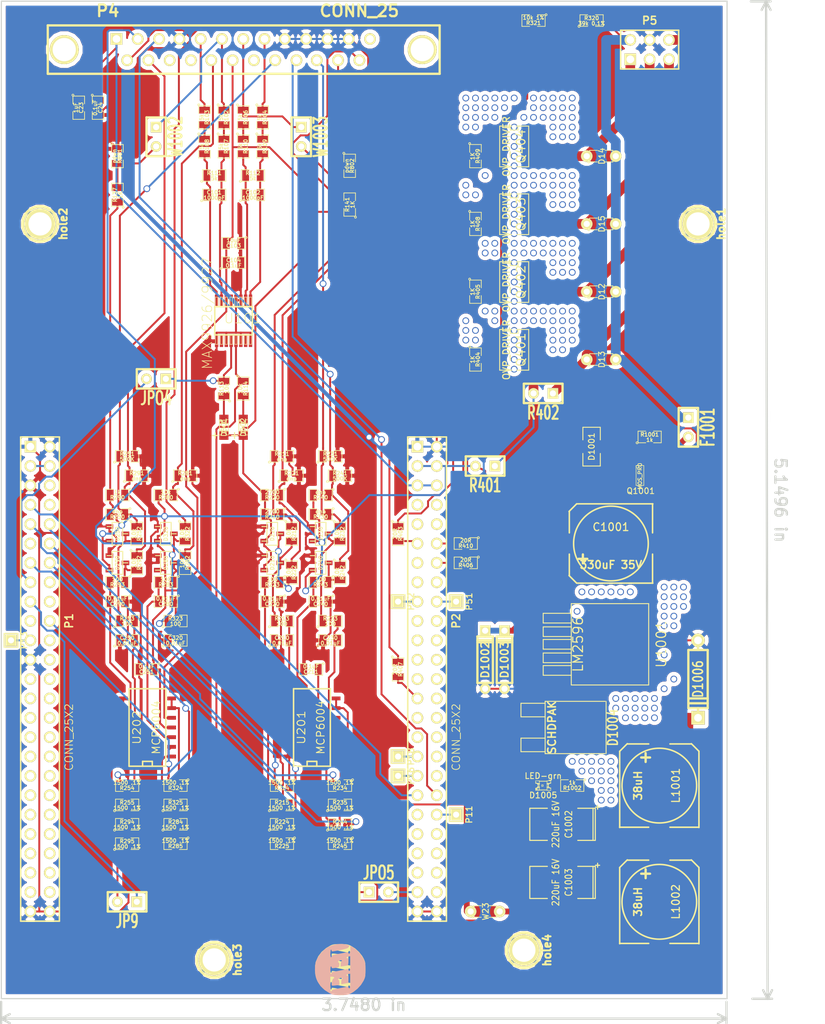
<source format=kicad_pcb>
(kicad_pcb (version 3) (host pcbnew "(2013-07-07 BZR 4022)-stable")
  (layers (15 F.Cu mixed) (0 B.Cu mixed) (18 B.Paste user) (19 F.Paste user) (20 B.SilkS user) (21 F.SilkS user) (22 B.Mask user) (23 F.Mask user) (28 Edge.Cuts user))
  (net 0 "")
  (net 1 /PWR_buck_12V_switcher/5V-REG)
  (net 2 /PWR_buck_12V_switcher/FB)
  (net 3 /PWR_buck_12V_switcher/OUT)
  (net 4 /PWR_buck_12V_switcher/VBAT)
  (net 5 /PWR_buck_12V_switcher/Vf)
  (net 6 /adc_amp_divider/12V_bat)
  (net 7 /adc_amp_divider/5V)
  (net 8 /adc_amp_divider/INP1)
  (net 9 /adc_amp_divider/INP12)
  (net 10 /adc_amp_divider/INP2)
  (net 11 /adc_amp_divider/INP3)
  (net 12 /adc_amp_divider/INP4)
  (net 13 /adc_amp_divider/INP5)
  (net 14 /adc_amp_divider/INP8)
  (net 15 /adc_amp_divider/INP9)
  (net 16 /adc_amp_divider/OUT1)
  (net 17 /adc_amp_divider/OUT12)
  (net 18 /adc_amp_divider/OUT2)
  (net 19 /adc_amp_divider/OUT3)
  (net 20 /adc_amp_divider/OUT4)
  (net 21 /adc_amp_divider/OUT5)
  (net 22 /adc_amp_divider/OUT8)
  (net 23 /adc_amp_divider/OUT9)
  (net 24 /cps_vrs_io_1/CAM)
  (net 25 /cps_vrs_io_1/CAM+)
  (net 26 /cps_vrs_io_1/CAM-)
  (net 27 /cps_vrs_io_1/CRANK)
  (net 28 /cps_vrs_io_1/CRK2+)
  (net 29 /cps_vrs_io_1/CRK2-)
  (net 30 /inj_12ch/INJ-01)
  (net 31 /inj_12ch/INJ-01_2)
  (net 32 /inj_12ch/INJ-01_5V)
  (net 33 /inj_12ch/INJ-02)
  (net 34 /inj_12ch/INJ-02_5V)
  (net 35 /inj_12ch/INJ-03)
  (net 36 /inj_12ch/INJ-03_5V)
  (net 37 /inj_12ch/INJ-04)
  (net 38 /inj_12ch/INJ-04_5V)
  (net 39 /stm32f407_board/3.3V)
  (net 40 /stm32f407_board/PA15)
  (net 41 /stm32f407_board/PA5)
  (net 42 /stm32f407_board/PB1)
  (net 43 /stm32f407_board/PC10)
  (net 44 /stm32f407_board/PC11)
  (net 45 /stm32f407_board/PC12)
  (net 46 /stm32f407_board/PC6)
  (net 47 /stm32f407_board/PD1)
  (net 48 /stm32f407_board/PE0)
  (net 49 /stm32f407_board/PE1)
  (net 50 /stm32f407_board/VDD)
  (net 51 GND)
  (net 52 N-00000127)
  (net 53 N-00000129)
  (net 54 N-00000131)
  (net 55 N-00000132)
  (net 56 N-00000133)
  (net 57 N-00000134)
  (net 58 N-00000135)
  (net 59 N-00000136)
  (net 60 N-00000137)
  (net 61 N-00000138)
  (net 62 N-00000139)
  (net 63 N-00000140)
  (net 64 N-00000141)
  (net 65 N-00000142)
  (net 66 N-00000143)
  (net 67 N-00000144)
  (net 68 N-00000145)
  (net 69 N-00000146)
  (net 70 N-00000147)
  (net 71 N-00000148)
  (net 72 N-00000149)
  (net 73 N-00000150)
  (net 74 N-00000151)
  (net 75 N-00000152)
  (net 76 N-00000153)
  (net 77 N-00000154)
  (net 78 N-00000155)
  (net 79 N-00000157)
  (net 80 N-00000160)
  (net 81 N-00000174)
  (net 82 N-00000175)
  (net 83 N-00000176)
  (net 84 N-00000177)
  (net 85 N-00000178)
  (net 86 N-00000179)
  (net 87 N-00000180)
  (net 88 N-00000181)
  (net 89 N-00000182)
  (net 90 N-00000183)
  (net 91 N-00000184)
  (net 92 N-00000187)
  (net 93 N-00000188)
  (net 94 N-00000193)
  (module sot23 (layer F.Cu) (at 113.665 113.03 270)
    (fp_text reference D290 (at 0 0 270) (layer F.SilkS) (effects (font (size 0.50038 0.50038) (thickness 0.09906))))
    (fp_text value DOUBLE_SCHOTTKY hide)
    (pad 1 smd rect (at -0.9525 1.05664 270) (size 0.59944 1.00076) (layers F.Cu F.Paste F.Mask) (net 51 GND))
    (pad 2 smd rect (at 0 -1.05664 270) (size 0.59944 1.00076) (layers F.Cu F.Paste F.Mask) (net 72 N-00000149))
    (pad 3 smd rect (at 0.9525 1.05664 270) (size 0.59944 1.00076) (layers F.Cu F.Paste F.Mask) (net 7 /adc_amp_divider/5V))
  )
  (module sot23 (layer F.Cu) (at 133.985 113.03 270)
    (fp_text reference D210 (at 0 0 270) (layer F.SilkS) (effects (font (size 0.50038 0.50038) (thickness 0.09906))))
    (fp_text value DOUBLE_SCHOTTKY hide)
    (pad 1 smd rect (at -0.9525 1.05664 270) (size 0.59944 1.00076) (layers F.Cu F.Paste F.Mask) (net 51 GND))
    (pad 2 smd rect (at 0 -1.05664 270) (size 0.59944 1.00076) (layers F.Cu F.Paste F.Mask) (net 68 N-00000145))
    (pad 3 smd rect (at 0.9525 1.05664 270) (size 0.59944 1.00076) (layers F.Cu F.Paste F.Mask) (net 7 /adc_amp_divider/5V))
  )
  (module SOT23 (layer F.Cu) (at 182.245 101.6 270)
    (fp_text reference Q1001 (at 1.99898 -0.09906 360) (layer F.SilkS) (effects (font (size 0.762 0.762) (thickness 0.11938))))
    (fp_text value MOS_PRO (at 0.0635 0 270) (layer F.SilkS) (effects (font (size 0.50038 0.50038) (thickness 0.09906))))
    (pad 3 smd rect (at 0 -1.09982 270) (size 0.8001 1.00076) (layers F.Cu F.Paste F.Mask) (net 5 /PWR_buck_12V_switcher/Vf))
    (pad 2 smd rect (at 0.9525 1.09982 270) (size 0.8001 1.00076) (layers F.Cu F.Paste F.Mask) (net 4 /PWR_buck_12V_switcher/VBAT))
    (pad 1 smd rect (at -0.9525 1.09982 270) (size 0.8001 1.00076) (layers F.Cu F.Paste F.Mask) (net 93 N-00000188))
  )
  (module sot23 (layer F.Cu) (at 133.985 109.22 270)
    (fp_text reference D220 (at 0 0 270) (layer F.SilkS) (effects (font (size 0.50038 0.50038) (thickness 0.09906))))
    (fp_text value DOUBLE_SCHOTTKY hide)
    (pad 1 smd rect (at -0.9525 1.05664 270) (size 0.59944 1.00076) (layers F.Cu F.Paste F.Mask) (net 51 GND))
    (pad 2 smd rect (at 0 -1.05664 270) (size 0.59944 1.00076) (layers F.Cu F.Paste F.Mask) (net 67 N-00000144))
    (pad 3 smd rect (at 0.9525 1.05664 270) (size 0.59944 1.00076) (layers F.Cu F.Paste F.Mask) (net 7 /adc_amp_divider/5V))
  )
  (module sot23 (layer F.Cu) (at 140.335 113.03 270)
    (fp_text reference D240 (at 0 0 270) (layer F.SilkS) (effects (font (size 0.50038 0.50038) (thickness 0.09906))))
    (fp_text value DOUBLE_SCHOTTKY hide)
    (pad 1 smd rect (at -0.9525 1.05664 270) (size 0.59944 1.00076) (layers F.Cu F.Paste F.Mask) (net 51 GND))
    (pad 2 smd rect (at 0 -1.05664 270) (size 0.59944 1.00076) (layers F.Cu F.Paste F.Mask) (net 76 N-00000153))
    (pad 3 smd rect (at 0.9525 1.05664 270) (size 0.59944 1.00076) (layers F.Cu F.Paste F.Mask) (net 7 /adc_amp_divider/5V))
  )
  (module sot23 (layer F.Cu) (at 120.015 113.03 270)
    (fp_text reference D280 (at 0 0 270) (layer F.SilkS) (effects (font (size 0.50038 0.50038) (thickness 0.09906))))
    (fp_text value DOUBLE_SCHOTTKY hide)
    (pad 1 smd rect (at -0.9525 1.05664 270) (size 0.59944 1.00076) (layers F.Cu F.Paste F.Mask) (net 51 GND))
    (pad 2 smd rect (at 0 -1.05664 270) (size 0.59944 1.00076) (layers F.Cu F.Paste F.Mask) (net 73 N-00000150))
    (pad 3 smd rect (at 0.9525 1.05664 270) (size 0.59944 1.00076) (layers F.Cu F.Paste F.Mask) (net 7 /adc_amp_divider/5V))
  )
  (module sot23 (layer F.Cu) (at 140.335 109.22 270)
    (fp_text reference D230 (at 0 0 270) (layer F.SilkS) (effects (font (size 0.50038 0.50038) (thickness 0.09906))))
    (fp_text value DOUBLE_SCHOTTKY hide)
    (pad 1 smd rect (at -0.9525 1.05664 270) (size 0.59944 1.00076) (layers F.Cu F.Paste F.Mask) (net 51 GND))
    (pad 2 smd rect (at 0 -1.05664 270) (size 0.59944 1.00076) (layers F.Cu F.Paste F.Mask) (net 75 N-00000152))
    (pad 3 smd rect (at 0.9525 1.05664 270) (size 0.59944 1.00076) (layers F.Cu F.Paste F.Mask) (net 7 /adc_amp_divider/5V))
  )
  (module sot23 (layer F.Cu) (at 120.015 109.22 270)
    (fp_text reference D320 (at 0 0 270) (layer F.SilkS) (effects (font (size 0.50038 0.50038) (thickness 0.09906))))
    (fp_text value DOUBLE_SCHOTTKY hide)
    (pad 1 smd rect (at -0.9525 1.05664 270) (size 0.59944 1.00076) (layers F.Cu F.Paste F.Mask) (net 51 GND))
    (pad 2 smd rect (at 0 -1.05664 270) (size 0.59944 1.00076) (layers F.Cu F.Paste F.Mask) (net 65 N-00000142))
    (pad 3 smd rect (at 0.9525 1.05664 270) (size 0.59944 1.00076) (layers F.Cu F.Paste F.Mask) (net 7 /adc_amp_divider/5V))
  )
  (module sot23 (layer F.Cu) (at 113.665 109.22 270)
    (fp_text reference D250 (at 0 0 270) (layer F.SilkS) (effects (font (size 0.50038 0.50038) (thickness 0.09906))))
    (fp_text value DOUBLE_SCHOTTKY hide)
    (pad 1 smd rect (at -0.9525 1.05664 270) (size 0.59944 1.00076) (layers F.Cu F.Paste F.Mask) (net 51 GND))
    (pad 2 smd rect (at 0 -1.05664 270) (size 0.59944 1.00076) (layers F.Cu F.Paste F.Mask) (net 71 N-00000148))
    (pad 3 smd rect (at 0.9525 1.05664 270) (size 0.59944 1.00076) (layers F.Cu F.Paste F.Mask) (net 7 /adc_amp_divider/5V))
  )
  (module SO8E_ST (layer F.Cu) (at 165.735 58.42 270)
    (fp_text reference Q404 (at 0 -0.889 270) (layer F.SilkS) (effects (font (size 1.143 1.143) (thickness 0.1524))))
    (fp_text value OVP_DRIVER (at 0 1.016 270) (layer F.SilkS) (effects (font (size 0.889 0.889) (thickness 0.1524))))
    (pad 2 smd rect (at -1.905 -2.667 270) (size 0.508 1.143) (layers F.Cu F.Paste F.Mask) (net 37 /inj_12ch/INJ-04))
    (pad 3 smd rect (at -1.905 2.667 270) (size 0.508 1.143) (layers F.Cu F.Paste F.Mask) (net 51 GND))
    (pad 2 smd rect (at -0.635 -2.667 270) (size 0.508 1.143) (layers F.Cu F.Paste F.Mask) (net 37 /inj_12ch/INJ-04))
    (pad 2 smd rect (at 0.635 -2.667 270) (size 0.508 1.143) (layers F.Cu F.Paste F.Mask) (net 37 /inj_12ch/INJ-04))
    (pad 2 smd rect (at 1.905 -2.667 270) (size 0.508 1.143) (layers F.Cu F.Paste F.Mask) (net 37 /inj_12ch/INJ-04))
    (pad 3 smd rect (at -0.635 2.667 270) (size 0.508 1.143) (layers F.Cu F.Paste F.Mask) (net 51 GND))
    (pad 3 smd rect (at 0.635 2.667 270) (size 0.508 1.143) (layers F.Cu F.Paste F.Mask) (net 51 GND))
    (pad 1 smd rect (at 1.905 2.667 270) (size 0.508 1.143) (layers F.Cu F.Paste F.Mask) (net 53 N-00000129))
  )
  (module SO8E_ST (layer F.Cu) (at 165.735 85.09 270)
    (fp_text reference Q401 (at 0 -0.889 270) (layer F.SilkS) (effects (font (size 1.143 1.143) (thickness 0.1524))))
    (fp_text value OVP_DRIVER (at 0 1.016 270) (layer F.SilkS) (effects (font (size 0.889 0.889) (thickness 0.1524))))
    (pad 2 smd rect (at -1.905 -2.667 270) (size 0.508 1.143) (layers F.Cu F.Paste F.Mask) (net 30 /inj_12ch/INJ-01))
    (pad 3 smd rect (at -1.905 2.667 270) (size 0.508 1.143) (layers F.Cu F.Paste F.Mask) (net 51 GND))
    (pad 2 smd rect (at -0.635 -2.667 270) (size 0.508 1.143) (layers F.Cu F.Paste F.Mask) (net 30 /inj_12ch/INJ-01))
    (pad 2 smd rect (at 0.635 -2.667 270) (size 0.508 1.143) (layers F.Cu F.Paste F.Mask) (net 30 /inj_12ch/INJ-01))
    (pad 2 smd rect (at 1.905 -2.667 270) (size 0.508 1.143) (layers F.Cu F.Paste F.Mask) (net 30 /inj_12ch/INJ-01))
    (pad 3 smd rect (at -0.635 2.667 270) (size 0.508 1.143) (layers F.Cu F.Paste F.Mask) (net 51 GND))
    (pad 3 smd rect (at 0.635 2.667 270) (size 0.508 1.143) (layers F.Cu F.Paste F.Mask) (net 51 GND))
    (pad 1 smd rect (at 1.905 2.667 270) (size 0.508 1.143) (layers F.Cu F.Paste F.Mask) (net 55 N-00000132))
  )
  (module SO8E_ST (layer F.Cu) (at 165.735 76.2 270)
    (fp_text reference Q402 (at 0 -0.889 270) (layer F.SilkS) (effects (font (size 1.143 1.143) (thickness 0.1524))))
    (fp_text value OVP_DRIVER (at 0 1.016 270) (layer F.SilkS) (effects (font (size 0.889 0.889) (thickness 0.1524))))
    (pad 2 smd rect (at -1.905 -2.667 270) (size 0.508 1.143) (layers F.Cu F.Paste F.Mask) (net 33 /inj_12ch/INJ-02))
    (pad 3 smd rect (at -1.905 2.667 270) (size 0.508 1.143) (layers F.Cu F.Paste F.Mask) (net 51 GND))
    (pad 2 smd rect (at -0.635 -2.667 270) (size 0.508 1.143) (layers F.Cu F.Paste F.Mask) (net 33 /inj_12ch/INJ-02))
    (pad 2 smd rect (at 0.635 -2.667 270) (size 0.508 1.143) (layers F.Cu F.Paste F.Mask) (net 33 /inj_12ch/INJ-02))
    (pad 2 smd rect (at 1.905 -2.667 270) (size 0.508 1.143) (layers F.Cu F.Paste F.Mask) (net 33 /inj_12ch/INJ-02))
    (pad 3 smd rect (at -0.635 2.667 270) (size 0.508 1.143) (layers F.Cu F.Paste F.Mask) (net 51 GND))
    (pad 3 smd rect (at 0.635 2.667 270) (size 0.508 1.143) (layers F.Cu F.Paste F.Mask) (net 51 GND))
    (pad 1 smd rect (at 1.905 2.667 270) (size 0.508 1.143) (layers F.Cu F.Paste F.Mask) (net 52 N-00000127))
  )
  (module SO8E_ST (layer F.Cu) (at 165.735 67.31 270)
    (fp_text reference Q403 (at 0 -0.889 270) (layer F.SilkS) (effects (font (size 1.143 1.143) (thickness 0.1524))))
    (fp_text value OVP_DRIVER (at 0 1.016 270) (layer F.SilkS) (effects (font (size 0.889 0.889) (thickness 0.1524))))
    (pad 2 smd rect (at -1.905 -2.667 270) (size 0.508 1.143) (layers F.Cu F.Paste F.Mask) (net 35 /inj_12ch/INJ-03))
    (pad 3 smd rect (at -1.905 2.667 270) (size 0.508 1.143) (layers F.Cu F.Paste F.Mask) (net 51 GND))
    (pad 2 smd rect (at -0.635 -2.667 270) (size 0.508 1.143) (layers F.Cu F.Paste F.Mask) (net 35 /inj_12ch/INJ-03))
    (pad 2 smd rect (at 0.635 -2.667 270) (size 0.508 1.143) (layers F.Cu F.Paste F.Mask) (net 35 /inj_12ch/INJ-03))
    (pad 2 smd rect (at 1.905 -2.667 270) (size 0.508 1.143) (layers F.Cu F.Paste F.Mask) (net 35 /inj_12ch/INJ-03))
    (pad 3 smd rect (at -0.635 2.667 270) (size 0.508 1.143) (layers F.Cu F.Paste F.Mask) (net 51 GND))
    (pad 3 smd rect (at 0.635 2.667 270) (size 0.508 1.143) (layers F.Cu F.Paste F.Mask) (net 51 GND))
    (pad 1 smd rect (at 1.905 2.667 270) (size 0.508 1.143) (layers F.Cu F.Paste F.Mask) (net 54 N-00000131))
  )
  (module SO14N (layer F.Cu) (at 117.475 134.62 90)
    (fp_text reference U202 (at 0 -1.27 90) (layer F.SilkS) (effects (font (size 1.016 1.143) (thickness 0.127))))
    (fp_text value MCP6004 (at 0 1.27 90) (layer F.SilkS) (effects (font (size 1.016 1.016) (thickness 0.127))))
    (pad 1 smd rect (at -3.81 3.302 90) (size 0.508 1.143) (layers F.Cu F.Paste F.Mask) (net 63 N-00000140))
    (pad 2 smd rect (at -2.54 3.302 90) (size 0.508 1.143) (layers F.Cu F.Paste F.Mask) (net 63 N-00000140))
    (pad 3 smd rect (at -1.27 3.302 90) (size 0.508 1.143) (layers F.Cu F.Paste F.Mask) (net 58 N-00000135))
    (pad 4 smd rect (at 0 3.302 90) (size 0.508 1.143) (layers F.Cu F.Paste F.Mask) (net 7 /adc_amp_divider/5V))
    (pad 5 smd rect (at 1.27 3.302 90) (size 0.508 1.143) (layers F.Cu F.Paste F.Mask) (net 64 N-00000141))
    (pad 6 smd rect (at 2.54 3.302 90) (size 0.508 1.143) (layers F.Cu F.Paste F.Mask) (net 66 N-00000143))
    (pad 7 smd rect (at 3.81 3.302 90) (size 0.508 1.143) (layers F.Cu F.Paste F.Mask) (net 66 N-00000143))
    (pad 8 smd rect (at 3.81 -3.048 90) (size 0.508 1.143) (layers F.Cu F.Paste F.Mask) (net 69 N-00000146))
    (pad 9 smd rect (at 2.54 -3.048 90) (size 0.508 1.143) (layers F.Cu F.Paste F.Mask) (net 69 N-00000146))
    (pad 11 smd rect (at 0 -3.048 90) (size 0.508 1.143) (layers F.Cu F.Paste F.Mask) (net 51 GND))
    (pad 12 smd rect (at -1.27 -3.048 90) (size 0.508 1.143) (layers F.Cu F.Paste F.Mask) (net 56 N-00000133))
    (pad 13 smd rect (at -2.54 -3.048 90) (size 0.508 1.143) (layers F.Cu F.Paste F.Mask) (net 57 N-00000134))
    (pad 14 smd rect (at -3.81 -3.048 90) (size 0.508 1.143) (layers F.Cu F.Paste F.Mask) (net 57 N-00000134))
    (pad 10 smd rect (at 1.27 -3.048 90) (size 0.508 1.143) (layers F.Cu F.Paste F.Mask) (net 70 N-00000147))
  )
  (module SO14N (layer F.Cu) (at 139.065 134.62 90)
    (fp_text reference U201 (at 0 -1.27 90) (layer F.SilkS) (effects (font (size 1.016 1.143) (thickness 0.127))))
    (fp_text value MCP6004 (at 0 1.27 90) (layer F.SilkS) (effects (font (size 1.016 1.016) (thickness 0.127))))
    (pad 1 smd rect (at -3.81 3.302 90) (size 0.508 1.143) (layers F.Cu F.Paste F.Mask) (net 60 N-00000137))
    (pad 2 smd rect (at -2.54 3.302 90) (size 0.508 1.143) (layers F.Cu F.Paste F.Mask) (net 60 N-00000137))
    (pad 3 smd rect (at -1.27 3.302 90) (size 0.508 1.143) (layers F.Cu F.Paste F.Mask) (net 62 N-00000139))
    (pad 4 smd rect (at 0 3.302 90) (size 0.508 1.143) (layers F.Cu F.Paste F.Mask) (net 7 /adc_amp_divider/5V))
    (pad 5 smd rect (at 1.27 3.302 90) (size 0.508 1.143) (layers F.Cu F.Paste F.Mask) (net 61 N-00000138))
    (pad 6 smd rect (at 2.54 3.302 90) (size 0.508 1.143) (layers F.Cu F.Paste F.Mask) (net 59 N-00000136))
    (pad 7 smd rect (at 3.81 3.302 90) (size 0.508 1.143) (layers F.Cu F.Paste F.Mask) (net 59 N-00000136))
    (pad 8 smd rect (at 3.81 -3.048 90) (size 0.508 1.143) (layers F.Cu F.Paste F.Mask) (net 77 N-00000154))
    (pad 9 smd rect (at 2.54 -3.048 90) (size 0.508 1.143) (layers F.Cu F.Paste F.Mask) (net 77 N-00000154))
    (pad 11 smd rect (at 0 -3.048 90) (size 0.508 1.143) (layers F.Cu F.Paste F.Mask) (net 51 GND))
    (pad 12 smd rect (at -1.27 -3.048 90) (size 0.508 1.143) (layers F.Cu F.Paste F.Mask) (net 78 N-00000155))
    (pad 13 smd rect (at -2.54 -3.048 90) (size 0.508 1.143) (layers F.Cu F.Paste F.Mask) (net 79 N-00000157))
    (pad 14 smd rect (at -3.81 -3.048 90) (size 0.508 1.143) (layers F.Cu F.Paste F.Mask) (net 79 N-00000157))
    (pad 10 smd rect (at 1.27 -3.048 90) (size 0.508 1.143) (layers F.Cu F.Paste F.Mask) (net 80 N-00000160))
  )
  (module SMDSVP10 (layer F.Cu) (at 178.435 110.49)
    (fp_text reference C1001 (at 0 -2.159) (layer F.SilkS) (effects (font (size 1.016 1.00076) (thickness 0.15748))))
    (fp_text value "330uF 35V" (at 0 2.79908) (layer F.SilkS) (effects (font (size 1.016 1.00076) (thickness 0.2032))))
    (fp_text user + (at -3.683 1.905) (layer F.SilkS) (effects (font (size 1.524 1.524) (thickness 0.3048))))
    (pad 1 smd rect (at -4.39928 0) (size 4.39928 1.89992) (layers F.Cu F.Paste F.Mask) (net 4 /PWR_buck_12V_switcher/VBAT))
    (pad 2 smd rect (at 4.30022 0) (size 4.39928 1.89992) (layers F.Cu F.Paste F.Mask) (net 51 GND))
  )
  (module SMDSVP10 (layer F.Cu) (at 184.785 142.24 270)
    (fp_text reference L1001 (at 0 -2.159 270) (layer F.SilkS) (effects (font (size 1.016 1.00076) (thickness 0.15748))))
    (fp_text value 38uH (at 0 2.79908 270) (layer F.SilkS) (effects (font (size 1.016 1.00076) (thickness 0.2032))))
    (fp_text user + (at -3.683 1.905 270) (layer F.SilkS) (effects (font (size 1.524 1.524) (thickness 0.3048))))
    (pad 1 smd rect (at -4.39928 0 270) (size 4.39928 1.89992) (layers F.Cu F.Paste F.Mask) (net 3 /PWR_buck_12V_switcher/OUT))
    (pad 2 smd rect (at 4.30022 0 270) (size 4.39928 1.89992) (layers F.Cu F.Paste F.Mask) (net 2 /PWR_buck_12V_switcher/FB))
  )
  (module SMDSVP10 (layer F.Cu) (at 184.785 157.48 270)
    (fp_text reference L1002 (at 0 -2.159 270) (layer F.SilkS) (effects (font (size 1.016 1.00076) (thickness 0.15748))))
    (fp_text value 38uH (at 0 2.79908 270) (layer F.SilkS) (effects (font (size 1.016 1.00076) (thickness 0.2032))))
    (fp_text user + (at -3.683 1.905 270) (layer F.SilkS) (effects (font (size 1.524 1.524) (thickness 0.3048))))
    (pad 1 smd rect (at -4.39928 0 270) (size 4.39928 1.89992) (layers F.Cu F.Paste F.Mask) (net 2 /PWR_buck_12V_switcher/FB))
    (pad 2 smd rect (at 4.30022 0 270) (size 4.39928 1.89992) (layers F.Cu F.Paste F.Mask) (net 1 /PWR_buck_12V_switcher/5V-REG))
  )
  (module SM2512 (layer F.Cu) (at 172.085 154.94 180)
    (fp_text reference C1003 (at -0.8001 0 270) (layer F.SilkS) (effects (font (size 0.889 0.762) (thickness 0.127))))
    (fp_text value "220uF 16V" (at 0.89916 0 270) (layer F.SilkS) (effects (font (size 0.889 0.762) (thickness 0.127))))
    (fp_text user + (at -4.59994 2.30124 180) (layer F.SilkS) (effects (font (size 0.7 0.7))))
    (pad 1 smd rect (at -2.99974 0 180) (size 1.99898 2.99974) (layers F.Cu F.Paste F.Mask) (net 1 /PWR_buck_12V_switcher/5V-REG))
    (pad 2 smd rect (at 2.99974 0 180) (size 1.99898 2.99974) (layers F.Cu F.Paste F.Mask) (net 51 GND))
  )
  (module SM2512 (layer F.Cu) (at 172.085 147.32 180)
    (fp_text reference C1002 (at -0.8001 0 270) (layer F.SilkS) (effects (font (size 0.889 0.762) (thickness 0.127))))
    (fp_text value "220uF 16V" (at 0.89916 0 270) (layer F.SilkS) (effects (font (size 0.889 0.762) (thickness 0.127))))
    (fp_text user + (at -4.59994 2.30124 180) (layer F.SilkS) (effects (font (size 0.7 0.7))))
    (pad 1 smd rect (at -2.99974 0 180) (size 1.99898 2.99974) (layers F.Cu F.Paste F.Mask) (net 2 /PWR_buck_12V_switcher/FB))
    (pad 2 smd rect (at 2.99974 0 180) (size 1.99898 2.99974) (layers F.Cu F.Paste F.Mask) (net 51 GND))
  )
  (module SM1206 (layer F.Cu) (at 175.895 97.79 270)
    (fp_text reference D1001 (at 0 0 270) (layer F.SilkS) (effects (font (size 0.762 0.762) (thickness 0.127))))
    (fp_text value ZENERSMALL hide)
    (pad 1 smd rect (at -1.651 0 270) (size 1.524 2.032) (layers F.Cu F.Paste F.Mask) (net 93 N-00000188))
    (pad 2 smd rect (at 1.651 0 270) (size 1.524 2.032) (layers F.Cu F.Paste F.Mask) (net 4 /PWR_buck_12V_switcher/VBAT))
  )
  (module SM0805_jumper (layer F.Cu) (at 161.925 158.75)
    (fp_text reference W23 (at 0.0635 0 90) (layer F.SilkS) (effects (font (size 0.762 0.762) (thickness 0.127))))
    (fp_text value TEST hide)
    (pad 2 smd rect (at 1.27 0) (size 1.524 0.2032) (layers F.Cu F.Paste F.Mask) (net 1 /PWR_buck_12V_switcher/5V-REG))
    (pad 1 smd rect (at -0.9525 0) (size 0.889 1.397) (layers F.Cu F.Paste F.Mask) (net 7 /adc_amp_divider/5V))
    (pad 2 smd rect (at 0.9525 0) (size 0.889 1.397) (layers F.Cu F.Paste F.Mask) (net 1 /PWR_buck_12V_switcher/5V-REG))
    (pad 2 thru_hole circle (at 1.905 0) (size 1.524 1.524) (drill 0.8128) (layers *.Cu *.Mask F.SilkS) (net 1 /PWR_buck_12V_switcher/5V-REG))
    (pad 1 thru_hole circle (at -1.905 0) (size 1.524 1.524) (drill 0.8128) (layers *.Cu *.Mask F.SilkS) (net 7 /adc_amp_divider/5V))
    (pad 1 smd rect (at -1.27 0) (size 1.524 0.2032) (layers F.Cu F.Paste F.Mask) (net 7 /adc_amp_divider/5V))
  )
  (module SM0805_jumper (layer F.Cu) (at 177.165 59.69)
    (fp_text reference D14 (at 0.0635 0 90) (layer F.SilkS) (effects (font (size 0.762 0.762) (thickness 0.127))))
    (fp_text value DIODESCH hide)
    (pad 2 smd rect (at 1.27 0) (size 1.524 0.2032) (layers F.Cu F.Paste F.Mask) (net 6 /adc_amp_divider/12V_bat))
    (pad 1 smd rect (at -0.9525 0) (size 0.889 1.397) (layers F.Cu F.Paste F.Mask) (net 37 /inj_12ch/INJ-04))
    (pad 2 smd rect (at 0.9525 0) (size 0.889 1.397) (layers F.Cu F.Paste F.Mask) (net 6 /adc_amp_divider/12V_bat))
    (pad 2 thru_hole circle (at 1.905 0) (size 1.524 1.524) (drill 0.8128) (layers *.Cu *.Mask F.SilkS) (net 6 /adc_amp_divider/12V_bat))
    (pad 1 thru_hole circle (at -1.905 0) (size 1.524 1.524) (drill 0.8128) (layers *.Cu *.Mask F.SilkS) (net 37 /inj_12ch/INJ-04))
    (pad 1 smd rect (at -1.27 0) (size 1.524 0.2032) (layers F.Cu F.Paste F.Mask) (net 37 /inj_12ch/INJ-04))
  )
  (module SM0805_jumper (layer F.Cu) (at 177.165 68.58)
    (fp_text reference D15 (at 0.0635 0 90) (layer F.SilkS) (effects (font (size 0.762 0.762) (thickness 0.127))))
    (fp_text value DIODESCH hide)
    (pad 2 smd rect (at 1.27 0) (size 1.524 0.2032) (layers F.Cu F.Paste F.Mask) (net 6 /adc_amp_divider/12V_bat))
    (pad 1 smd rect (at -0.9525 0) (size 0.889 1.397) (layers F.Cu F.Paste F.Mask) (net 35 /inj_12ch/INJ-03))
    (pad 2 smd rect (at 0.9525 0) (size 0.889 1.397) (layers F.Cu F.Paste F.Mask) (net 6 /adc_amp_divider/12V_bat))
    (pad 2 thru_hole circle (at 1.905 0) (size 1.524 1.524) (drill 0.8128) (layers *.Cu *.Mask F.SilkS) (net 6 /adc_amp_divider/12V_bat))
    (pad 1 thru_hole circle (at -1.905 0) (size 1.524 1.524) (drill 0.8128) (layers *.Cu *.Mask F.SilkS) (net 35 /inj_12ch/INJ-03))
    (pad 1 smd rect (at -1.27 0) (size 1.524 0.2032) (layers F.Cu F.Paste F.Mask) (net 35 /inj_12ch/INJ-03))
  )
  (module SM0805_jumper (layer F.Cu) (at 177.165 77.47)
    (fp_text reference D12 (at 0.0635 0 90) (layer F.SilkS) (effects (font (size 0.762 0.762) (thickness 0.127))))
    (fp_text value DIODESCH hide)
    (pad 2 smd rect (at 1.27 0) (size 1.524 0.2032) (layers F.Cu F.Paste F.Mask) (net 6 /adc_amp_divider/12V_bat))
    (pad 1 smd rect (at -0.9525 0) (size 0.889 1.397) (layers F.Cu F.Paste F.Mask) (net 33 /inj_12ch/INJ-02))
    (pad 2 smd rect (at 0.9525 0) (size 0.889 1.397) (layers F.Cu F.Paste F.Mask) (net 6 /adc_amp_divider/12V_bat))
    (pad 2 thru_hole circle (at 1.905 0) (size 1.524 1.524) (drill 0.8128) (layers *.Cu *.Mask F.SilkS) (net 6 /adc_amp_divider/12V_bat))
    (pad 1 thru_hole circle (at -1.905 0) (size 1.524 1.524) (drill 0.8128) (layers *.Cu *.Mask F.SilkS) (net 33 /inj_12ch/INJ-02))
    (pad 1 smd rect (at -1.27 0) (size 1.524 0.2032) (layers F.Cu F.Paste F.Mask) (net 33 /inj_12ch/INJ-02))
  )
  (module SM0805_jumper (layer F.Cu) (at 177.165 86.36)
    (fp_text reference D13 (at 0.0635 0 90) (layer F.SilkS) (effects (font (size 0.762 0.762) (thickness 0.127))))
    (fp_text value DIODESCH hide)
    (pad 2 smd rect (at 1.27 0) (size 1.524 0.2032) (layers F.Cu F.Paste F.Mask) (net 6 /adc_amp_divider/12V_bat))
    (pad 1 smd rect (at -0.9525 0) (size 0.889 1.397) (layers F.Cu F.Paste F.Mask) (net 31 /inj_12ch/INJ-01_2))
    (pad 2 smd rect (at 0.9525 0) (size 0.889 1.397) (layers F.Cu F.Paste F.Mask) (net 6 /adc_amp_divider/12V_bat))
    (pad 2 thru_hole circle (at 1.905 0) (size 1.524 1.524) (drill 0.8128) (layers *.Cu *.Mask F.SilkS) (net 6 /adc_amp_divider/12V_bat))
    (pad 1 thru_hole circle (at -1.905 0) (size 1.524 1.524) (drill 0.8128) (layers *.Cu *.Mask F.SilkS) (net 31 /inj_12ch/INJ-01_2))
    (pad 1 smd rect (at -1.27 0) (size 1.524 0.2032) (layers F.Cu F.Paste F.Mask) (net 31 /inj_12ch/INJ-01_2))
  )
  (module SM0805 (layer F.Cu) (at 160.655 59.69 270)
    (fp_text reference R409 (at 0 -0.3175 270) (layer F.SilkS) (effects (font (size 0.50038 0.50038) (thickness 0.10922))))
    (fp_text value 1K (at 0 0.381 270) (layer F.SilkS) (effects (font (size 0.50038 0.50038) (thickness 0.10922))))
    (pad 1 smd rect (at -0.9525 0 270) (size 0.889 1.397) (layers F.Cu F.Paste F.Mask) (net 51 GND))
    (pad 2 smd rect (at 0.9525 0 270) (size 0.889 1.397) (layers F.Cu F.Paste F.Mask) (net 53 N-00000129))
  )
  (module SM0805 (layer F.Cu) (at 175.895 41.91)
    (fp_text reference R320 (at 0 -0.3175) (layer F.SilkS) (effects (font (size 0.50038 0.50038) (thickness 0.10922))))
    (fp_text value "39k 0.1%" (at 0 0.381) (layer F.SilkS) (effects (font (size 0.50038 0.50038) (thickness 0.10922))))
    (pad 1 smd rect (at -0.9525 0) (size 0.889 1.397) (layers F.Cu F.Paste F.Mask) (net 9 /adc_amp_divider/INP12))
    (pad 2 smd rect (at 0.9525 0) (size 0.889 1.397) (layers F.Cu F.Paste F.Mask) (net 6 /adc_amp_divider/12V_bat))
  )
  (module SM0805 (layer F.Cu) (at 116.205 113.03 270)
    (fp_text reference R292 (at 0 -0.3175 270) (layer F.SilkS) (effects (font (size 0.50038 0.50038) (thickness 0.10922))))
    (fp_text value 10k (at 0 0.381 270) (layer F.SilkS) (effects (font (size 0.50038 0.50038) (thickness 0.10922))))
    (pad 1 smd rect (at -0.9525 0 270) (size 0.889 1.397) (layers F.Cu F.Paste F.Mask) (net 15 /adc_amp_divider/INP9))
    (pad 2 smd rect (at 0.9525 0 270) (size 0.889 1.397) (layers F.Cu F.Paste F.Mask) (net 72 N-00000149))
  )
  (module SM0805 (layer F.Cu) (at 160.655 86.36 270)
    (fp_text reference R404 (at 0 -0.3175 270) (layer F.SilkS) (effects (font (size 0.50038 0.50038) (thickness 0.10922))))
    (fp_text value 1K (at 0 0.381 270) (layer F.SilkS) (effects (font (size 0.50038 0.50038) (thickness 0.10922))))
    (pad 1 smd rect (at -0.9525 0 270) (size 0.889 1.397) (layers F.Cu F.Paste F.Mask) (net 51 GND))
    (pad 2 smd rect (at 0.9525 0 270) (size 0.889 1.397) (layers F.Cu F.Paste F.Mask) (net 55 N-00000132))
  )
  (module SM0805 (layer F.Cu) (at 160.655 77.47 270)
    (fp_text reference R405 (at 0 -0.3175 270) (layer F.SilkS) (effects (font (size 0.50038 0.50038) (thickness 0.10922))))
    (fp_text value 1K (at 0 0.381 270) (layer F.SilkS) (effects (font (size 0.50038 0.50038) (thickness 0.10922))))
    (pad 1 smd rect (at -0.9525 0 270) (size 0.889 1.397) (layers F.Cu F.Paste F.Mask) (net 51 GND))
    (pad 2 smd rect (at 0.9525 0 270) (size 0.889 1.397) (layers F.Cu F.Paste F.Mask) (net 52 N-00000127))
  )
  (module SM0805 (layer F.Cu) (at 111.125 53.34 270)
    (fp_text reference C24 (at 0 -0.3175 270) (layer F.SilkS) (effects (font (size 0.50038 0.50038) (thickness 0.10922))))
    (fp_text value 0.1uF (at 0 0.381 270) (layer F.SilkS) (effects (font (size 0.50038 0.50038) (thickness 0.10922))))
    (pad 1 smd rect (at -0.9525 0 270) (size 0.889 1.397) (layers F.Cu F.Paste F.Mask) (net 39 /stm32f407_board/3.3V))
    (pad 2 smd rect (at 0.9525 0 270) (size 0.889 1.397) (layers F.Cu F.Paste F.Mask) (net 51 GND))
  )
  (module SM0805 (layer F.Cu) (at 122.555 113.03 270)
    (fp_text reference R282 (at 0 -0.3175 270) (layer F.SilkS) (effects (font (size 0.50038 0.50038) (thickness 0.10922))))
    (fp_text value 10k (at 0 0.381 270) (layer F.SilkS) (effects (font (size 0.50038 0.50038) (thickness 0.10922))))
    (pad 1 smd rect (at -0.9525 0 270) (size 0.889 1.397) (layers F.Cu F.Paste F.Mask) (net 14 /adc_amp_divider/INP8))
    (pad 2 smd rect (at 0.9525 0 270) (size 0.889 1.397) (layers F.Cu F.Paste F.Mask) (net 73 N-00000150))
  )
  (module SM0805 (layer F.Cu) (at 168.275 41.91 180)
    (fp_text reference R321 (at 0 -0.3175 180) (layer F.SilkS) (effects (font (size 0.50038 0.50038) (thickness 0.10922))))
    (fp_text value "10k 1%" (at 0 0.381 180) (layer F.SilkS) (effects (font (size 0.50038 0.50038) (thickness 0.10922))))
    (pad 1 smd rect (at -0.9525 0 180) (size 0.889 1.397) (layers F.Cu F.Paste F.Mask) (net 9 /adc_amp_divider/INP12))
    (pad 2 smd rect (at 0.9525 0 180) (size 0.889 1.397) (layers F.Cu F.Paste F.Mask) (net 51 GND))
  )
  (module SM0805 (layer F.Cu) (at 120.015 104.14 180)
    (fp_text reference R280 (at 0 -0.3175 180) (layer F.SilkS) (effects (font (size 0.50038 0.50038) (thickness 0.10922))))
    (fp_text value 10k (at 0 0.381 180) (layer F.SilkS) (effects (font (size 0.50038 0.50038) (thickness 0.10922))))
    (pad 1 smd rect (at -0.9525 0 180) (size 0.889 1.397) (layers F.Cu F.Paste F.Mask) (net 14 /adc_amp_divider/INP8))
    (pad 2 smd rect (at 0.9525 0 180) (size 0.889 1.397) (layers F.Cu F.Paste F.Mask) (net 7 /adc_amp_divider/5V))
  )
  (module SM0805 (layer F.Cu) (at 122.555 109.22 270)
    (fp_text reference R322 (at 0 -0.3175 270) (layer F.SilkS) (effects (font (size 0.50038 0.50038) (thickness 0.10922))))
    (fp_text value 10k (at 0 0.381 270) (layer F.SilkS) (effects (font (size 0.50038 0.50038) (thickness 0.10922))))
    (pad 1 smd rect (at -0.9525 0 270) (size 0.889 1.397) (layers F.Cu F.Paste F.Mask) (net 9 /adc_amp_divider/INP12))
    (pad 2 smd rect (at 0.9525 0 270) (size 0.889 1.397) (layers F.Cu F.Paste F.Mask) (net 65 N-00000142))
  )
  (module SM0805 (layer F.Cu) (at 121.285 142.24 180)
    (fp_text reference R324 (at 0 -0.3175 180) (layer F.SilkS) (effects (font (size 0.50038 0.50038) (thickness 0.10922))))
    (fp_text value "1500 .1%" (at 0 0.381 180) (layer F.SilkS) (effects (font (size 0.50038 0.50038) (thickness 0.10922))))
    (pad 1 smd rect (at -0.9525 0 180) (size 0.889 1.397) (layers F.Cu F.Paste F.Mask) (net 66 N-00000143))
    (pad 2 smd rect (at 0.9525 0 180) (size 0.889 1.397) (layers F.Cu F.Paste F.Mask) (net 17 /adc_amp_divider/OUT12))
  )
  (module SM0805 (layer F.Cu) (at 121.285 144.78)
    (fp_text reference R325 (at 0 -0.3175) (layer F.SilkS) (effects (font (size 0.50038 0.50038) (thickness 0.10922))))
    (fp_text value "1500 .1%" (at 0 0.381) (layer F.SilkS) (effects (font (size 0.50038 0.50038) (thickness 0.10922))))
    (pad 1 smd rect (at -0.9525 0) (size 0.889 1.397) (layers F.Cu F.Paste F.Mask) (net 17 /adc_amp_divider/OUT12))
    (pad 2 smd rect (at 0.9525 0) (size 0.889 1.397) (layers F.Cu F.Paste F.Mask) (net 51 GND))
  )
  (module SM0805 (layer F.Cu) (at 121.285 120.65)
    (fp_text reference R323 (at 0 -0.3175) (layer F.SilkS) (effects (font (size 0.50038 0.50038) (thickness 0.10922))))
    (fp_text value 100 (at 0 0.381) (layer F.SilkS) (effects (font (size 0.50038 0.50038) (thickness 0.10922))))
    (pad 1 smd rect (at -0.9525 0) (size 0.889 1.397) (layers F.Cu F.Paste F.Mask) (net 65 N-00000142))
    (pad 2 smd rect (at 0.9525 0) (size 0.889 1.397) (layers F.Cu F.Paste F.Mask) (net 64 N-00000141))
  )
  (module SM0805 (layer F.Cu) (at 121.285 123.19)
    (fp_text reference C320 (at 0 -0.3175) (layer F.SilkS) (effects (font (size 0.50038 0.50038) (thickness 0.10922))))
    (fp_text value 0.01uF (at 0 0.381) (layer F.SilkS) (effects (font (size 0.50038 0.50038) (thickness 0.10922))))
    (pad 1 smd rect (at -0.9525 0) (size 0.889 1.397) (layers F.Cu F.Paste F.Mask) (net 51 GND))
    (pad 2 smd rect (at 0.9525 0) (size 0.889 1.397) (layers F.Cu F.Paste F.Mask) (net 64 N-00000141))
  )
  (module SM0805 (layer F.Cu) (at 132.715 58.42 270)
    (fp_text reference R109 (at 0 -0.3175 270) (layer F.SilkS) (effects (font (size 0.50038 0.50038) (thickness 0.10922))))
    (fp_text value 5k (at 0 0.381 270) (layer F.SilkS) (effects (font (size 0.50038 0.50038) (thickness 0.10922))))
    (pad 1 smd rect (at -0.9525 0 270) (size 0.889 1.397) (layers F.Cu F.Paste F.Mask) (net 86 N-00000179))
    (pad 2 smd rect (at 0.9525 0 270) (size 0.889 1.397) (layers F.Cu F.Paste F.Mask) (net 91 N-00000184))
  )
  (module SM0805 (layer F.Cu) (at 183.515 96.52)
    (fp_text reference R1001 (at 0 -0.3175) (layer F.SilkS) (effects (font (size 0.50038 0.50038) (thickness 0.10922))))
    (fp_text value 1k (at 0 0.381) (layer F.SilkS) (effects (font (size 0.50038 0.50038) (thickness 0.10922))))
    (pad 1 smd rect (at -0.9525 0) (size 0.889 1.397) (layers F.Cu F.Paste F.Mask) (net 93 N-00000188))
    (pad 2 smd rect (at 0.9525 0) (size 0.889 1.397) (layers F.Cu F.Paste F.Mask) (net 51 GND))
  )
  (module SM0805 (layer F.Cu) (at 144.145 60.96 270)
    (fp_text reference R802 (at 0 -0.3175 270) (layer F.SilkS) (effects (font (size 0.50038 0.50038) (thickness 0.10922))))
    (fp_text value pdwn (at 0 0.381 270) (layer F.SilkS) (effects (font (size 0.50038 0.50038) (thickness 0.10922))))
    (pad 1 smd rect (at -0.9525 0 270) (size 0.889 1.397) (layers F.Cu F.Paste F.Mask) (net 51 GND))
    (pad 2 smd rect (at 0.9525 0 270) (size 0.889 1.397) (layers F.Cu F.Paste F.Mask) (net 84 N-00000177))
  )
  (module SM0805 (layer F.Cu) (at 113.665 59.69 270)
    (fp_text reference R801 (at 0 -0.3175 270) (layer F.SilkS) (effects (font (size 0.50038 0.50038) (thickness 0.10922))))
    (fp_text value pdwn (at 0 0.381 270) (layer F.SilkS) (effects (font (size 0.50038 0.50038) (thickness 0.10922))))
    (pad 1 smd rect (at -0.9525 0 270) (size 0.889 1.397) (layers F.Cu F.Paste F.Mask) (net 51 GND))
    (pad 2 smd rect (at 0.9525 0 270) (size 0.889 1.397) (layers F.Cu F.Paste F.Mask) (net 83 N-00000176))
  )
  (module SM0805 (layer F.Cu) (at 144.145 66.04 90)
    (fp_text reference R141 (at 0 -0.3175 90) (layer F.SilkS) (effects (font (size 0.50038 0.50038) (thickness 0.10922))))
    (fp_text value 1K (at 0 0.381 90) (layer F.SilkS) (effects (font (size 0.50038 0.50038) (thickness 0.10922))))
    (pad 1 smd rect (at -0.9525 0 90) (size 0.889 1.397) (layers F.Cu F.Paste F.Mask) (net 7 /adc_amp_divider/5V))
    (pad 2 smd rect (at 0.9525 0 90) (size 0.889 1.397) (layers F.Cu F.Paste F.Mask) (net 84 N-00000177))
  )
  (module SM0805 (layer F.Cu) (at 113.665 64.77 90)
    (fp_text reference R137 (at 0 -0.3175 90) (layer F.SilkS) (effects (font (size 0.50038 0.50038) (thickness 0.10922))))
    (fp_text value 1K (at 0 0.381 90) (layer F.SilkS) (effects (font (size 0.50038 0.50038) (thickness 0.10922))))
    (pad 1 smd rect (at -0.9525 0 90) (size 0.889 1.397) (layers F.Cu F.Paste F.Mask) (net 7 /adc_amp_divider/5V))
    (pad 2 smd rect (at 0.9525 0 90) (size 0.889 1.397) (layers F.Cu F.Paste F.Mask) (net 83 N-00000176))
  )
  (module SM0805 (layer F.Cu) (at 127.635 90.17 90)
    (fp_text reference R113 (at 0 -0.3175 90) (layer F.SilkS) (effects (font (size 0.50038 0.50038) (thickness 0.10922))))
    (fp_text value 10k (at 0 0.381 90) (layer F.SilkS) (effects (font (size 0.50038 0.50038) (thickness 0.10922))))
    (pad 1 smd rect (at -0.9525 0 90) (size 0.889 1.397) (layers F.Cu F.Paste F.Mask) (net 81 N-00000174))
    (pad 2 smd rect (at 0.9525 0 90) (size 0.889 1.397) (layers F.Cu F.Paste F.Mask) (net 27 /cps_vrs_io_1/CRANK))
  )
  (module SM0805 (layer F.Cu) (at 126.365 64.77)
    (fp_text reference C101 (at 0 -0.3175) (layer F.SilkS) (effects (font (size 0.50038 0.50038) (thickness 0.10922))))
    (fp_text value 1000pF (at 0 0.381) (layer F.SilkS) (effects (font (size 0.50038 0.50038) (thickness 0.10922))))
    (pad 1 smd rect (at -0.9525 0) (size 0.889 1.397) (layers F.Cu F.Paste F.Mask) (net 92 N-00000187))
    (pad 2 smd rect (at 0.9525 0) (size 0.889 1.397) (layers F.Cu F.Paste F.Mask) (net 89 N-00000182))
  )
  (module SM0805 (layer F.Cu) (at 128.905 71.12 180)
    (fp_text reference C103 (at 0 -0.3175 180) (layer F.SilkS) (effects (font (size 0.50038 0.50038) (thickness 0.10922))))
    (fp_text value 10uF (at 0 0.381 180) (layer F.SilkS) (effects (font (size 0.50038 0.50038) (thickness 0.10922))))
    (pad 1 smd rect (at -0.9525 0 180) (size 0.889 1.397) (layers F.Cu F.Paste F.Mask) (net 51 GND))
    (pad 2 smd rect (at 0.9525 0 180) (size 0.889 1.397) (layers F.Cu F.Paste F.Mask) (net 7 /adc_amp_divider/5V))
  )
  (module SM0805 (layer F.Cu) (at 131.445 64.77)
    (fp_text reference C102 (at 0 -0.3175) (layer F.SilkS) (effects (font (size 0.50038 0.50038) (thickness 0.10922))))
    (fp_text value 1000pF (at 0 0.381) (layer F.SilkS) (effects (font (size 0.50038 0.50038) (thickness 0.10922))))
    (pad 1 smd rect (at -0.9525 0) (size 0.889 1.397) (layers F.Cu F.Paste F.Mask) (net 90 N-00000183))
    (pad 2 smd rect (at 0.9525 0) (size 0.889 1.397) (layers F.Cu F.Paste F.Mask) (net 91 N-00000184))
  )
  (module SM0805 (layer F.Cu) (at 130.175 90.17 270)
    (fp_text reference R114 (at 0 -0.3175 270) (layer F.SilkS) (effects (font (size 0.50038 0.50038) (thickness 0.10922))))
    (fp_text value 10k (at 0 0.381 270) (layer F.SilkS) (effects (font (size 0.50038 0.50038) (thickness 0.10922))))
    (pad 1 smd rect (at -0.9525 0 270) (size 0.889 1.397) (layers F.Cu F.Paste F.Mask) (net 24 /cps_vrs_io_1/CAM))
    (pad 2 smd rect (at 0.9525 0 270) (size 0.889 1.397) (layers F.Cu F.Paste F.Mask) (net 82 N-00000175))
  )
  (module SM0805 (layer F.Cu) (at 131.445 62.23)
    (fp_text reference R112 (at 0 -0.3175) (layer F.SilkS) (effects (font (size 0.50038 0.50038) (thickness 0.10922))))
    (fp_text value 5k (at 0 0.381) (layer F.SilkS) (effects (font (size 0.50038 0.50038) (thickness 0.10922))))
    (pad 1 smd rect (at -0.9525 0) (size 0.889 1.397) (layers F.Cu F.Paste F.Mask) (net 90 N-00000183))
    (pad 2 smd rect (at 0.9525 0) (size 0.889 1.397) (layers F.Cu F.Paste F.Mask) (net 91 N-00000184))
  )
  (module SM0805 (layer F.Cu) (at 126.365 62.23)
    (fp_text reference R111 (at 0 -0.3175) (layer F.SilkS) (effects (font (size 0.50038 0.50038) (thickness 0.10922))))
    (fp_text value 5k (at 0 0.381) (layer F.SilkS) (effects (font (size 0.50038 0.50038) (thickness 0.10922))))
    (pad 1 smd rect (at -0.9525 0) (size 0.889 1.397) (layers F.Cu F.Paste F.Mask) (net 92 N-00000187))
    (pad 2 smd rect (at 0.9525 0) (size 0.889 1.397) (layers F.Cu F.Paste F.Mask) (net 89 N-00000182))
  )
  (module SM0805 (layer F.Cu) (at 130.175 58.42 270)
    (fp_text reference R110 (at 0 -0.3175 270) (layer F.SilkS) (effects (font (size 0.50038 0.50038) (thickness 0.10922))))
    (fp_text value 5k (at 0 0.381 270) (layer F.SilkS) (effects (font (size 0.50038 0.50038) (thickness 0.10922))))
    (pad 1 smd rect (at -0.9525 0 270) (size 0.889 1.397) (layers F.Cu F.Paste F.Mask) (net 87 N-00000180))
    (pad 2 smd rect (at 0.9525 0 270) (size 0.889 1.397) (layers F.Cu F.Paste F.Mask) (net 90 N-00000183))
  )
  (module SM0805 (layer F.Cu) (at 160.655 68.58 270)
    (fp_text reference R408 (at 0 -0.3175 270) (layer F.SilkS) (effects (font (size 0.50038 0.50038) (thickness 0.10922))))
    (fp_text value 1K (at 0 0.381 270) (layer F.SilkS) (effects (font (size 0.50038 0.50038) (thickness 0.10922))))
    (pad 1 smd rect (at -0.9525 0 270) (size 0.889 1.397) (layers F.Cu F.Paste F.Mask) (net 51 GND))
    (pad 2 smd rect (at 0.9525 0 270) (size 0.889 1.397) (layers F.Cu F.Paste F.Mask) (net 54 N-00000131))
  )
  (module SM0805 (layer F.Cu) (at 132.715 54.61 270)
    (fp_text reference R104 (at 0 -0.3175 270) (layer F.SilkS) (effects (font (size 0.50038 0.50038) (thickness 0.10922))))
    (fp_text value 5k (at 0 0.381 270) (layer F.SilkS) (effects (font (size 0.50038 0.50038) (thickness 0.10922))))
    (pad 1 smd rect (at -0.9525 0 270) (size 0.889 1.397) (layers F.Cu F.Paste F.Mask) (net 25 /cps_vrs_io_1/CAM+))
    (pad 2 smd rect (at 0.9525 0 270) (size 0.889 1.397) (layers F.Cu F.Paste F.Mask) (net 86 N-00000179))
  )
  (module SM0805 (layer F.Cu) (at 130.175 54.61 270)
    (fp_text reference R106 (at 0 -0.3175 270) (layer F.SilkS) (effects (font (size 0.50038 0.50038) (thickness 0.10922))))
    (fp_text value 5k (at 0 0.381 270) (layer F.SilkS) (effects (font (size 0.50038 0.50038) (thickness 0.10922))))
    (pad 1 smd rect (at -0.9525 0 270) (size 0.889 1.397) (layers F.Cu F.Paste F.Mask) (net 26 /cps_vrs_io_1/CAM-))
    (pad 2 smd rect (at 0.9525 0 270) (size 0.889 1.397) (layers F.Cu F.Paste F.Mask) (net 87 N-00000180))
  )
  (module SM0805 (layer F.Cu) (at 125.095 58.42 270)
    (fp_text reference R108 (at 0 -0.3175 270) (layer F.SilkS) (effects (font (size 0.50038 0.50038) (thickness 0.10922))))
    (fp_text value 5k (at 0 0.381 270) (layer F.SilkS) (effects (font (size 0.50038 0.50038) (thickness 0.10922))))
    (pad 1 smd rect (at -0.9525 0 270) (size 0.889 1.397) (layers F.Cu F.Paste F.Mask) (net 88 N-00000181))
    (pad 2 smd rect (at 0.9525 0 270) (size 0.889 1.397) (layers F.Cu F.Paste F.Mask) (net 92 N-00000187))
  )
  (module SM0805 (layer F.Cu) (at 125.095 54.61 270)
    (fp_text reference R103 (at 0 -0.3175 270) (layer F.SilkS) (effects (font (size 0.50038 0.50038) (thickness 0.10922))))
    (fp_text value 5k (at 0 0.381 270) (layer F.SilkS) (effects (font (size 0.50038 0.50038) (thickness 0.10922))))
    (pad 1 smd rect (at -0.9525 0 270) (size 0.889 1.397) (layers F.Cu F.Paste F.Mask) (net 28 /cps_vrs_io_1/CRK2+))
    (pad 2 smd rect (at 0.9525 0 270) (size 0.889 1.397) (layers F.Cu F.Paste F.Mask) (net 88 N-00000181))
  )
  (module SM0805 (layer F.Cu) (at 127.635 54.61 270)
    (fp_text reference R102 (at 0 -0.3175 270) (layer F.SilkS) (effects (font (size 0.50038 0.50038) (thickness 0.10922))))
    (fp_text value 5k (at 0 0.381 270) (layer F.SilkS) (effects (font (size 0.50038 0.50038) (thickness 0.10922))))
    (pad 1 smd rect (at -0.9525 0 270) (size 0.889 1.397) (layers F.Cu F.Paste F.Mask) (net 29 /cps_vrs_io_1/CRK2-))
    (pad 2 smd rect (at 0.9525 0 270) (size 0.889 1.397) (layers F.Cu F.Paste F.Mask) (net 85 N-00000178))
  )
  (module SM0805 (layer F.Cu) (at 127.635 58.42 270)
    (fp_text reference R107 (at 0 -0.3175 270) (layer F.SilkS) (effects (font (size 0.50038 0.50038) (thickness 0.10922))))
    (fp_text value 5k (at 0 0.381 270) (layer F.SilkS) (effects (font (size 0.50038 0.50038) (thickness 0.10922))))
    (pad 1 smd rect (at -0.9525 0 270) (size 0.889 1.397) (layers F.Cu F.Paste F.Mask) (net 85 N-00000178))
    (pad 2 smd rect (at 0.9525 0 270) (size 0.889 1.397) (layers F.Cu F.Paste F.Mask) (net 89 N-00000182))
  )
  (module SM0805 (layer F.Cu) (at 128.905 73.66)
    (fp_text reference C104 (at 0 -0.3175) (layer F.SilkS) (effects (font (size 0.50038 0.50038) (thickness 0.10922))))
    (fp_text value 0.1uF (at 0 0.381) (layer F.SilkS) (effects (font (size 0.50038 0.50038) (thickness 0.10922))))
    (pad 1 smd rect (at -0.9525 0) (size 0.889 1.397) (layers F.Cu F.Paste F.Mask) (net 7 /adc_amp_divider/5V))
    (pad 2 smd rect (at 0.9525 0) (size 0.889 1.397) (layers F.Cu F.Paste F.Mask) (net 51 GND))
  )
  (module SM0805 (layer F.Cu) (at 159.385 110.49 180)
    (fp_text reference R410 (at 0 -0.3175 180) (layer F.SilkS) (effects (font (size 0.50038 0.50038) (thickness 0.10922))))
    (fp_text value 20R (at 0 0.381 180) (layer F.SilkS) (effects (font (size 0.50038 0.50038) (thickness 0.10922))))
    (pad 1 smd rect (at -0.9525 0 180) (size 0.889 1.397) (layers F.Cu F.Paste F.Mask) (net 53 N-00000129))
    (pad 2 smd rect (at 0.9525 0 180) (size 0.889 1.397) (layers F.Cu F.Paste F.Mask) (net 38 /inj_12ch/INJ-04_5V))
  )
  (module SM0805 (layer F.Cu) (at 150.495 127 270)
    (fp_text reference R407 (at 0 -0.3175 270) (layer F.SilkS) (effects (font (size 0.50038 0.50038) (thickness 0.10922))))
    (fp_text value 20R (at 0 0.381 270) (layer F.SilkS) (effects (font (size 0.50038 0.50038) (thickness 0.10922))))
    (pad 1 smd rect (at -0.9525 0 270) (size 0.889 1.397) (layers F.Cu F.Paste F.Mask) (net 54 N-00000131))
    (pad 2 smd rect (at 0.9525 0 270) (size 0.889 1.397) (layers F.Cu F.Paste F.Mask) (net 36 /inj_12ch/INJ-03_5V))
  )
  (module SM0805 (layer F.Cu) (at 159.385 113.03 180)
    (fp_text reference R406 (at 0 -0.3175 180) (layer F.SilkS) (effects (font (size 0.50038 0.50038) (thickness 0.10922))))
    (fp_text value 20R (at 0 0.381 180) (layer F.SilkS) (effects (font (size 0.50038 0.50038) (thickness 0.10922))))
    (pad 1 smd rect (at -0.9525 0 180) (size 0.889 1.397) (layers F.Cu F.Paste F.Mask) (net 52 N-00000127))
    (pad 2 smd rect (at 0.9525 0 180) (size 0.889 1.397) (layers F.Cu F.Paste F.Mask) (net 34 /inj_12ch/INJ-02_5V))
  )
  (module SM0805 (layer F.Cu) (at 150.495 109.22 270)
    (fp_text reference R403 (at 0 -0.3175 270) (layer F.SilkS) (effects (font (size 0.50038 0.50038) (thickness 0.10922))))
    (fp_text value 20R (at 0 0.381 270) (layer F.SilkS) (effects (font (size 0.50038 0.50038) (thickness 0.10922))))
    (pad 1 smd rect (at -0.9525 0 270) (size 0.889 1.397) (layers F.Cu F.Paste F.Mask) (net 55 N-00000132))
    (pad 2 smd rect (at 0.9525 0 270) (size 0.889 1.397) (layers F.Cu F.Paste F.Mask) (net 32 /inj_12ch/INJ-01_5V))
  )
  (module SM0805 (layer F.Cu) (at 133.985 118.11 180)
    (fp_text reference C220 (at 0 -0.3175 180) (layer F.SilkS) (effects (font (size 0.50038 0.50038) (thickness 0.10922))))
    (fp_text value 0.01uF (at 0 0.381 180) (layer F.SilkS) (effects (font (size 0.50038 0.50038) (thickness 0.10922))))
    (pad 1 smd rect (at -0.9525 0 180) (size 0.889 1.397) (layers F.Cu F.Paste F.Mask) (net 51 GND))
    (pad 2 smd rect (at 0.9525 0 180) (size 0.889 1.397) (layers F.Cu F.Paste F.Mask) (net 80 N-00000160))
  )
  (module SM0805 (layer F.Cu) (at 140.335 118.11 180)
    (fp_text reference C240 (at 0 -0.3175 180) (layer F.SilkS) (effects (font (size 0.50038 0.50038) (thickness 0.10922))))
    (fp_text value 0.01uF (at 0 0.381 180) (layer F.SilkS) (effects (font (size 0.50038 0.50038) (thickness 0.10922))))
    (pad 1 smd rect (at -0.9525 0 180) (size 0.889 1.397) (layers F.Cu F.Paste F.Mask) (net 51 GND))
    (pad 2 smd rect (at 0.9525 0 180) (size 0.889 1.397) (layers F.Cu F.Paste F.Mask) (net 62 N-00000139))
  )
  (module SM0805 (layer F.Cu) (at 140.335 115.57 180)
    (fp_text reference R243 (at 0 -0.3175 180) (layer F.SilkS) (effects (font (size 0.50038 0.50038) (thickness 0.10922))))
    (fp_text value 100 (at 0 0.381 180) (layer F.SilkS) (effects (font (size 0.50038 0.50038) (thickness 0.10922))))
    (pad 1 smd rect (at -0.9525 0 180) (size 0.889 1.397) (layers F.Cu F.Paste F.Mask) (net 76 N-00000153))
    (pad 2 smd rect (at 0.9525 0 180) (size 0.889 1.397) (layers F.Cu F.Paste F.Mask) (net 62 N-00000139))
  )
  (module SM0805 (layer F.Cu) (at 140.335 106.68 180)
    (fp_text reference R230 (at 0 -0.3175 180) (layer F.SilkS) (effects (font (size 0.50038 0.50038) (thickness 0.10922))))
    (fp_text value dnp (at 0 0.381 180) (layer F.SilkS) (effects (font (size 0.50038 0.50038) (thickness 0.10922))))
    (pad 1 smd rect (at -0.9525 0 180) (size 0.889 1.397) (layers F.Cu F.Paste F.Mask) (net 11 /adc_amp_divider/INP3))
    (pad 2 smd rect (at 0.9525 0 180) (size 0.889 1.397) (layers F.Cu F.Paste F.Mask) (net 7 /adc_amp_divider/5V))
  )
  (module SM0805 (layer F.Cu) (at 141.605 123.19)
    (fp_text reference C230 (at 0 -0.3175) (layer F.SilkS) (effects (font (size 0.50038 0.50038) (thickness 0.10922))))
    (fp_text value 0.01uF (at 0 0.381) (layer F.SilkS) (effects (font (size 0.50038 0.50038) (thickness 0.10922))))
    (pad 1 smd rect (at -0.9525 0) (size 0.889 1.397) (layers F.Cu F.Paste F.Mask) (net 51 GND))
    (pad 2 smd rect (at 0.9525 0) (size 0.889 1.397) (layers F.Cu F.Paste F.Mask) (net 61 N-00000138))
  )
  (module SM0805 (layer F.Cu) (at 141.605 120.65)
    (fp_text reference R233 (at 0 -0.3175) (layer F.SilkS) (effects (font (size 0.50038 0.50038) (thickness 0.10922))))
    (fp_text value 100 (at 0 0.381) (layer F.SilkS) (effects (font (size 0.50038 0.50038) (thickness 0.10922))))
    (pad 1 smd rect (at -0.9525 0) (size 0.889 1.397) (layers F.Cu F.Paste F.Mask) (net 75 N-00000152))
    (pad 2 smd rect (at 0.9525 0) (size 0.889 1.397) (layers F.Cu F.Paste F.Mask) (net 61 N-00000138))
  )
  (module SM0805 (layer F.Cu) (at 142.875 149.86 180)
    (fp_text reference R245 (at 0 -0.3175 180) (layer F.SilkS) (effects (font (size 0.50038 0.50038) (thickness 0.10922))))
    (fp_text value "1500 .1%" (at 0 0.381 180) (layer F.SilkS) (effects (font (size 0.50038 0.50038) (thickness 0.10922))))
    (pad 1 smd rect (at -0.9525 0 180) (size 0.889 1.397) (layers F.Cu F.Paste F.Mask) (net 20 /adc_amp_divider/OUT4))
    (pad 2 smd rect (at 0.9525 0 180) (size 0.889 1.397) (layers F.Cu F.Paste F.Mask) (net 51 GND))
  )
  (module SM0805 (layer F.Cu) (at 142.875 147.32)
    (fp_text reference R244 (at 0 -0.3175) (layer F.SilkS) (effects (font (size 0.50038 0.50038) (thickness 0.10922))))
    (fp_text value "1500 .1%" (at 0 0.381) (layer F.SilkS) (effects (font (size 0.50038 0.50038) (thickness 0.10922))))
    (pad 1 smd rect (at -0.9525 0) (size 0.889 1.397) (layers F.Cu F.Paste F.Mask) (net 60 N-00000137))
    (pad 2 smd rect (at 0.9525 0) (size 0.889 1.397) (layers F.Cu F.Paste F.Mask) (net 20 /adc_amp_divider/OUT4))
  )
  (module SM0805 (layer F.Cu) (at 142.875 101.6)
    (fp_text reference R241 (at 0 -0.3175) (layer F.SilkS) (effects (font (size 0.50038 0.50038) (thickness 0.10922))))
    (fp_text value 500K (at 0 0.381) (layer F.SilkS) (effects (font (size 0.50038 0.50038) (thickness 0.10922))))
    (pad 1 smd rect (at -0.9525 0) (size 0.889 1.397) (layers F.Cu F.Paste F.Mask) (net 12 /adc_amp_divider/INP4))
    (pad 2 smd rect (at 0.9525 0) (size 0.889 1.397) (layers F.Cu F.Paste F.Mask) (net 51 GND))
  )
  (module SM0805 (layer F.Cu) (at 141.605 99.06)
    (fp_text reference R231 (at 0 -0.3175) (layer F.SilkS) (effects (font (size 0.50038 0.50038) (thickness 0.10922))))
    (fp_text value 500K (at 0 0.381) (layer F.SilkS) (effects (font (size 0.50038 0.50038) (thickness 0.10922))))
    (pad 1 smd rect (at -0.9525 0) (size 0.889 1.397) (layers F.Cu F.Paste F.Mask) (net 11 /adc_amp_divider/INP3))
    (pad 2 smd rect (at 0.9525 0) (size 0.889 1.397) (layers F.Cu F.Paste F.Mask) (net 51 GND))
  )
  (module SM0805 (layer F.Cu) (at 142.875 142.24 180)
    (fp_text reference R234 (at 0 -0.3175 180) (layer F.SilkS) (effects (font (size 0.50038 0.50038) (thickness 0.10922))))
    (fp_text value "1500 .1%" (at 0 0.381 180) (layer F.SilkS) (effects (font (size 0.50038 0.50038) (thickness 0.10922))))
    (pad 1 smd rect (at -0.9525 0 180) (size 0.889 1.397) (layers F.Cu F.Paste F.Mask) (net 59 N-00000136))
    (pad 2 smd rect (at 0.9525 0 180) (size 0.889 1.397) (layers F.Cu F.Paste F.Mask) (net 19 /adc_amp_divider/OUT3))
  )
  (module SM0805 (layer F.Cu) (at 142.875 144.78)
    (fp_text reference R235 (at 0 -0.3175) (layer F.SilkS) (effects (font (size 0.50038 0.50038) (thickness 0.10922))))
    (fp_text value "1500 .1%" (at 0 0.381) (layer F.SilkS) (effects (font (size 0.50038 0.50038) (thickness 0.10922))))
    (pad 1 smd rect (at -0.9525 0) (size 0.889 1.397) (layers F.Cu F.Paste F.Mask) (net 19 /adc_amp_divider/OUT3))
    (pad 2 smd rect (at 0.9525 0) (size 0.889 1.397) (layers F.Cu F.Paste F.Mask) (net 51 GND))
  )
  (module SM0805 (layer F.Cu) (at 133.985 104.14 180)
    (fp_text reference R220 (at 0 -0.3175 180) (layer F.SilkS) (effects (font (size 0.50038 0.50038) (thickness 0.10922))))
    (fp_text value 2700 (at 0 0.381 180) (layer F.SilkS) (effects (font (size 0.50038 0.50038) (thickness 0.10922))))
    (pad 1 smd rect (at -0.9525 0 180) (size 0.889 1.397) (layers F.Cu F.Paste F.Mask) (net 10 /adc_amp_divider/INP2))
    (pad 2 smd rect (at 0.9525 0 180) (size 0.889 1.397) (layers F.Cu F.Paste F.Mask) (net 7 /adc_amp_divider/5V))
  )
  (module SM0805 (layer F.Cu) (at 142.875 114.3 270)
    (fp_text reference R242 (at 0 -0.3175 270) (layer F.SilkS) (effects (font (size 0.50038 0.50038) (thickness 0.10922))))
    (fp_text value 10k (at 0 0.381 270) (layer F.SilkS) (effects (font (size 0.50038 0.50038) (thickness 0.10922))))
    (pad 1 smd rect (at -0.9525 0 270) (size 0.889 1.397) (layers F.Cu F.Paste F.Mask) (net 12 /adc_amp_divider/INP4))
    (pad 2 smd rect (at 0.9525 0 270) (size 0.889 1.397) (layers F.Cu F.Paste F.Mask) (net 76 N-00000153))
  )
  (module SM0805 (layer F.Cu) (at 133.985 115.57 180)
    (fp_text reference R223 (at 0 -0.3175 180) (layer F.SilkS) (effects (font (size 0.50038 0.50038) (thickness 0.10922))))
    (fp_text value 100 (at 0 0.381 180) (layer F.SilkS) (effects (font (size 0.50038 0.50038) (thickness 0.10922))))
    (pad 1 smd rect (at -0.9525 0 180) (size 0.889 1.397) (layers F.Cu F.Paste F.Mask) (net 67 N-00000144))
    (pad 2 smd rect (at 0.9525 0 180) (size 0.889 1.397) (layers F.Cu F.Paste F.Mask) (net 80 N-00000160))
  )
  (module SM0805 (layer F.Cu) (at 133.985 106.68 180)
    (fp_text reference R210 (at 0 -0.3175 180) (layer F.SilkS) (effects (font (size 0.50038 0.50038) (thickness 0.10922))))
    (fp_text value 2700 (at 0 0.381 180) (layer F.SilkS) (effects (font (size 0.50038 0.50038) (thickness 0.10922))))
    (pad 1 smd rect (at -0.9525 0 180) (size 0.889 1.397) (layers F.Cu F.Paste F.Mask) (net 8 /adc_amp_divider/INP1))
    (pad 2 smd rect (at 0.9525 0 180) (size 0.889 1.397) (layers F.Cu F.Paste F.Mask) (net 7 /adc_amp_divider/5V))
  )
  (module SM0805 (layer F.Cu) (at 135.255 123.19)
    (fp_text reference C210 (at 0 -0.3175) (layer F.SilkS) (effects (font (size 0.50038 0.50038) (thickness 0.10922))))
    (fp_text value 0.01uF (at 0 0.381) (layer F.SilkS) (effects (font (size 0.50038 0.50038) (thickness 0.10922))))
    (pad 1 smd rect (at -0.9525 0) (size 0.889 1.397) (layers F.Cu F.Paste F.Mask) (net 51 GND))
    (pad 2 smd rect (at 0.9525 0) (size 0.889 1.397) (layers F.Cu F.Paste F.Mask) (net 78 N-00000155))
  )
  (module SM0805 (layer F.Cu) (at 135.255 120.65)
    (fp_text reference R213 (at 0 -0.3175) (layer F.SilkS) (effects (font (size 0.50038 0.50038) (thickness 0.10922))))
    (fp_text value 100 (at 0 0.381) (layer F.SilkS) (effects (font (size 0.50038 0.50038) (thickness 0.10922))))
    (pad 1 smd rect (at -0.9525 0) (size 0.889 1.397) (layers F.Cu F.Paste F.Mask) (net 68 N-00000145))
    (pad 2 smd rect (at 0.9525 0) (size 0.889 1.397) (layers F.Cu F.Paste F.Mask) (net 78 N-00000155))
  )
  (module SM0805 (layer F.Cu) (at 139.065 127 180)
    (fp_text reference C211 (at 0 -0.3175 180) (layer F.SilkS) (effects (font (size 0.50038 0.50038) (thickness 0.10922))))
    (fp_text value 0.1uF (at 0 0.381 180) (layer F.SilkS) (effects (font (size 0.50038 0.50038) (thickness 0.10922))))
    (pad 1 smd rect (at -0.9525 0 180) (size 0.889 1.397) (layers F.Cu F.Paste F.Mask) (net 7 /adc_amp_divider/5V))
    (pad 2 smd rect (at 0.9525 0 180) (size 0.889 1.397) (layers F.Cu F.Paste F.Mask) (net 51 GND))
  )
  (module SM0805 (layer F.Cu) (at 135.255 149.86 180)
    (fp_text reference R225 (at 0 -0.3175 180) (layer F.SilkS) (effects (font (size 0.50038 0.50038) (thickness 0.10922))))
    (fp_text value "1500 .1%" (at 0 0.381 180) (layer F.SilkS) (effects (font (size 0.50038 0.50038) (thickness 0.10922))))
    (pad 1 smd rect (at -0.9525 0 180) (size 0.889 1.397) (layers F.Cu F.Paste F.Mask) (net 18 /adc_amp_divider/OUT2))
    (pad 2 smd rect (at 0.9525 0 180) (size 0.889 1.397) (layers F.Cu F.Paste F.Mask) (net 51 GND))
  )
  (module SM0805 (layer F.Cu) (at 135.255 147.32)
    (fp_text reference R224 (at 0 -0.3175) (layer F.SilkS) (effects (font (size 0.50038 0.50038) (thickness 0.10922))))
    (fp_text value "1500 .1%" (at 0 0.381) (layer F.SilkS) (effects (font (size 0.50038 0.50038) (thickness 0.10922))))
    (pad 1 smd rect (at -0.9525 0) (size 0.889 1.397) (layers F.Cu F.Paste F.Mask) (net 77 N-00000154))
    (pad 2 smd rect (at 0.9525 0) (size 0.889 1.397) (layers F.Cu F.Paste F.Mask) (net 18 /adc_amp_divider/OUT2))
  )
  (module SM0805 (layer F.Cu) (at 136.525 101.6)
    (fp_text reference R221 (at 0 -0.3175) (layer F.SilkS) (effects (font (size 0.50038 0.50038) (thickness 0.10922))))
    (fp_text value dnp (at 0 0.381) (layer F.SilkS) (effects (font (size 0.50038 0.50038) (thickness 0.10922))))
    (pad 1 smd rect (at -0.9525 0) (size 0.889 1.397) (layers F.Cu F.Paste F.Mask) (net 10 /adc_amp_divider/INP2))
    (pad 2 smd rect (at 0.9525 0) (size 0.889 1.397) (layers F.Cu F.Paste F.Mask) (net 51 GND))
  )
  (module SM0805 (layer F.Cu) (at 135.255 99.06)
    (fp_text reference R211 (at 0 -0.3175) (layer F.SilkS) (effects (font (size 0.50038 0.50038) (thickness 0.10922))))
    (fp_text value dnp (at 0 0.381) (layer F.SilkS) (effects (font (size 0.50038 0.50038) (thickness 0.10922))))
    (pad 1 smd rect (at -0.9525 0) (size 0.889 1.397) (layers F.Cu F.Paste F.Mask) (net 8 /adc_amp_divider/INP1))
    (pad 2 smd rect (at 0.9525 0) (size 0.889 1.397) (layers F.Cu F.Paste F.Mask) (net 51 GND))
  )
  (module SM0805 (layer F.Cu) (at 135.255 142.24 180)
    (fp_text reference R214 (at 0 -0.3175 180) (layer F.SilkS) (effects (font (size 0.50038 0.50038) (thickness 0.10922))))
    (fp_text value "1500 .1%" (at 0 0.381 180) (layer F.SilkS) (effects (font (size 0.50038 0.50038) (thickness 0.10922))))
    (pad 1 smd rect (at -0.9525 0 180) (size 0.889 1.397) (layers F.Cu F.Paste F.Mask) (net 79 N-00000157))
    (pad 2 smd rect (at 0.9525 0 180) (size 0.889 1.397) (layers F.Cu F.Paste F.Mask) (net 16 /adc_amp_divider/OUT1))
  )
  (module SM0805 (layer F.Cu) (at 135.255 144.78)
    (fp_text reference R215 (at 0 -0.3175) (layer F.SilkS) (effects (font (size 0.50038 0.50038) (thickness 0.10922))))
    (fp_text value "1500 .1%" (at 0 0.381) (layer F.SilkS) (effects (font (size 0.50038 0.50038) (thickness 0.10922))))
    (pad 1 smd rect (at -0.9525 0) (size 0.889 1.397) (layers F.Cu F.Paste F.Mask) (net 16 /adc_amp_divider/OUT1))
    (pad 2 smd rect (at 0.9525 0) (size 0.889 1.397) (layers F.Cu F.Paste F.Mask) (net 51 GND))
  )
  (module SM0805 (layer F.Cu) (at 108.585 53.34 270)
    (fp_text reference C23 (at 0 -0.3175 270) (layer F.SilkS) (effects (font (size 0.50038 0.50038) (thickness 0.10922))))
    (fp_text value 1uF (at 0 0.381 270) (layer F.SilkS) (effects (font (size 0.50038 0.50038) (thickness 0.10922))))
    (pad 1 smd rect (at -0.9525 0 270) (size 0.889 1.397) (layers F.Cu F.Paste F.Mask) (net 39 /stm32f407_board/3.3V))
    (pad 2 smd rect (at 0.9525 0 270) (size 0.889 1.397) (layers F.Cu F.Paste F.Mask) (net 51 GND))
  )
  (module SM0805 (layer F.Cu) (at 122.555 101.6)
    (fp_text reference R281 (at 0 -0.3175) (layer F.SilkS) (effects (font (size 0.50038 0.50038) (thickness 0.10922))))
    (fp_text value dnp (at 0 0.381) (layer F.SilkS) (effects (font (size 0.50038 0.50038) (thickness 0.10922))))
    (pad 1 smd rect (at -0.9525 0) (size 0.889 1.397) (layers F.Cu F.Paste F.Mask) (net 14 /adc_amp_divider/INP8))
    (pad 2 smd rect (at 0.9525 0) (size 0.889 1.397) (layers F.Cu F.Paste F.Mask) (net 51 GND))
  )
  (module SM0805 (layer F.Cu) (at 140.335 104.14 180)
    (fp_text reference R240 (at 0 -0.3175 180) (layer F.SilkS) (effects (font (size 0.50038 0.50038) (thickness 0.10922))))
    (fp_text value dnp (at 0 0.381 180) (layer F.SilkS) (effects (font (size 0.50038 0.50038) (thickness 0.10922))))
    (pad 1 smd rect (at -0.9525 0 180) (size 0.889 1.397) (layers F.Cu F.Paste F.Mask) (net 12 /adc_amp_divider/INP4))
    (pad 2 smd rect (at 0.9525 0 180) (size 0.889 1.397) (layers F.Cu F.Paste F.Mask) (net 7 /adc_amp_divider/5V))
  )
  (module SM0805 (layer F.Cu) (at 142.875 109.22 270)
    (fp_text reference R232 (at 0 -0.3175 270) (layer F.SilkS) (effects (font (size 0.50038 0.50038) (thickness 0.10922))))
    (fp_text value 10k (at 0 0.381 270) (layer F.SilkS) (effects (font (size 0.50038 0.50038) (thickness 0.10922))))
    (pad 1 smd rect (at -0.9525 0 270) (size 0.889 1.397) (layers F.Cu F.Paste F.Mask) (net 11 /adc_amp_divider/INP3))
    (pad 2 smd rect (at 0.9525 0 270) (size 0.889 1.397) (layers F.Cu F.Paste F.Mask) (net 75 N-00000152))
  )
  (module SM0805 (layer F.Cu) (at 136.525 114.3 270)
    (fp_text reference R222 (at 0 -0.3175 270) (layer F.SilkS) (effects (font (size 0.50038 0.50038) (thickness 0.10922))))
    (fp_text value 10k (at 0 0.381 270) (layer F.SilkS) (effects (font (size 0.50038 0.50038) (thickness 0.10922))))
    (pad 1 smd rect (at -0.9525 0 270) (size 0.889 1.397) (layers F.Cu F.Paste F.Mask) (net 10 /adc_amp_divider/INP2))
    (pad 2 smd rect (at 0.9525 0 270) (size 0.889 1.397) (layers F.Cu F.Paste F.Mask) (net 67 N-00000144))
  )
  (module SM0805 (layer F.Cu) (at 136.525 109.22 270)
    (fp_text reference R212 (at 0 -0.3175 270) (layer F.SilkS) (effects (font (size 0.50038 0.50038) (thickness 0.10922))))
    (fp_text value 10k (at 0 0.381 270) (layer F.SilkS) (effects (font (size 0.50038 0.50038) (thickness 0.10922))))
    (pad 1 smd rect (at -0.9525 0 270) (size 0.889 1.397) (layers F.Cu F.Paste F.Mask) (net 8 /adc_amp_divider/INP1))
    (pad 2 smd rect (at 0.9525 0 270) (size 0.889 1.397) (layers F.Cu F.Paste F.Mask) (net 68 N-00000145))
  )
  (module SM0805 (layer F.Cu) (at 113.665 104.14 180)
    (fp_text reference R290 (at 0 -0.3175 180) (layer F.SilkS) (effects (font (size 0.50038 0.50038) (thickness 0.10922))))
    (fp_text value 1k (at 0 0.381 180) (layer F.SilkS) (effects (font (size 0.50038 0.50038) (thickness 0.10922))))
    (pad 1 smd rect (at -0.9525 0 180) (size 0.889 1.397) (layers F.Cu F.Paste F.Mask) (net 15 /adc_amp_divider/INP9))
    (pad 2 smd rect (at 0.9525 0 180) (size 0.889 1.397) (layers F.Cu F.Paste F.Mask) (net 7 /adc_amp_divider/5V))
  )
  (module SM0805 (layer F.Cu) (at 113.665 118.11 180)
    (fp_text reference C290 (at 0 -0.3175 180) (layer F.SilkS) (effects (font (size 0.50038 0.50038) (thickness 0.10922))))
    (fp_text value 0.01uF (at 0 0.381 180) (layer F.SilkS) (effects (font (size 0.50038 0.50038) (thickness 0.10922))))
    (pad 1 smd rect (at -0.9525 0 180) (size 0.889 1.397) (layers F.Cu F.Paste F.Mask) (net 51 GND))
    (pad 2 smd rect (at 0.9525 0 180) (size 0.889 1.397) (layers F.Cu F.Paste F.Mask) (net 70 N-00000147))
  )
  (module SM0805 (layer F.Cu) (at 113.665 115.57 180)
    (fp_text reference R293 (at 0 -0.3175 180) (layer F.SilkS) (effects (font (size 0.50038 0.50038) (thickness 0.10922))))
    (fp_text value 100 (at 0 0.381 180) (layer F.SilkS) (effects (font (size 0.50038 0.50038) (thickness 0.10922))))
    (pad 1 smd rect (at -0.9525 0 180) (size 0.889 1.397) (layers F.Cu F.Paste F.Mask) (net 72 N-00000149))
    (pad 2 smd rect (at 0.9525 0 180) (size 0.889 1.397) (layers F.Cu F.Paste F.Mask) (net 70 N-00000147))
  )
  (module SM0805 (layer F.Cu) (at 116.205 101.6)
    (fp_text reference R291 (at 0 -0.3175) (layer F.SilkS) (effects (font (size 0.50038 0.50038) (thickness 0.10922))))
    (fp_text value dnp (at 0 0.381) (layer F.SilkS) (effects (font (size 0.50038 0.50038) (thickness 0.10922))))
    (pad 1 smd rect (at -0.9525 0) (size 0.889 1.397) (layers F.Cu F.Paste F.Mask) (net 15 /adc_amp_divider/INP9))
    (pad 2 smd rect (at 0.9525 0) (size 0.889 1.397) (layers F.Cu F.Paste F.Mask) (net 51 GND))
  )
  (module SM0805 (layer F.Cu) (at 114.935 147.32)
    (fp_text reference R294 (at 0 -0.3175) (layer F.SilkS) (effects (font (size 0.50038 0.50038) (thickness 0.10922))))
    (fp_text value "1500 .1%" (at 0 0.381) (layer F.SilkS) (effects (font (size 0.50038 0.50038) (thickness 0.10922))))
    (pad 1 smd rect (at -0.9525 0) (size 0.889 1.397) (layers F.Cu F.Paste F.Mask) (net 69 N-00000146))
    (pad 2 smd rect (at 0.9525 0) (size 0.889 1.397) (layers F.Cu F.Paste F.Mask) (net 74 N-00000151))
  )
  (module SM0805 (layer F.Cu) (at 114.935 149.86)
    (fp_text reference R295 (at 0 -0.3175) (layer F.SilkS) (effects (font (size 0.50038 0.50038) (thickness 0.10922))))
    (fp_text value "1500 .1%" (at 0 0.381) (layer F.SilkS) (effects (font (size 0.50038 0.50038) (thickness 0.10922))))
    (pad 1 smd rect (at -0.9525 0) (size 0.889 1.397) (layers F.Cu F.Paste F.Mask) (net 74 N-00000151))
    (pad 2 smd rect (at 0.9525 0) (size 0.889 1.397) (layers F.Cu F.Paste F.Mask) (net 51 GND))
  )
  (module SM0805 (layer F.Cu) (at 113.665 106.68 180)
    (fp_text reference R250 (at 0 -0.3175 180) (layer F.SilkS) (effects (font (size 0.50038 0.50038) (thickness 0.10922))))
    (fp_text value dnp (at 0 0.381 180) (layer F.SilkS) (effects (font (size 0.50038 0.50038) (thickness 0.10922))))
    (pad 1 smd rect (at -0.9525 0 180) (size 0.889 1.397) (layers F.Cu F.Paste F.Mask) (net 13 /adc_amp_divider/INP5))
    (pad 2 smd rect (at 0.9525 0 180) (size 0.889 1.397) (layers F.Cu F.Paste F.Mask) (net 7 /adc_amp_divider/5V))
  )
  (module SM0805 (layer F.Cu) (at 114.935 123.19)
    (fp_text reference C250 (at 0 -0.3175) (layer F.SilkS) (effects (font (size 0.50038 0.50038) (thickness 0.10922))))
    (fp_text value 0.01uF (at 0 0.381) (layer F.SilkS) (effects (font (size 0.50038 0.50038) (thickness 0.10922))))
    (pad 1 smd rect (at -0.9525 0) (size 0.889 1.397) (layers F.Cu F.Paste F.Mask) (net 51 GND))
    (pad 2 smd rect (at 0.9525 0) (size 0.889 1.397) (layers F.Cu F.Paste F.Mask) (net 56 N-00000133))
  )
  (module SM0805 (layer F.Cu) (at 114.935 120.65)
    (fp_text reference R253 (at 0 -0.3175) (layer F.SilkS) (effects (font (size 0.50038 0.50038) (thickness 0.10922))))
    (fp_text value 100 (at 0 0.381) (layer F.SilkS) (effects (font (size 0.50038 0.50038) (thickness 0.10922))))
    (pad 1 smd rect (at -0.9525 0) (size 0.889 1.397) (layers F.Cu F.Paste F.Mask) (net 71 N-00000148))
    (pad 2 smd rect (at 0.9525 0) (size 0.889 1.397) (layers F.Cu F.Paste F.Mask) (net 56 N-00000133))
  )
  (module SM0805 (layer F.Cu) (at 117.475 127 180)
    (fp_text reference C251 (at 0 -0.3175 180) (layer F.SilkS) (effects (font (size 0.50038 0.50038) (thickness 0.10922))))
    (fp_text value 0.1uF (at 0 0.381 180) (layer F.SilkS) (effects (font (size 0.50038 0.50038) (thickness 0.10922))))
    (pad 1 smd rect (at -0.9525 0 180) (size 0.889 1.397) (layers F.Cu F.Paste F.Mask) (net 7 /adc_amp_divider/5V))
    (pad 2 smd rect (at 0.9525 0 180) (size 0.889 1.397) (layers F.Cu F.Paste F.Mask) (net 51 GND))
  )
  (module SM0805 (layer F.Cu) (at 114.935 99.06)
    (fp_text reference R251 (at 0 -0.3175) (layer F.SilkS) (effects (font (size 0.50038 0.50038) (thickness 0.10922))))
    (fp_text value 500K (at 0 0.381) (layer F.SilkS) (effects (font (size 0.50038 0.50038) (thickness 0.10922))))
    (pad 1 smd rect (at -0.9525 0) (size 0.889 1.397) (layers F.Cu F.Paste F.Mask) (net 13 /adc_amp_divider/INP5))
    (pad 2 smd rect (at 0.9525 0) (size 0.889 1.397) (layers F.Cu F.Paste F.Mask) (net 51 GND))
  )
  (module SM0805 (layer F.Cu) (at 116.205 109.22 270)
    (fp_text reference R252 (at 0 -0.3175 270) (layer F.SilkS) (effects (font (size 0.50038 0.50038) (thickness 0.10922))))
    (fp_text value 10k (at 0 0.381 270) (layer F.SilkS) (effects (font (size 0.50038 0.50038) (thickness 0.10922))))
    (pad 1 smd rect (at -0.9525 0 270) (size 0.889 1.397) (layers F.Cu F.Paste F.Mask) (net 13 /adc_amp_divider/INP5))
    (pad 2 smd rect (at 0.9525 0 270) (size 0.889 1.397) (layers F.Cu F.Paste F.Mask) (net 71 N-00000148))
  )
  (module SM0805 (layer F.Cu) (at 114.935 142.24 180)
    (fp_text reference R254 (at 0 -0.3175 180) (layer F.SilkS) (effects (font (size 0.50038 0.50038) (thickness 0.10922))))
    (fp_text value "1500 .1%" (at 0 0.381 180) (layer F.SilkS) (effects (font (size 0.50038 0.50038) (thickness 0.10922))))
    (pad 1 smd rect (at -0.9525 0 180) (size 0.889 1.397) (layers F.Cu F.Paste F.Mask) (net 57 N-00000134))
    (pad 2 smd rect (at 0.9525 0 180) (size 0.889 1.397) (layers F.Cu F.Paste F.Mask) (net 21 /adc_amp_divider/OUT5))
  )
  (module SM0805 (layer F.Cu) (at 114.935 144.78)
    (fp_text reference R255 (at 0 -0.3175) (layer F.SilkS) (effects (font (size 0.50038 0.50038) (thickness 0.10922))))
    (fp_text value "1500 .1%" (at 0 0.381) (layer F.SilkS) (effects (font (size 0.50038 0.50038) (thickness 0.10922))))
    (pad 1 smd rect (at -0.9525 0) (size 0.889 1.397) (layers F.Cu F.Paste F.Mask) (net 21 /adc_amp_divider/OUT5))
    (pad 2 smd rect (at 0.9525 0) (size 0.889 1.397) (layers F.Cu F.Paste F.Mask) (net 51 GND))
  )
  (module SM0805 (layer F.Cu) (at 121.285 147.32)
    (fp_text reference R284 (at 0 -0.3175) (layer F.SilkS) (effects (font (size 0.50038 0.50038) (thickness 0.10922))))
    (fp_text value "1500 .1%" (at 0 0.381) (layer F.SilkS) (effects (font (size 0.50038 0.50038) (thickness 0.10922))))
    (pad 1 smd rect (at -0.9525 0) (size 0.889 1.397) (layers F.Cu F.Paste F.Mask) (net 63 N-00000140))
    (pad 2 smd rect (at 0.9525 0) (size 0.889 1.397) (layers F.Cu F.Paste F.Mask) (net 22 /adc_amp_divider/OUT8))
  )
  (module SM0805 (layer F.Cu) (at 120.015 118.11 180)
    (fp_text reference C280 (at 0 -0.3175 180) (layer F.SilkS) (effects (font (size 0.50038 0.50038) (thickness 0.10922))))
    (fp_text value 0.01uF (at 0 0.381 180) (layer F.SilkS) (effects (font (size 0.50038 0.50038) (thickness 0.10922))))
    (pad 1 smd rect (at -0.9525 0 180) (size 0.889 1.397) (layers F.Cu F.Paste F.Mask) (net 51 GND))
    (pad 2 smd rect (at 0.9525 0 180) (size 0.889 1.397) (layers F.Cu F.Paste F.Mask) (net 58 N-00000135))
  )
  (module SM0805 (layer F.Cu) (at 121.285 149.86 180)
    (fp_text reference R285 (at 0 -0.3175 180) (layer F.SilkS) (effects (font (size 0.50038 0.50038) (thickness 0.10922))))
    (fp_text value "1500 .1%" (at 0 0.381 180) (layer F.SilkS) (effects (font (size 0.50038 0.50038) (thickness 0.10922))))
    (pad 1 smd rect (at -0.9525 0 180) (size 0.889 1.397) (layers F.Cu F.Paste F.Mask) (net 22 /adc_amp_divider/OUT8))
    (pad 2 smd rect (at 0.9525 0 180) (size 0.889 1.397) (layers F.Cu F.Paste F.Mask) (net 51 GND))
  )
  (module SM0805 (layer F.Cu) (at 120.015 115.57 180)
    (fp_text reference R283 (at 0 -0.3175 180) (layer F.SilkS) (effects (font (size 0.50038 0.50038) (thickness 0.10922))))
    (fp_text value 100 (at 0 0.381 180) (layer F.SilkS) (effects (font (size 0.50038 0.50038) (thickness 0.10922))))
    (pad 1 smd rect (at -0.9525 0 180) (size 0.889 1.397) (layers F.Cu F.Paste F.Mask) (net 73 N-00000150))
    (pad 2 smd rect (at 0.9525 0 180) (size 0.889 1.397) (layers F.Cu F.Paste F.Mask) (net 58 N-00000135))
  )
  (module SIL-2 (layer F.Cu) (at 188.595 95.25 270)
    (fp_text reference F1001 (at 0 -2.54 270) (layer F.SilkS) (effects (font (size 1.72974 1.08712) (thickness 0.3048))))
    (fp_text value 3.5A hide)
    (pad 1 thru_hole rect (at -1.27 0 270) (size 1.397 1.397) (drill 0.8128) (layers *.Cu *.Mask F.SilkS) (net 6 /adc_amp_divider/12V_bat))
    (pad 2 thru_hole circle (at 1.27 0 270) (size 1.397 1.397) (drill 0.8128) (layers *.Cu *.Mask F.SilkS) (net 5 /PWR_buck_12V_switcher/Vf))
  )
  (module SIL-2 (layer F.Cu) (at 118.745 57.15 270)
    (fp_text reference W1002 (at 0 -2.54 270) (layer F.SilkS) (effects (font (size 1.72974 1.08712) (thickness 0.3048))))
    (fp_text value JMP hide)
    (pad 1 thru_hole rect (at -1.27 0 270) (size 1.397 1.397) (drill 0.8128) (layers *.Cu *.Mask F.SilkS) (net 29 /cps_vrs_io_1/CRK2-))
    (pad 2 thru_hole circle (at 1.27 0 270) (size 1.397 1.397) (drill 0.8128) (layers *.Cu *.Mask F.SilkS) (net 83 N-00000176))
  )
  (module SIL-2 (layer F.Cu) (at 137.795 57.15 270)
    (fp_text reference W1003 (at 0 -2.54 270) (layer F.SilkS) (effects (font (size 1.72974 1.08712) (thickness 0.3048))))
    (fp_text value JMP hide)
    (pad 1 thru_hole rect (at -1.27 0 270) (size 1.397 1.397) (drill 0.8128) (layers *.Cu *.Mask F.SilkS) (net 26 /cps_vrs_io_1/CAM-))
    (pad 2 thru_hole circle (at 1.27 0 270) (size 1.397 1.397) (drill 0.8128) (layers *.Cu *.Mask F.SilkS) (net 84 N-00000177))
  )
  (module SIL-2 (layer F.Cu) (at 147.955 156.21)
    (fp_text reference JPO5 (at 0 -2.54) (layer F.SilkS) (effects (font (size 1.72974 1.08712) (thickness 0.3048))))
    (fp_text value TEST-CAM hide)
    (pad 1 thru_hole rect (at -1.27 0) (size 1.397 1.397) (drill 0.8128) (layers *.Cu *.Mask F.SilkS) (net 24 /cps_vrs_io_1/CAM))
    (pad 2 thru_hole circle (at 1.27 0) (size 1.397 1.397) (drill 0.8128) (layers *.Cu *.Mask F.SilkS) (net 46 /stm32f407_board/PC6))
  )
  (module SIL-2 (layer F.Cu) (at 169.545 90.805 180)
    (fp_text reference R402 (at 0 -2.54 180) (layer F.SilkS) (effects (font (size 1.72974 1.08712) (thickness 0.3048))))
    (fp_text value 0R hide)
    (pad 1 thru_hole rect (at -1.27 0 180) (size 1.397 1.397) (drill 0.8128) (layers *.Cu *.Mask F.SilkS) (net 31 /inj_12ch/INJ-01_2))
    (pad 2 thru_hole circle (at 1.27 0 180) (size 1.397 1.397) (drill 0.8128) (layers *.Cu *.Mask F.SilkS) (net 30 /inj_12ch/INJ-01))
  )
  (module SIL-2 (layer F.Cu) (at 161.925 100.33 180)
    (fp_text reference R401 (at 0 -2.54 180) (layer F.SilkS) (effects (font (size 1.72974 1.08712) (thickness 0.3048))))
    (fp_text value OPT hide)
    (pad 1 thru_hole rect (at -1.27 0 180) (size 1.397 1.397) (drill 0.8128) (layers *.Cu *.Mask F.SilkS) (net 30 /inj_12ch/INJ-01))
    (pad 2 thru_hole circle (at 1.27 0 180) (size 1.397 1.397) (drill 0.8128) (layers *.Cu *.Mask F.SilkS) (net 7 /adc_amp_divider/5V))
  )
  (module SIL-2 (layer F.Cu) (at 114.935 157.48 180)
    (fp_text reference JP9 (at 0 -2.54 180) (layer F.SilkS) (effects (font (size 1.72974 1.08712) (thickness 0.3048))))
    (fp_text value TEST-AN hide)
    (pad 1 thru_hole rect (at -1.27 0 180) (size 1.397 1.397) (drill 0.8128) (layers *.Cu *.Mask F.SilkS) (net 23 /adc_amp_divider/OUT9))
    (pad 2 thru_hole circle (at 1.27 0 180) (size 1.397 1.397) (drill 0.8128) (layers *.Cu *.Mask F.SilkS) (net 74 N-00000151))
  )
  (module SIL-2 (layer F.Cu) (at 118.745 88.9 180)
    (fp_text reference JPO4 (at 0 -2.54 180) (layer F.SilkS) (effects (font (size 1.72974 1.08712) (thickness 0.3048))))
    (fp_text value TEST-CRK hide)
    (pad 1 thru_hole rect (at -1.27 0 180) (size 1.397 1.397) (drill 0.8128) (layers *.Cu *.Mask F.SilkS) (net 27 /cps_vrs_io_1/CRANK))
    (pad 2 thru_hole circle (at 1.27 0 180) (size 1.397 1.397) (drill 0.8128) (layers *.Cu *.Mask F.SilkS) (net 41 /stm32f407_board/PA5))
  )
  (module SIL-1 (layer F.Cu) (at 158.115 118.11 270)
    (fp_text reference P51 (at 0 -1.7 270) (layer F.SilkS) (effects (font (size 0.8 0.8))))
    (fp_text value CONN_1 hide)
    (pad 1 thru_hole rect (at 0 0 270) (size 1.5 1.5) (drill 0.8) (layers *.Cu *.Mask F.SilkS) (net 49 /stm32f407_board/PE1))
  )
  (module SIL-1 (layer F.Cu) (at 150.495 140.97 270)
    (fp_text reference P16 (at 0 -1.7 270) (layer F.SilkS) (effects (font (size 0.8 0.8))))
    (fp_text value CONN_1 hide)
    (pad 1 thru_hole rect (at 0 0 270) (size 1.5 1.5) (drill 0.8) (layers *.Cu *.Mask F.SilkS) (net 45 /stm32f407_board/PC12))
  )
  (module SIL-1 (layer F.Cu) (at 150.495 138.43 270)
    (fp_text reference P18 (at 0 -1.7 270) (layer F.SilkS) (effects (font (size 0.8 0.8))))
    (fp_text value CONN_1 hide)
    (pad 1 thru_hole rect (at 0 0 270) (size 1.5 1.5) (drill 0.8) (layers *.Cu *.Mask F.SilkS) (net 47 /stm32f407_board/PD1))
  )
  (module SIL-1 (layer F.Cu) (at 99.695 123.19 270)
    (fp_text reference P13 (at 0 -1.7 270) (layer F.SilkS) (effects (font (size 0.8 0.8))))
    (fp_text value CONN_1 hide)
    (pad 1 thru_hole rect (at 0 0 270) (size 1.5 1.5) (drill 0.8) (layers *.Cu *.Mask F.SilkS) (net 42 /stm32f407_board/PB1))
  )
  (module SIL-1 (layer F.Cu) (at 158.115 146.05 270)
    (fp_text reference P11 (at 0 -1.7 270) (layer F.SilkS) (effects (font (size 0.8 0.8))))
    (fp_text value CONN_1 hide)
    (pad 1 thru_hole rect (at 0 0 270) (size 1.5 1.5) (drill 0.8) (layers *.Cu *.Mask F.SilkS) (net 40 /stm32f407_board/PA15))
  )
  (module SIL-1 (layer F.Cu) (at 150.495 118.11 270)
    (fp_text reference P52 (at 0 -1.7 270) (layer F.SilkS) (effects (font (size 0.8 0.8))))
    (fp_text value CONN_1 hide)
    (pad 1 thru_hole rect (at 0 0 270) (size 1.5 1.5) (drill 0.8) (layers *.Cu *.Mask F.SilkS) (net 48 /stm32f407_board/PE0))
  )
  (module PIN_ARRAY_25x2_A (layer F.Cu) (at 154.305 128.27 270)
    (fp_text reference P2 (at -7.62 -3.81 270) (layer F.SilkS) (effects (font (size 1.016 1.016) (thickness 0.2032))))
    (fp_text value CONN_25X2 (at 7.62 -3.81 270) (layer F.SilkS) (effects (font (size 1.016 1.016) (thickness 0.1016))))
    (pad 1 thru_hole rect (at -30.48 1.27 270) (size 1.524 1.524) (drill 1.016) (layers *.Cu *.Mask F.SilkS) (net 51 GND))
    (pad 2 thru_hole circle (at -30.48 -1.27 270) (size 1.524 1.524) (drill 1.016) (layers *.Cu *.Mask F.SilkS) (net 51 GND))
    (pad 3 thru_hole circle (at -27.94 1.27 270) (size 1.524 1.524) (drill 1.016) (layers *.Cu *.Mask F.SilkS) (net 7 /adc_amp_divider/5V))
    (pad 4 thru_hole circle (at -27.94 -1.27 270) (size 1.524 1.524) (drill 1.016) (layers *.Cu *.Mask F.SilkS) (net 7 /adc_amp_divider/5V))
    (pad 5 thru_hole circle (at -25.4 1.27 270) (size 1.524 1.524) (drill 1.016) (layers *.Cu *.Mask F.SilkS) (net 39 /stm32f407_board/3.3V))
    (pad 6 thru_hole circle (at -25.4 -1.27 270) (size 1.524 1.524) (drill 1.016) (layers *.Cu *.Mask F.SilkS) (net 39 /stm32f407_board/3.3V))
    (pad 7 thru_hole circle (at -22.86 1.27 270) (size 1.524 1.524) (drill 1.016) (layers *.Cu *.Mask F.SilkS))
    (pad 8 thru_hole circle (at -22.86 -1.27 270) (size 1.524 1.524) (drill 1.016) (layers *.Cu *.Mask F.SilkS))
    (pad 9 thru_hole circle (at -20.32 1.27 270) (size 1.524 1.524) (drill 1.016) (layers *.Cu *.Mask F.SilkS))
    (pad 10 thru_hole circle (at -20.32 -1.27 270) (size 1.524 1.524) (drill 1.016) (layers *.Cu *.Mask F.SilkS))
    (pad 11 thru_hole circle (at -17.78 1.27 270) (size 1.524 1.524) (drill 1.016) (layers *.Cu *.Mask F.SilkS) (net 32 /inj_12ch/INJ-01_5V))
    (pad 12 thru_hole circle (at -17.78 -1.27 270) (size 1.524 1.524) (drill 1.016) (layers *.Cu *.Mask F.SilkS) (net 38 /inj_12ch/INJ-04_5V))
    (pad 13 thru_hole circle (at -15.24 1.27 270) (size 1.524 1.524) (drill 1.016) (layers *.Cu *.Mask F.SilkS))
    (pad 14 thru_hole circle (at -15.24 -1.27 270) (size 1.524 1.524) (drill 1.016) (layers *.Cu *.Mask F.SilkS) (net 34 /inj_12ch/INJ-02_5V))
    (pad 15 thru_hole circle (at -12.7 1.27 270) (size 1.524 1.524) (drill 1.016) (layers *.Cu *.Mask F.SilkS))
    (pad 16 thru_hole circle (at -12.7 -1.27 270) (size 1.524 1.524) (drill 1.016) (layers *.Cu *.Mask F.SilkS))
    (pad 17 thru_hole circle (at -10.16 1.27 270) (size 1.524 1.524) (drill 1.016) (layers *.Cu *.Mask F.SilkS) (net 48 /stm32f407_board/PE0))
    (pad 18 thru_hole circle (at -10.16 -1.27 270) (size 1.524 1.524) (drill 1.016) (layers *.Cu *.Mask F.SilkS) (net 49 /stm32f407_board/PE1))
    (pad 19 thru_hole circle (at -7.62 1.27 270) (size 1.524 1.524) (drill 1.016) (layers *.Cu *.Mask F.SilkS))
    (pad 20 thru_hole circle (at -7.62 -1.27 270) (size 1.524 1.524) (drill 1.016) (layers *.Cu *.Mask F.SilkS))
    (pad 21 thru_hole circle (at -5.08 1.27 270) (size 1.524 1.524) (drill 1.016) (layers *.Cu *.Mask F.SilkS))
    (pad 22 thru_hole circle (at -5.08 -1.27 270) (size 1.524 1.524) (drill 1.016) (layers *.Cu *.Mask F.SilkS))
    (pad 23 thru_hole circle (at -2.54 1.27 270) (size 1.524 1.524) (drill 1.016) (layers *.Cu *.Mask F.SilkS))
    (pad 24 thru_hole circle (at -2.54 -1.27 270) (size 1.524 1.524) (drill 1.016) (layers *.Cu *.Mask F.SilkS))
    (pad 25 thru_hole circle (at 0 1.27 270) (size 1.524 1.524) (drill 1.016) (layers *.Cu *.Mask F.SilkS))
    (pad 26 thru_hole circle (at 0 -1.27 270) (size 1.524 1.524) (drill 1.016) (layers *.Cu *.Mask F.SilkS))
    (pad 27 thru_hole circle (at 2.54 1.27 270) (size 1.524 1.524) (drill 1.016) (layers *.Cu *.Mask F.SilkS) (net 36 /inj_12ch/INJ-03_5V))
    (pad 28 thru_hole circle (at 2.54 -1.27 270) (size 1.524 1.524) (drill 1.016) (layers *.Cu *.Mask F.SilkS))
    (pad 29 thru_hole circle (at 5.08 1.27 270) (size 1.524 1.524) (drill 1.016) (layers *.Cu *.Mask F.SilkS))
    (pad 30 thru_hole circle (at 5.08 -1.27 270) (size 1.524 1.524) (drill 1.016) (layers *.Cu *.Mask F.SilkS))
    (pad 31 thru_hole circle (at 7.62 1.27 270) (size 1.524 1.524) (drill 1.016) (layers *.Cu *.Mask F.SilkS))
    (pad 32 thru_hole circle (at 7.62 -1.27 270) (size 1.524 1.524) (drill 1.016) (layers *.Cu *.Mask F.SilkS))
    (pad 33 thru_hole circle (at 10.16 1.27 270) (size 1.524 1.524) (drill 1.016) (layers *.Cu *.Mask F.SilkS) (net 47 /stm32f407_board/PD1))
    (pad 34 thru_hole circle (at 10.16 -1.27 270) (size 1.524 1.524) (drill 1.016) (layers *.Cu *.Mask F.SilkS))
    (pad 35 thru_hole circle (at 12.7 1.27 270) (size 1.524 1.524) (drill 1.016) (layers *.Cu *.Mask F.SilkS) (net 45 /stm32f407_board/PC12))
    (pad 36 thru_hole circle (at 12.7 -1.27 270) (size 1.524 1.524) (drill 1.016) (layers *.Cu *.Mask F.SilkS))
    (pad 37 thru_hole circle (at 15.24 1.27 270) (size 1.524 1.524) (drill 1.016) (layers *.Cu *.Mask F.SilkS) (net 43 /stm32f407_board/PC10))
    (pad 38 thru_hole circle (at 15.24 -1.27 270) (size 1.524 1.524) (drill 1.016) (layers *.Cu *.Mask F.SilkS) (net 44 /stm32f407_board/PC11))
    (pad 39 thru_hole circle (at 17.78 1.27 270) (size 1.524 1.524) (drill 1.016) (layers *.Cu *.Mask F.SilkS))
    (pad 40 thru_hole circle (at 17.78 -1.27 270) (size 1.524 1.524) (drill 1.016) (layers *.Cu *.Mask F.SilkS) (net 40 /stm32f407_board/PA15))
    (pad 41 thru_hole circle (at 20.32 1.27 270) (size 1.524 1.524) (drill 1.016) (layers *.Cu *.Mask F.SilkS))
    (pad 42 thru_hole circle (at 20.32 -1.27 270) (size 1.524 1.524) (drill 1.016) (layers *.Cu *.Mask F.SilkS))
    (pad 43 thru_hole circle (at 22.86 1.27 270) (size 1.524 1.524) (drill 1.016) (layers *.Cu *.Mask F.SilkS))
    (pad 44 thru_hole circle (at 22.86 -1.27 270) (size 1.524 1.524) (drill 1.016) (layers *.Cu *.Mask F.SilkS))
    (pad 45 thru_hole circle (at 25.4 1.27 270) (size 1.524 1.524) (drill 1.016) (layers *.Cu *.Mask F.SilkS))
    (pad 46 thru_hole circle (at 25.4 -1.27 270) (size 1.524 1.524) (drill 1.016) (layers *.Cu *.Mask F.SilkS))
    (pad 47 thru_hole circle (at 27.94 1.27 270) (size 1.524 1.524) (drill 1.016) (layers *.Cu *.Mask F.SilkS) (net 46 /stm32f407_board/PC6))
    (pad 48 thru_hole circle (at 27.94 -1.27 270) (size 1.524 1.524) (drill 1.016) (layers *.Cu *.Mask F.SilkS))
    (pad 49 thru_hole circle (at 30.48 1.27 270) (size 1.524 1.524) (drill 1.016) (layers *.Cu *.Mask F.SilkS) (net 51 GND))
    (pad 50 thru_hole circle (at 30.48 -1.27 270) (size 1.524 1.524) (drill 1.016) (layers *.Cu *.Mask F.SilkS) (net 51 GND))
  )
  (module PIN_ARRAY_25x2_A (layer F.Cu) (at 103.505 128.27 270)
    (fp_text reference P1 (at -7.62 -3.81 270) (layer F.SilkS) (effects (font (size 1.016 1.016) (thickness 0.2032))))
    (fp_text value CONN_25X2 (at 7.62 -3.81 270) (layer F.SilkS) (effects (font (size 1.016 1.016) (thickness 0.1016))))
    (pad 1 thru_hole rect (at -30.48 1.27 270) (size 1.524 1.524) (drill 1.016) (layers *.Cu *.Mask F.SilkS) (net 51 GND))
    (pad 2 thru_hole circle (at -30.48 -1.27 270) (size 1.524 1.524) (drill 1.016) (layers *.Cu *.Mask F.SilkS) (net 51 GND))
    (pad 3 thru_hole circle (at -27.94 1.27 270) (size 1.524 1.524) (drill 1.016) (layers *.Cu *.Mask F.SilkS) (net 50 /stm32f407_board/VDD))
    (pad 4 thru_hole circle (at -27.94 -1.27 270) (size 1.524 1.524) (drill 1.016) (layers *.Cu *.Mask F.SilkS) (net 50 /stm32f407_board/VDD))
    (pad 5 thru_hole circle (at -25.4 1.27 270) (size 1.524 1.524) (drill 1.016) (layers *.Cu *.Mask F.SilkS) (net 51 GND))
    (pad 6 thru_hole circle (at -25.4 -1.27 270) (size 1.524 1.524) (drill 1.016) (layers *.Cu *.Mask F.SilkS))
    (pad 7 thru_hole circle (at -22.86 1.27 270) (size 1.524 1.524) (drill 1.016) (layers *.Cu *.Mask F.SilkS) (net 18 /adc_amp_divider/OUT2))
    (pad 8 thru_hole circle (at -22.86 -1.27 270) (size 1.524 1.524) (drill 1.016) (layers *.Cu *.Mask F.SilkS))
    (pad 9 thru_hole circle (at -20.32 1.27 270) (size 1.524 1.524) (drill 1.016) (layers *.Cu *.Mask F.SilkS) (net 20 /adc_amp_divider/OUT4))
    (pad 10 thru_hole circle (at -20.32 -1.27 270) (size 1.524 1.524) (drill 1.016) (layers *.Cu *.Mask F.SilkS) (net 16 /adc_amp_divider/OUT1))
    (pad 11 thru_hole circle (at -17.78 1.27 270) (size 1.524 1.524) (drill 1.016) (layers *.Cu *.Mask F.SilkS))
    (pad 12 thru_hole circle (at -17.78 -1.27 270) (size 1.524 1.524) (drill 1.016) (layers *.Cu *.Mask F.SilkS) (net 19 /adc_amp_divider/OUT3))
    (pad 13 thru_hole circle (at -15.24 1.27 270) (size 1.524 1.524) (drill 1.016) (layers *.Cu *.Mask F.SilkS) (net 22 /adc_amp_divider/OUT8))
    (pad 14 thru_hole circle (at -15.24 -1.27 270) (size 1.524 1.524) (drill 1.016) (layers *.Cu *.Mask F.SilkS) (net 21 /adc_amp_divider/OUT5))
    (pad 15 thru_hole circle (at -12.7 1.27 270) (size 1.524 1.524) (drill 1.016) (layers *.Cu *.Mask F.SilkS) (net 41 /stm32f407_board/PA5))
    (pad 16 thru_hole circle (at -12.7 -1.27 270) (size 1.524 1.524) (drill 1.016) (layers *.Cu *.Mask F.SilkS))
    (pad 17 thru_hole circle (at -10.16 1.27 270) (size 1.524 1.524) (drill 1.016) (layers *.Cu *.Mask F.SilkS) (net 23 /adc_amp_divider/OUT9))
    (pad 18 thru_hole circle (at -10.16 -1.27 270) (size 1.524 1.524) (drill 1.016) (layers *.Cu *.Mask F.SilkS))
    (pad 19 thru_hole circle (at -7.62 1.27 270) (size 1.524 1.524) (drill 1.016) (layers *.Cu *.Mask F.SilkS))
    (pad 20 thru_hole circle (at -7.62 -1.27 270) (size 1.524 1.524) (drill 1.016) (layers *.Cu *.Mask F.SilkS) (net 17 /adc_amp_divider/OUT12))
    (pad 21 thru_hole circle (at -5.08 1.27 270) (size 1.524 1.524) (drill 1.016) (layers *.Cu *.Mask F.SilkS) (net 42 /stm32f407_board/PB1))
    (pad 22 thru_hole circle (at -5.08 -1.27 270) (size 1.524 1.524) (drill 1.016) (layers *.Cu *.Mask F.SilkS))
    (pad 23 thru_hole circle (at -2.54 1.27 270) (size 1.524 1.524) (drill 1.016) (layers *.Cu *.Mask F.SilkS) (net 51 GND))
    (pad 24 thru_hole circle (at -2.54 -1.27 270) (size 1.524 1.524) (drill 1.016) (layers *.Cu *.Mask F.SilkS))
    (pad 25 thru_hole circle (at 0 1.27 270) (size 1.524 1.524) (drill 1.016) (layers *.Cu *.Mask F.SilkS))
    (pad 26 thru_hole circle (at 0 -1.27 270) (size 1.524 1.524) (drill 1.016) (layers *.Cu *.Mask F.SilkS))
    (pad 27 thru_hole circle (at 2.54 1.27 270) (size 1.524 1.524) (drill 1.016) (layers *.Cu *.Mask F.SilkS))
    (pad 28 thru_hole circle (at 2.54 -1.27 270) (size 1.524 1.524) (drill 1.016) (layers *.Cu *.Mask F.SilkS))
    (pad 29 thru_hole circle (at 5.08 1.27 270) (size 1.524 1.524) (drill 1.016) (layers *.Cu *.Mask F.SilkS))
    (pad 30 thru_hole circle (at 5.08 -1.27 270) (size 1.524 1.524) (drill 1.016) (layers *.Cu *.Mask F.SilkS))
    (pad 31 thru_hole circle (at 7.62 1.27 270) (size 1.524 1.524) (drill 1.016) (layers *.Cu *.Mask F.SilkS))
    (pad 32 thru_hole circle (at 7.62 -1.27 270) (size 1.524 1.524) (drill 1.016) (layers *.Cu *.Mask F.SilkS))
    (pad 33 thru_hole circle (at 10.16 1.27 270) (size 1.524 1.524) (drill 1.016) (layers *.Cu *.Mask F.SilkS))
    (pad 34 thru_hole circle (at 10.16 -1.27 270) (size 1.524 1.524) (drill 1.016) (layers *.Cu *.Mask F.SilkS))
    (pad 35 thru_hole circle (at 12.7 1.27 270) (size 1.524 1.524) (drill 1.016) (layers *.Cu *.Mask F.SilkS))
    (pad 36 thru_hole circle (at 12.7 -1.27 270) (size 1.524 1.524) (drill 1.016) (layers *.Cu *.Mask F.SilkS))
    (pad 37 thru_hole circle (at 15.24 1.27 270) (size 1.524 1.524) (drill 1.016) (layers *.Cu *.Mask F.SilkS))
    (pad 38 thru_hole circle (at 15.24 -1.27 270) (size 1.524 1.524) (drill 1.016) (layers *.Cu *.Mask F.SilkS))
    (pad 39 thru_hole circle (at 17.78 1.27 270) (size 1.524 1.524) (drill 1.016) (layers *.Cu *.Mask F.SilkS))
    (pad 40 thru_hole circle (at 17.78 -1.27 270) (size 1.524 1.524) (drill 1.016) (layers *.Cu *.Mask F.SilkS))
    (pad 41 thru_hole circle (at 20.32 1.27 270) (size 1.524 1.524) (drill 1.016) (layers *.Cu *.Mask F.SilkS))
    (pad 42 thru_hole circle (at 20.32 -1.27 270) (size 1.524 1.524) (drill 1.016) (layers *.Cu *.Mask F.SilkS))
    (pad 43 thru_hole circle (at 22.86 1.27 270) (size 1.524 1.524) (drill 1.016) (layers *.Cu *.Mask F.SilkS))
    (pad 44 thru_hole circle (at 22.86 -1.27 270) (size 1.524 1.524) (drill 1.016) (layers *.Cu *.Mask F.SilkS))
    (pad 45 thru_hole circle (at 25.4 1.27 270) (size 1.524 1.524) (drill 1.016) (layers *.Cu *.Mask F.SilkS))
    (pad 46 thru_hole circle (at 25.4 -1.27 270) (size 1.524 1.524) (drill 1.016) (layers *.Cu *.Mask F.SilkS))
    (pad 47 thru_hole circle (at 27.94 1.27 270) (size 1.524 1.524) (drill 1.016) (layers *.Cu *.Mask F.SilkS))
    (pad 48 thru_hole circle (at 27.94 -1.27 270) (size 1.524 1.524) (drill 1.016) (layers *.Cu *.Mask F.SilkS))
    (pad 49 thru_hole circle (at 30.48 1.27 270) (size 1.524 1.524) (drill 1.016) (layers *.Cu *.Mask F.SilkS) (net 51 GND))
    (pad 50 thru_hole circle (at 30.48 -1.27 270) (size 1.524 1.524) (drill 1.016) (layers *.Cu *.Mask F.SilkS) (net 51 GND))
  )
  (module maxim-10-QSOP16 (layer F.Cu) (at 128.905 81.28)
    (fp_text reference U101 (at 1.2065 -0.3048) (layer F.SilkS) (effects (font (size 1.27 1.27) (thickness 0.0889))))
    (fp_text value MAX9926/9927 (at -3.45186 -0.97028 90) (layer F.SilkS) (effects (font (size 1.27 1.27) (thickness 0.0889))))
    (pad 1 smd rect (at -2.2225 2.68986) (size 0.44958 1.4986) (layers F.Cu F.Paste F.Mask) (net 51 GND))
    (pad 2 smd rect (at -1.5875 2.68986) (size 0.44958 1.4986) (layers F.Cu F.Paste F.Mask))
    (pad 3 smd rect (at -0.9525 2.68986) (size 0.44958 1.4986) (layers F.Cu F.Paste F.Mask) (net 51 GND))
    (pad 4 smd rect (at -0.3175 2.68986) (size 0.44958 1.4986) (layers F.Cu F.Paste F.Mask) (net 27 /cps_vrs_io_1/CRANK))
    (pad 5 smd rect (at 0.3175 2.68986) (size 0.44958 1.4986) (layers F.Cu F.Paste F.Mask) (net 24 /cps_vrs_io_1/CAM))
    (pad 6 smd rect (at 0.9525 2.68986) (size 0.44958 1.4986) (layers F.Cu F.Paste F.Mask) (net 51 GND))
    (pad 7 smd rect (at 1.5875 2.68986) (size 0.44958 1.4986) (layers F.Cu F.Paste F.Mask))
    (pad 8 smd rect (at 2.2225 2.68986) (size 0.44958 1.4986) (layers F.Cu F.Paste F.Mask) (net 51 GND))
    (pad 9 smd rect (at 2.2225 -2.68986) (size 0.44958 1.4986) (layers F.Cu F.Paste F.Mask) (net 91 N-00000184))
    (pad 10 smd rect (at 1.5875 -2.68986) (size 0.44958 1.4986) (layers F.Cu F.Paste F.Mask) (net 90 N-00000183))
    (pad 11 smd rect (at 0.9525 -2.68986) (size 0.44958 1.4986) (layers F.Cu F.Paste F.Mask) (net 51 GND))
    (pad 12 smd rect (at 0.3175 -2.68986) (size 0.44958 1.4986) (layers F.Cu F.Paste F.Mask) (net 51 GND))
    (pad 13 smd rect (at -0.3175 -2.68986) (size 0.44958 1.4986) (layers F.Cu F.Paste F.Mask) (net 51 GND))
    (pad 14 smd rect (at -0.9525 -2.68986) (size 0.44958 1.4986) (layers F.Cu F.Paste F.Mask) (net 7 /adc_amp_divider/5V))
    (pad 15 smd rect (at -1.5875 -2.68986) (size 0.44958 1.4986) (layers F.Cu F.Paste F.Mask) (net 89 N-00000182))
    (pad 16 smd rect (at -2.2225 -2.68986) (size 0.44958 1.4986) (layers F.Cu F.Paste F.Mask) (net 92 N-00000187))
  )
  (module LOGO_F (layer B.Cu) (at 142.875 166.37 270)
    (fp_text reference G1 hide)
    (fp_text value LOGO hide)
  )
  (module LOGO (layer F.Cu) (at 142.875 166.37 270)
    (fp_text reference G2 hide)
    (fp_text value LOGO hide)
  )
  (module LED-0805_A (layer F.Cu) (at 130.175 95.25 90)
    (fp_text reference D802 (at 0 0 90) (layer F.SilkS) (effects (font (size 0.635 0.635) (thickness 0.10922))))
    (fp_text value LED-red hide)
    (pad 1 smd rect (at -1.04902 0 90) (size 1.19888 1.19888) (layers F.Cu F.Paste F.Mask) (net 7 /adc_amp_divider/5V))
    (pad 2 smd rect (at 1.04902 0 90) (size 1.19888 1.19888) (layers F.Cu F.Paste F.Mask) (net 82 N-00000175))
  )
  (module LED-0805_A (layer F.Cu) (at 127.635 95.25 90)
    (fp_text reference D801 (at 0 0 90) (layer F.SilkS) (effects (font (size 0.635 0.635) (thickness 0.10922))))
    (fp_text value LED-red hide)
    (pad 1 smd rect (at -1.04902 0 90) (size 1.19888 1.19888) (layers F.Cu F.Paste F.Mask) (net 7 /adc_amp_divider/5V))
    (pad 2 smd rect (at 1.04902 0 90) (size 1.19888 1.19888) (layers F.Cu F.Paste F.Mask) (net 81 N-00000174))
  )
  (module DPAK5 (layer F.Cu) (at 170.815 123.71 270)
    (fp_text reference U1001 (at 0 -14.224 270) (layer F.SilkS) (effects (font (size 1.27 1.27) (thickness 0.1524))))
    (fp_text value LM2596 (at 0 -3.302 270) (layer F.SilkS) (effects (font (size 1.27 1.27) (thickness 0.1524))))
    (pad 1 smd rect (at -3.4036 0 270) (size 1.0668 2.286) (layers F.Cu F.Paste F.Mask) (net 4 /PWR_buck_12V_switcher/VBAT))
    (pad 3 smd rect (at 0 -8.763 270) (size 10.668 8.89) (layers F.Cu F.Paste F.Mask) (net 51 GND))
    (pad 3 smd rect (at 0 0 270) (size 1.0668 2.286) (layers F.Cu F.Paste F.Mask) (net 51 GND))
    (pad 2 smd rect (at -1.7018 0 270) (size 1.0668 2.286) (layers F.Cu F.Paste F.Mask) (net 3 /PWR_buck_12V_switcher/OUT))
    (pad 4 smd rect (at 1.7018 0 270) (size 1.0668 2.286) (layers F.Cu F.Paste F.Mask) (net 2 /PWR_buck_12V_switcher/FB))
    (pad 5 smd rect (at 3.4036 0 270) (size 1.0668 2.286) (layers F.Cu F.Paste F.Mask) (net 51 GND))
  )
  (module DPAK2 (layer F.Cu) (at 168.275 134.62 270)
    (fp_text reference D1004 (at 0 -10.414 270) (layer F.SilkS) (effects (font (size 1.27 1.016) (thickness 0.2032))))
    (fp_text value SCHDPAK (at 0 -2.413 270) (layer F.SilkS) (effects (font (size 1.016 1.016) (thickness 0.2032))))
    (pad 1 smd rect (at -2.286 0 270) (size 1.651 3.048) (layers F.Cu F.Paste F.Mask) (net 51 GND))
    (pad 2 smd rect (at 0 -6.35 270) (size 6.096 6.096) (layers F.Cu F.Paste F.Mask) (net 3 /PWR_buck_12V_switcher/OUT))
    (pad 3 smd rect (at 2.286 0 270) (size 1.651 3.048) (layers F.Cu F.Paste F.Mask) (net 51 GND))
  )
  (module DB25MD (layer F.Cu) (at 130.175 45.72)
    (fp_text reference P4 (at -17.78 -5.08 180) (layer F.SilkS) (effects (font (size 1.524 1.524) (thickness 0.3048))))
    (fp_text value CONN_25 (at 15.24 -5.08 180) (layer F.SilkS) (effects (font (size 1.524 1.524) (thickness 0.3048))))
    (pad 0 thru_hole circle (at -23.495 0) (size 3.81 3.81) (drill 3.048) (layers *.Cu *.Mask F.SilkS))
    (pad 0 thru_hole circle (at 23.495 0) (size 3.81 3.81) (drill 3.048) (layers *.Cu *.Mask F.SilkS))
    (pad 1 thru_hole rect (at -16.637 -1.397) (size 1.524 1.524) (drill 1.016) (layers *.Cu *.Mask F.SilkS) (net 39 /stm32f407_board/3.3V))
    (pad 2 thru_hole circle (at -13.843 -1.397) (size 1.524 1.524) (drill 1.016) (layers *.Cu *.Mask F.SilkS) (net 43 /stm32f407_board/PC10))
    (pad 3 thru_hole circle (at -11.049 -1.397) (size 1.524 1.524) (drill 1.016) (layers *.Cu *.Mask F.SilkS) (net 44 /stm32f407_board/PC11))
    (pad 4 thru_hole circle (at -8.382 -1.397) (size 1.524 1.524) (drill 1.016) (layers *.Cu *.Mask F.SilkS) (net 51 GND))
    (pad 5 thru_hole circle (at -5.588 -1.397) (size 1.524 1.524) (drill 1.016) (layers *.Cu *.Mask F.SilkS) (net 28 /cps_vrs_io_1/CRK2+))
    (pad 6 thru_hole circle (at -2.794 -1.397) (size 1.524 1.524) (drill 1.016) (layers *.Cu *.Mask F.SilkS) (net 29 /cps_vrs_io_1/CRK2-))
    (pad 7 thru_hole circle (at 0 -1.397) (size 1.524 1.524) (drill 1.016) (layers *.Cu *.Mask F.SilkS) (net 26 /cps_vrs_io_1/CAM-))
    (pad 8 thru_hole circle (at 2.794 -1.397) (size 1.524 1.524) (drill 1.016) (layers *.Cu *.Mask F.SilkS) (net 25 /cps_vrs_io_1/CAM+))
    (pad 9 thru_hole circle (at 5.461 -1.397) (size 1.524 1.524) (drill 1.016) (layers *.Cu *.Mask F.SilkS) (net 51 GND))
    (pad 10 thru_hole circle (at 8.255 -1.397) (size 1.524 1.524) (drill 1.016) (layers *.Cu *.Mask F.SilkS) (net 51 GND))
    (pad 11 thru_hole circle (at 11.049 -1.397) (size 1.524 1.524) (drill 1.016) (layers *.Cu *.Mask F.SilkS) (net 51 GND))
    (pad 12 thru_hole circle (at 13.843 -1.397) (size 1.524 1.524) (drill 1.016) (layers *.Cu *.Mask F.SilkS) (net 51 GND))
    (pad 13 thru_hole circle (at 16.637 -1.397) (size 1.524 1.524) (drill 1.016) (layers *.Cu *.Mask F.SilkS))
    (pad 14 thru_hole circle (at -15.24 1.397) (size 1.524 1.524) (drill 1.016) (layers *.Cu *.Mask F.SilkS) (net 9 /adc_amp_divider/INP12))
    (pad 15 thru_hole circle (at -12.446 1.397) (size 1.524 1.524) (drill 1.016) (layers *.Cu *.Mask F.SilkS) (net 15 /adc_amp_divider/INP9))
    (pad 16 thru_hole circle (at -9.652 1.397) (size 1.524 1.524) (drill 1.016) (layers *.Cu *.Mask F.SilkS))
    (pad 17 thru_hole circle (at -6.858 1.397) (size 1.524 1.524) (drill 1.016) (layers *.Cu *.Mask F.SilkS))
    (pad 18 thru_hole circle (at -4.191 1.397) (size 1.524 1.524) (drill 1.016) (layers *.Cu *.Mask F.SilkS) (net 14 /adc_amp_divider/INP8))
    (pad 19 thru_hole circle (at -1.397 1.397) (size 1.524 1.524) (drill 1.016) (layers *.Cu *.Mask F.SilkS) (net 7 /adc_amp_divider/5V))
    (pad 20 thru_hole circle (at 1.397 1.397) (size 1.524 1.524) (drill 1.016) (layers *.Cu *.Mask F.SilkS))
    (pad 21 thru_hole circle (at 4.191 1.397) (size 1.524 1.524) (drill 1.016) (layers *.Cu *.Mask F.SilkS) (net 13 /adc_amp_divider/INP5))
    (pad 22 thru_hole circle (at 6.985 1.397) (size 1.524 1.524) (drill 1.016) (layers *.Cu *.Mask F.SilkS) (net 12 /adc_amp_divider/INP4))
    (pad 23 thru_hole circle (at 9.652 1.397) (size 1.524 1.524) (drill 1.016) (layers *.Cu *.Mask F.SilkS) (net 11 /adc_amp_divider/INP3))
    (pad 24 thru_hole circle (at 12.446 1.397) (size 1.524 1.524) (drill 1.016) (layers *.Cu *.Mask F.SilkS) (net 10 /adc_amp_divider/INP2))
    (pad 25 thru_hole circle (at 15.24 1.397) (size 1.524 1.524) (drill 1.016) (layers *.Cu *.Mask F.SilkS) (net 8 /adc_amp_divider/INP1))
  )
  (module D4 (layer F.Cu) (at 189.865 128.27 270)
    (fp_text reference D1006 (at 0 0 270) (layer F.SilkS) (effects (font (size 1.27 1.016) (thickness 0.2032))))
    (fp_text value DIODESCH hide)
    (pad 1 thru_hole circle (at -5.08 0 270) (size 1.778 1.778) (drill 1.016) (layers *.Cu *.Mask F.SilkS) (net 51 GND))
    (pad 2 thru_hole rect (at 5.08 0 270) (size 1.778 1.778) (drill 1.016) (layers *.Cu *.Mask F.SilkS) (net 3 /PWR_buck_12V_switcher/OUT))
  )
  (module D3 (layer F.Cu) (at 164.465 125.73 90)
    (fp_text reference D1003 (at 0 0 90) (layer F.SilkS) (effects (font (size 1.016 1.016) (thickness 0.2032))))
    (fp_text value TVS hide)
    (pad 2 thru_hole rect (at 3.81 0 90) (size 1.397 1.397) (drill 0.8128) (layers *.Cu *.Mask F.SilkS) (net 4 /PWR_buck_12V_switcher/VBAT))
    (pad 1 thru_hole circle (at -3.81 0 90) (size 1.397 1.397) (drill 0.8128) (layers *.Cu *.Mask F.SilkS) (net 51 GND))
  )
  (module D3 (layer F.Cu) (at 161.925 125.73 90)
    (fp_text reference D1002 (at 0 0 90) (layer F.SilkS) (effects (font (size 1.016 1.016) (thickness 0.2032))))
    (fp_text value TVS hide)
    (pad 2 thru_hole rect (at 3.81 0 90) (size 1.397 1.397) (drill 0.8128) (layers *.Cu *.Mask F.SilkS) (net 4 /PWR_buck_12V_switcher/VBAT))
    (pad 1 thru_hole circle (at -3.81 0 90) (size 1.397 1.397) (drill 0.8128) (layers *.Cu *.Mask F.SilkS) (net 51 GND))
  )
  (module 1pin (layer F.Cu) (at 126.365 165.1 270)
    (fp_text reference hole3 (at 0 -3.048 270) (layer F.SilkS) (effects (font (size 1.016 1.016) (thickness 0.254))))
    (fp_text value H3 hide)
    (pad 1 thru_hole circle (at 0 0 270) (size 4.064 4.064) (drill 3.048) (layers *.Cu *.Mask F.SilkS) (net 51 GND))
  )
  (module 1pin (layer F.Cu) (at 167.005 163.83 270)
    (fp_text reference hole4 (at 0 -3.048 270) (layer F.SilkS) (effects (font (size 1.016 1.016) (thickness 0.254))))
    (fp_text value H4 hide)
    (pad 1 thru_hole circle (at 0 0 270) (size 4.064 4.064) (drill 3.048) (layers *.Cu *.Mask F.SilkS) (net 51 GND))
  )
  (module 1pin (layer F.Cu) (at 103.505 68.58 270)
    (fp_text reference hole2 (at 0 -3.048 270) (layer F.SilkS) (effects (font (size 1.016 1.016) (thickness 0.254))))
    (fp_text value H2 hide)
    (pad 1 thru_hole circle (at 0 0 270) (size 4.064 4.064) (drill 3.048) (layers *.Cu *.Mask F.SilkS) (net 51 GND))
  )
  (module 1pin (layer F.Cu) (at 189.865 68.58 270)
    (fp_text reference hole1 (at 0 -3.048 270) (layer F.SilkS) (effects (font (size 1.016 1.016) (thickness 0.254))))
    (fp_text value H1 hide)
    (pad 1 thru_hole circle (at 0 0 270) (size 4.064 4.064) (drill 3.048) (layers *.Cu *.Mask F.SilkS) (net 51 GND))
  )
  (module pin_array_3x2 (layer F.Cu) (at 183.515 45.72)
    (fp_text reference P5 (at 0 -3.81) (layer F.SilkS) (effects (font (size 1.016 1.016) (thickness 0.2032))))
    (fp_text value CONN_3X2 hide)
    (pad 1 thru_hole rect (at -2.54 1.27) (size 1.524 1.524) (drill 1.016) (layers *.Cu *.Mask F.SilkS) (net 37 /inj_12ch/INJ-04))
    (pad 2 thru_hole circle (at -2.54 -1.27) (size 1.524 1.524) (drill 1.016) (layers *.Cu *.Mask F.SilkS) (net 6 /adc_amp_divider/12V_bat))
    (pad 3 thru_hole circle (at 0 1.27) (size 1.524 1.524) (drill 1.016) (layers *.Cu *.Mask F.SilkS) (net 35 /inj_12ch/INJ-03))
    (pad 4 thru_hole circle (at 0 -1.27) (size 1.524 1.524) (drill 1.016) (layers *.Cu *.Mask F.SilkS) (net 51 GND))
    (pad 5 thru_hole circle (at 2.54 1.27) (size 1.524 1.524) (drill 1.016) (layers *.Cu *.Mask F.SilkS) (net 33 /inj_12ch/INJ-02))
    (pad 6 thru_hole circle (at 2.54 -1.27) (size 1.524 1.524) (drill 1.016) (layers *.Cu *.Mask F.SilkS) (net 31 /inj_12ch/INJ-01_2))
  )
  (module SM0805 (layer F.Cu) (at 173.355 142.24 180)
    (fp_text reference R1002 (at 0 -0.3175 180) (layer F.SilkS) (effects (font (size 0.50038 0.50038) (thickness 0.10922))))
    (fp_text value 1k (at 0 0.381 180) (layer F.SilkS) (effects (font (size 0.50038 0.50038) (thickness 0.10922))))
    (pad 1 smd rect (at -0.9525 0 180) (size 0.889 1.397) (layers F.Cu F.Paste F.Mask) (net 2 /PWR_buck_12V_switcher/FB))
    (pad 2 smd rect (at 0.9525 0 180) (size 0.889 1.397) (layers F.Cu F.Paste F.Mask) (net 94 N-00000193))
  )
  (module LED-0805 (layer F.Cu) (at 169.545 142.24 180)
    (fp_text reference D1005 (at 0 -1.27 180) (layer F.SilkS) (effects (font (size 0.762 0.762) (thickness 0.127))))
    (fp_text value LED-grn (at 0 1.27 180) (layer F.SilkS) (effects (font (size 0.762 0.762) (thickness 0.127))))
    (pad 1 smd rect (at -1.04902 0 180) (size 1.19888 1.19888) (layers F.Cu F.Paste F.Mask) (net 94 N-00000193))
    (pad 2 smd rect (at 1.04902 0 180) (size 1.19888 1.19888) (layers F.Cu F.Paste F.Mask) (net 51 GND))
  )
  (dimension 130.800153 (width 0.3) (layer Edge.Cuts) (gr_text "130,800 мм" (at 200.24877 104.79488 270.0876082) (layer Edge.Cuts) (effects (font (size 1.5 1.5) (thickness 0.3)))) (feature1 (pts (xy 197 170.2) (xy 201.698768 170.192816))) (feature2 (pts (xy 196.8 39.4) (xy 201.498768 39.392816))) (crossbar (pts (xy 198.798772 39.396944) (xy 198.998772 170.196944))) (arrow1a (pts (xy 198.998772 170.196944) (xy 198.41063 169.071339))) (arrow1b (pts (xy 198.998772 170.196944) (xy 199.583469 169.069545))) (arrow2a (pts (xy 198.798772 39.396944) (xy 198.214075 40.524343))) (arrow2b (pts (xy 198.798772 39.396944) (xy 199.386914 40.522549))))
  (dimension 95.2 (width 0.3) (layer Edge.Cuts) (gr_text "95,200 мм" (at 146 174.149999) (layer Edge.Cuts) (effects (font (size 1.5 1.5) (thickness 0.3)))) (feature1 (pts (xy 193.6 170.6) (xy 193.6 175.499999))) (feature2 (pts (xy 98.4 170.6) (xy 98.4 175.499999))) (crossbar (pts (xy 98.4 172.799999) (xy 193.6 172.799999))) (arrow1a (pts (xy 193.6 172.799999) (xy 192.473497 173.386419))) (arrow1b (pts (xy 193.6 172.799999) (xy 192.473497 172.213579))) (arrow2a (pts (xy 98.4 172.799999) (xy 99.526503 173.386419))) (arrow2b (pts (xy 98.4 172.799999) (xy 99.526503 172.213579))))
  (gr_line (start 98.425 39.37) (end 98.425 170.18) (angle 90) (layer Edge.Cuts) (width 0.15))
  (gr_line (start 193.675 39.37) (end 98.425 39.37) (angle 90) (layer Edge.Cuts) (width 0.15))
  (gr_line (start 193.675 170.18) (end 193.675 39.37) (angle 90) (layer Edge.Cuts) (width 0.15))
  (gr_line (start 98.425 170.18) (end 193.675 170.18) (angle 90) (layer Edge.Cuts) (width 0.15))
  (via (at 159.385 55.88) (size 0.889) (layers F.Cu B.Cu) (net 0))
  (via (at 173.355 139.065) (size 0.889) (layers F.Cu B.Cu) (net 0))
  (via (at 174.625 139.065) (size 0.889) (layers F.Cu B.Cu) (net 0))
  (via (at 174.625 140.335) (size 0.889) (layers F.Cu B.Cu) (net 0))
  (via (at 178.435 139.065) (size 0.889) (layers F.Cu B.Cu) (net 0))
  (via (at 175.895 141.605) (size 0.889) (layers F.Cu B.Cu) (net 0))
  (via (at 175.895 140.335) (size 0.889) (layers F.Cu B.Cu) (net 0))
  (via (at 175.895 139.065) (size 0.889) (layers F.Cu B.Cu) (net 0))
  (via (at 177.165 139.065) (size 0.889) (layers F.Cu B.Cu) (net 0))
  (via (at 177.165 140.335) (size 0.889) (layers F.Cu B.Cu) (net 0))
  (via (at 177.165 141.605) (size 0.889) (layers F.Cu B.Cu) (net 0))
  (via (at 177.165 142.875) (size 0.889) (layers F.Cu B.Cu) (net 0))
  (via (at 177.165 144.145) (size 0.889) (layers F.Cu B.Cu) (net 0))
  (via (at 178.435 144.145) (size 0.889) (layers F.Cu B.Cu) (net 0))
  (via (at 178.435 142.875) (size 0.889) (layers F.Cu B.Cu) (net 0))
  (via (at 178.435 141.605) (size 0.889) (layers F.Cu B.Cu) (net 0))
  (via (at 178.435 140.335) (size 0.889) (layers F.Cu B.Cu) (net 0))
  (via (at 185.42 125.095) (size 0.889) (layers F.Cu B.Cu) (net 0))
  (via (at 185.42 129.54) (size 0.889) (layers F.Cu B.Cu) (net 0))
  (via (at 186.69 128.27) (size 0.889) (layers F.Cu B.Cu) (net 0))
  (via (at 179.07 132.08) (size 0.889) (layers F.Cu B.Cu) (net 0))
  (via (at 180.34 133.35) (size 0.889) (layers F.Cu B.Cu) (net 0))
  (via (at 181.61 133.35) (size 0.889) (layers F.Cu B.Cu) (net 0))
  (via (at 182.88 133.35) (size 0.889) (layers F.Cu B.Cu) (net 0))
  (via (at 184.15 133.35) (size 0.889) (layers F.Cu B.Cu) (net 0))
  (via (at 184.15 132.08) (size 0.889) (layers F.Cu B.Cu) (net 0))
  (via (at 182.88 132.08) (size 0.889) (layers F.Cu B.Cu) (net 0))
  (via (at 181.61 132.08) (size 0.889) (layers F.Cu B.Cu) (net 0))
  (via (at 180.34 132.08) (size 0.889) (layers F.Cu B.Cu) (net 0))
  (via (at 173.99 119.38) (size 0.889) (layers F.Cu B.Cu) (net 0))
  (via (at 185.42 120.015) (size 0.889) (layers F.Cu B.Cu) (net 0))
  (via (at 186.69 120.015) (size 0.889) (layers F.Cu B.Cu) (net 0))
  (via (at 186.69 121.285) (size 0.889) (layers F.Cu B.Cu) (net 0))
  (via (at 185.42 121.285) (size 0.889) (layers F.Cu B.Cu) (net 0))
  (via (at 184.15 130.81) (size 0.889) (layers F.Cu B.Cu) (net 0))
  (via (at 179.07 130.81) (size 0.889) (layers F.Cu B.Cu) (net 0))
  (via (at 180.34 130.81) (size 0.889) (layers F.Cu B.Cu) (net 0))
  (via (at 181.61 130.81) (size 0.889) (layers F.Cu B.Cu) (net 0))
  (via (at 182.88 130.81) (size 0.889) (layers F.Cu B.Cu) (net 0))
  (via (at 180.975 116.84) (size 0.889) (layers F.Cu B.Cu) (net 0))
  (via (at 174.625 116.84) (size 0.889) (layers F.Cu B.Cu) (net 0))
  (via (at 175.895 116.84) (size 0.889) (layers F.Cu B.Cu) (net 0))
  (via (at 177.165 116.84) (size 0.889) (layers F.Cu B.Cu) (net 0))
  (via (at 178.435 116.84) (size 0.889) (layers F.Cu B.Cu) (net 0))
  (via (at 179.705 116.84) (size 0.889) (layers F.Cu B.Cu) (net 0))
  (via (at 185.42 116.205) (size 0.889) (layers F.Cu B.Cu) (net 0))
  (via (at 187.96 118.745) (size 0.889) (layers F.Cu B.Cu) (net 0))
  (via (at 187.96 117.475) (size 0.889) (layers F.Cu B.Cu) (net 0))
  (via (at 187.96 116.205) (size 0.889) (layers F.Cu B.Cu) (net 0))
  (via (at 186.69 116.205) (size 0.889) (layers F.Cu B.Cu) (net 0))
  (via (at 186.69 117.475) (size 0.889) (layers F.Cu B.Cu) (net 0))
  (via (at 186.69 118.745) (size 0.889) (layers F.Cu B.Cu) (net 0))
  (via (at 185.42 118.745) (size 0.889) (layers F.Cu B.Cu) (net 0))
  (via (at 185.42 117.475) (size 0.889) (layers F.Cu B.Cu) (net 0))
  (via (at 170.815 83.82) (size 0.889) (layers F.Cu B.Cu) (net 0))
  (via (at 173.355 71.12) (size 0.889) (layers F.Cu B.Cu) (net 0))
  (via (at 165.735 87.63) (size 0.889) (layers F.Cu B.Cu) (net 0))
  (via (at 165.735 86.36) (size 0.889) (layers F.Cu B.Cu) (net 0))
  (via (at 165.735 85.09) (size 0.889) (layers F.Cu B.Cu) (net 0))
  (via (at 165.735 82.55) (size 0.889) (layers F.Cu B.Cu) (net 0))
  (via (at 165.735 83.82) (size 0.889) (layers F.Cu B.Cu) (net 0))
  (via (at 165.735 73.66) (size 0.889) (layers F.Cu B.Cu) (net 0))
  (via (at 165.735 78.74) (size 0.889) (layers F.Cu B.Cu) (net 0))
  (via (at 165.735 77.47) (size 0.889) (layers F.Cu B.Cu) (net 0))
  (via (at 165.735 76.2) (size 0.889) (layers F.Cu B.Cu) (net 0))
  (via (at 165.735 74.93) (size 0.889) (layers F.Cu B.Cu) (net 0))
  (via (at 165.735 64.77) (size 0.889) (layers F.Cu B.Cu) (net 0))
  (via (at 165.735 69.85) (size 0.889) (layers F.Cu B.Cu) (net 0))
  (via (at 165.735 68.58) (size 0.889) (layers F.Cu B.Cu) (net 0))
  (via (at 165.735 67.31) (size 0.889) (layers F.Cu B.Cu) (net 0))
  (via (at 165.735 66.04) (size 0.889) (layers F.Cu B.Cu) (net 0))
  (via (at 165.735 55.88) (size 0.889) (layers F.Cu B.Cu) (net 0))
  (via (at 165.735 60.96) (size 0.889) (layers F.Cu B.Cu) (net 0))
  (via (at 165.735 59.69) (size 0.889) (layers F.Cu B.Cu) (net 0))
  (via (at 165.735 58.42) (size 0.889) (layers F.Cu B.Cu) (net 0))
  (via (at 165.735 57.15) (size 0.889) (layers F.Cu B.Cu) (net 0))
  (via (at 161.925 71.12) (size 0.889) (layers F.Cu B.Cu) (net 0))
  (via (at 163.195 71.12) (size 0.889) (layers F.Cu B.Cu) (net 0))
  (via (at 163.195 72.39) (size 0.889) (layers F.Cu B.Cu) (net 0))
  (via (at 161.925 72.39) (size 0.889) (layers F.Cu B.Cu) (net 0))
  (via (at 161.925 62.23) (size 0.889) (layers F.Cu B.Cu) (net 0))
  (via (at 159.385 63.5) (size 0.889) (layers F.Cu B.Cu) (net 0))
  (via (at 159.385 64.77) (size 0.889) (layers F.Cu B.Cu) (net 0))
  (via (at 160.655 64.77) (size 0.889) (layers F.Cu B.Cu) (net 0))
  (via (at 165.735 80.01) (size 0.889) (layers F.Cu B.Cu) (net 0))
  (via (at 173.355 83.82) (size 0.889) (layers F.Cu B.Cu) (net 0))
  (via (at 173.355 82.55) (size 0.889) (layers F.Cu B.Cu) (net 0))
  (via (at 173.355 81.28) (size 0.889) (layers F.Cu B.Cu) (net 0))
  (via (at 173.355 80.01) (size 0.889) (layers F.Cu B.Cu) (net 0))
  (via (at 172.085 80.01) (size 0.889) (layers F.Cu B.Cu) (net 0))
  (via (at 172.085 81.28) (size 0.889) (layers F.Cu B.Cu) (net 0))
  (via (at 172.085 82.55) (size 0.889) (layers F.Cu B.Cu) (net 0))
  (via (at 172.085 83.82) (size 0.889) (layers F.Cu B.Cu) (net 0))
  (via (at 172.085 85.09) (size 0.889) (layers F.Cu B.Cu) (net 0))
  (via (at 170.815 85.09) (size 0.889) (layers F.Cu B.Cu) (net 0))
  (via (at 170.815 82.55) (size 0.889) (layers F.Cu B.Cu) (net 0))
  (via (at 170.815 81.28) (size 0.889) (layers F.Cu B.Cu) (net 0))
  (via (at 170.815 80.01) (size 0.889) (layers F.Cu B.Cu) (net 0))
  (via (at 169.545 80.01) (size 0.889) (layers F.Cu B.Cu) (net 0))
  (via (at 169.545 81.28) (size 0.889) (layers F.Cu B.Cu) (net 0))
  (via (at 168.275 81.28) (size 0.889) (layers F.Cu B.Cu) (net 0))
  (via (at 168.275 80.01) (size 0.889) (layers F.Cu B.Cu) (net 0))
  (via (at 167.005 80.01) (size 0.889) (layers F.Cu B.Cu) (net 0))
  (via (at 167.005 81.28) (size 0.889) (layers F.Cu B.Cu) (net 0))
  (via (at 165.735 81.28) (size 0.889) (layers F.Cu B.Cu) (net 0))
  (via (at 165.735 71.12) (size 0.889) (layers F.Cu B.Cu) (net 0))
  (via (at 173.355 74.93) (size 0.889) (layers F.Cu B.Cu) (net 0))
  (via (at 173.355 73.66) (size 0.889) (layers F.Cu B.Cu) (net 0))
  (via (at 173.355 72.39) (size 0.889) (layers F.Cu B.Cu) (net 0))
  (via (at 172.085 71.12) (size 0.889) (layers F.Cu B.Cu) (net 0))
  (via (at 172.085 72.39) (size 0.889) (layers F.Cu B.Cu) (net 0))
  (via (at 172.085 73.66) (size 0.889) (layers F.Cu B.Cu) (net 0))
  (via (at 172.085 74.93) (size 0.889) (layers F.Cu B.Cu) (net 0))
  (via (at 170.815 74.93) (size 0.889) (layers F.Cu B.Cu) (net 0))
  (via (at 170.815 73.66) (size 0.889) (layers F.Cu B.Cu) (net 0))
  (via (at 170.815 72.39) (size 0.889) (layers F.Cu B.Cu) (net 0))
  (via (at 170.815 71.12) (size 0.889) (layers F.Cu B.Cu) (net 0))
  (via (at 169.545 71.12) (size 0.889) (layers F.Cu B.Cu) (net 0))
  (via (at 169.545 72.39) (size 0.889) (layers F.Cu B.Cu) (net 0))
  (via (at 168.275 72.39) (size 0.889) (layers F.Cu B.Cu) (net 0))
  (via (at 168.275 71.12) (size 0.889) (layers F.Cu B.Cu) (net 0))
  (via (at 167.005 71.12) (size 0.889) (layers F.Cu B.Cu) (net 0))
  (via (at 167.005 72.39) (size 0.889) (layers F.Cu B.Cu) (net 0))
  (via (at 165.735 72.39) (size 0.889) (layers F.Cu B.Cu) (net 0))
  (via (at 165.735 62.23) (size 0.889) (layers F.Cu B.Cu) (net 0))
  (via (at 173.355 66.04) (size 0.889) (layers F.Cu B.Cu) (net 0))
  (via (at 173.355 64.77) (size 0.889) (layers F.Cu B.Cu) (net 0))
  (via (at 173.355 63.5) (size 0.889) (layers F.Cu B.Cu) (net 0))
  (via (at 173.355 62.23) (size 0.889) (layers F.Cu B.Cu) (net 0))
  (via (at 172.085 62.23) (size 0.889) (layers F.Cu B.Cu) (net 0))
  (via (at 172.085 63.5) (size 0.889) (layers F.Cu B.Cu) (net 0))
  (via (at 172.085 66.04) (size 0.889) (layers F.Cu B.Cu) (net 0))
  (via (at 172.085 64.77) (size 0.889) (layers F.Cu B.Cu) (net 0))
  (via (at 170.815 66.04) (size 0.889) (layers F.Cu B.Cu) (net 0))
  (via (at 170.815 64.77) (size 0.889) (layers F.Cu B.Cu) (net 0))
  (via (at 170.815 63.5) (size 0.889) (layers F.Cu B.Cu) (net 0))
  (via (at 170.815 62.23) (size 0.889) (layers F.Cu B.Cu) (net 0))
  (via (at 169.545 62.23) (size 0.889) (layers F.Cu B.Cu) (net 0))
  (via (at 169.545 63.5) (size 0.889) (layers F.Cu B.Cu) (net 0))
  (via (at 168.275 63.5) (size 0.889) (layers F.Cu B.Cu) (net 0))
  (via (at 168.275 62.23) (size 0.889) (layers F.Cu B.Cu) (net 0))
  (via (at 167.005 62.23) (size 0.889) (layers F.Cu B.Cu) (net 0))
  (via (at 167.005 63.5) (size 0.889) (layers F.Cu B.Cu) (net 0))
  (via (at 165.735 63.5) (size 0.889) (layers F.Cu B.Cu) (net 0))
  (via (at 170.815 52.07) (size 0.889) (layers F.Cu B.Cu) (net 0))
  (via (at 173.355 57.15) (size 0.889) (layers F.Cu B.Cu) (net 0))
  (via (at 173.355 55.88) (size 0.889) (layers F.Cu B.Cu) (net 0))
  (via (at 173.355 54.61) (size 0.889) (layers F.Cu B.Cu) (net 0))
  (via (at 173.355 53.34) (size 0.889) (layers F.Cu B.Cu) (net 0))
  (via (at 173.355 52.07) (size 0.889) (layers F.Cu B.Cu) (net 0))
  (via (at 172.085 52.07) (size 0.889) (layers F.Cu B.Cu) (net 0))
  (via (at 172.085 53.34) (size 0.889) (layers F.Cu B.Cu) (net 0))
  (via (at 172.085 54.61) (size 0.889) (layers F.Cu B.Cu) (net 0))
  (via (at 172.085 55.88) (size 0.889) (layers F.Cu B.Cu) (net 0))
  (via (at 172.085 57.15) (size 0.889) (layers F.Cu B.Cu) (net 0))
  (via (at 170.815 57.15) (size 0.889) (layers F.Cu B.Cu) (net 0))
  (via (at 170.815 55.88) (size 0.889) (layers F.Cu B.Cu) (net 0))
  (via (at 170.815 54.61) (size 0.889) (layers F.Cu B.Cu) (net 0))
  (via (at 170.815 53.34) (size 0.889) (layers F.Cu B.Cu) (net 0))
  (via (at 169.545 54.61) (size 0.889) (layers F.Cu B.Cu) (net 0))
  (via (at 169.545 53.34) (size 0.889) (layers F.Cu B.Cu) (net 0))
  (via (at 169.545 52.07) (size 0.889) (layers F.Cu B.Cu) (net 0))
  (via (at 168.275 52.07) (size 0.889) (layers F.Cu B.Cu) (net 0))
  (via (at 168.275 53.34) (size 0.889) (layers F.Cu B.Cu) (net 0))
  (via (at 168.275 54.61) (size 0.889) (layers F.Cu B.Cu) (net 0))
  (via (at 167.005 54.61) (size 0.889) (layers F.Cu B.Cu) (net 0))
  (via (at 165.735 52.07) (size 0.889) (layers F.Cu B.Cu) (net 0))
  (via (at 164.465 53.34) (size 0.889) (layers F.Cu B.Cu) (net 0))
  (via (at 164.465 52.07) (size 0.889) (layers F.Cu B.Cu) (net 0))
  (via (at 163.195 52.07) (size 0.889) (layers F.Cu B.Cu) (net 0))
  (via (at 163.195 53.34) (size 0.889) (layers F.Cu B.Cu) (net 0))
  (via (at 163.195 54.61) (size 0.889) (layers F.Cu B.Cu) (net 0))
  (via (at 161.925 54.61) (size 0.889) (layers F.Cu B.Cu) (net 0))
  (via (at 161.925 53.34) (size 0.889) (layers F.Cu B.Cu) (net 0))
  (via (at 161.925 52.07) (size 0.889) (layers F.Cu B.Cu) (net 0))
  (via (at 160.655 52.07) (size 0.889) (layers F.Cu B.Cu) (net 0))
  (via (at 159.385 52.07) (size 0.889) (layers F.Cu B.Cu) (net 0))
  (via (at 159.385 53.34) (size 0.889) (layers F.Cu B.Cu) (net 0))
  (via (at 160.655 53.34) (size 0.889) (layers F.Cu B.Cu) (net 0))
  (via (at 160.655 54.61) (size 0.889) (layers F.Cu B.Cu) (net 0))
  (via (at 160.655 55.88) (size 0.889) (layers F.Cu B.Cu) (net 0))
  (via (at 159.385 54.61) (size 0.889) (layers F.Cu B.Cu) (net 0))
  (via (at 161.925 80.01) (size 0.889) (layers F.Cu B.Cu) (net 0))
  (via (at 163.195 80.01) (size 0.889) (layers F.Cu B.Cu) (net 0))
  (via (at 159.385 81.28) (size 0.889) (layers F.Cu B.Cu) (net 0))
  (via (at 159.385 82.55) (size 0.889) (layers F.Cu B.Cu) (net 0))
  (via (at 159.385 83.82) (size 0.889) (layers F.Cu B.Cu) (net 0))
  (via (at 160.655 83.82) (size 0.889) (layers F.Cu B.Cu) (net 0))
  (via (at 160.655 82.55) (size 0.889) (layers F.Cu B.Cu) (net 0))
  (via (at 163.195 81.28) (size 0.889) (layers F.Cu B.Cu) (net 0))
  (segment (start 162.8775 158.75) (end 163.195 158.75) (width 0.254) (layer F.Cu) (net 1))
  (segment (start 163.195 158.75) (end 163.83 158.75) (width 0.254) (layer F.Cu) (net 1))
  (segment (start 171.2747 158.75) (end 175.0847 154.94) (width 0.762) (layer F.Cu) (net 1))
  (segment (start 163.83 158.75) (end 171.2747 158.75) (width 0.762) (layer F.Cu) (net 1))
  (segment (start 181.9249 161.7802) (end 184.785 161.7802) (width 1.27) (layer F.Cu) (net 1))
  (segment (start 175.0847 154.94) (end 181.9249 161.7802) (width 1.27) (layer F.Cu) (net 1))
  (segment (start 184.785 146.54022) (end 184.785 153.08072) (width 1.27) (layer F.Cu) (net 2))
  (segment (start 184.1476 152.44332) (end 184.785 153.08072) (width 0.508) (layer F.Cu) (net 2))
  (segment (start 184.1476 149.8624) (end 184.1476 152.44332) (width 1.27) (layer F.Cu) (net 2))
  (segment (start 174.3075 142.24) (end 174.1011 142.24) (width 0.254) (layer F.Cu) (net 2))
  (segment (start 174.1011 144.4552) (end 175.0847 145.4388) (width 0.254) (layer F.Cu) (net 2))
  (segment (start 174.1011 142.24) (end 174.1011 144.4552) (width 0.254) (layer F.Cu) (net 2))
  (segment (start 175.0847 147.32) (end 175.0847 146.3794) (width 0.254) (layer F.Cu) (net 2))
  (segment (start 175.0847 146.3794) (end 175.0847 145.4388) (width 0.254) (layer F.Cu) (net 2))
  (segment (start 183.2929 146.3794) (end 183.4537 146.5402) (width 0.762) (layer F.Cu) (net 2))
  (segment (start 175.0847 146.3794) (end 183.2929 146.3794) (width 1.27) (layer F.Cu) (net 2))
  (segment (start 184.785 146.5402) (end 184.1194 146.5402) (width 0.254) (layer F.Cu) (net 2))
  (segment (start 184.1194 146.5402) (end 183.4537 146.5402) (width 0.762) (layer F.Cu) (net 2))
  (segment (start 184.1194 149.8342) (end 184.1476 149.8624) (width 0.762) (layer F.Cu) (net 2))
  (segment (start 184.1194 146.5402) (end 184.1194 149.8342) (width 1.27) (layer F.Cu) (net 2))
  (segment (start 171.1956 139.3345) (end 174.1011 142.24) (width 0.254) (layer F.Cu) (net 2))
  (segment (start 171.1956 129.3495) (end 171.1956 139.3345) (width 0.254) (layer F.Cu) (net 2))
  (segment (start 172.3393 128.2058) (end 171.1956 129.3495) (width 0.254) (layer F.Cu) (net 2))
  (segment (start 172.3393 124.8918) (end 172.3393 128.2058) (width 0.254) (layer F.Cu) (net 2))
  (segment (start 170.815 124.8918) (end 172.3393 124.8918) (width 0.254) (layer F.Cu) (net 2))
  (segment (start 170.815 122.0082) (end 172.8082 122.0082) (width 0.762) (layer F.Cu) (net 3))
  (segment (start 173.99 134.62) (end 178.0543 134.62) (width 0.762) (layer F.Cu) (net 3))
  (segment (start 178.0543 134.62) (end 181.275 137.8407) (width 1.27) (layer F.Cu) (net 3))
  (segment (start 181.275 137.8407) (end 184.785 137.8407) (width 1.27) (layer F.Cu) (net 3))
  (segment (start 173.99 123.825) (end 173.99 134.62) (width 0.762) (layer F.Cu) (net 3))
  (segment (start 184.785 137.8407) (end 186.1163 137.8407) (width 1.27) (layer F.Cu) (net 3))
  (segment (start 188.5947 133.35) (end 189.865 133.35) (width 1.27) (layer F.Cu) (net 3))
  (segment (start 188.5947 133.35) (end 188.5947 135.3623) (width 1.27) (layer F.Cu) (net 3))
  (segment (start 188.5947 135.3623) (end 186.1163 137.8407) (width 1.27) (layer F.Cu) (net 3))
  (segment (start 173.99 123.19) (end 173.99 123.825) (width 0.762) (layer F.Cu) (net 3))
  (segment (start 172.8082 122.0082) (end 173.99 123.19) (width 0.762) (layer F.Cu) (net 3))
  (segment (start 181.14518 102.5525) (end 176.8475 102.5525) (width 0.762) (layer F.Cu) (net 4))
  (segment (start 176.8475 102.5525) (end 175.895 101.6) (width 0.762) (layer F.Cu) (net 4))
  (segment (start 161.925 121.92) (end 164.465 121.92) (width 0.762) (layer B.Cu) (net 4))
  (segment (start 164.465 121.92) (end 165.5448 121.92) (width 0.762) (layer F.Cu) (net 4))
  (segment (start 175.895 99.441) (end 175.895 100.5843) (width 0.508) (layer F.Cu) (net 4))
  (segment (start 175.895 101.6) (end 175.895 100.5843) (width 0.762) (layer F.Cu) (net 4))
  (segment (start 174.0357 103.4593) (end 175.895 101.6) (width 0.762) (layer F.Cu) (net 4))
  (segment (start 174.0357 110.49) (end 174.0357 103.4593) (width 0.762) (layer F.Cu) (net 4))
  (segment (start 167.6784 119.7864) (end 170.815 119.7864) (width 0.762) (layer F.Cu) (net 4))
  (segment (start 165.5448 121.92) (end 167.6784 119.7864) (width 0.762) (layer F.Cu) (net 4))
  (segment (start 174.0357 110.49) (end 174.0357 111.8213) (width 0.762) (layer F.Cu) (net 4))
  (segment (start 172.3393 113.5177) (end 174.0357 111.8213) (width 0.762) (layer F.Cu) (net 4))
  (segment (start 172.3393 119.7864) (end 172.3393 113.5177) (width 0.762) (layer F.Cu) (net 4))
  (segment (start 170.815 119.7864) (end 172.3393 119.7864) (width 0.762) (layer F.Cu) (net 4))
  (segment (start 188.595 96.52) (end 188.42482 96.52) (width 0.254) (layer F.Cu) (net 5))
  (segment (start 188.42482 96.52) (end 183.34482 101.6) (width 0.762) (layer F.Cu) (net 5))
  (segment (start 180.975 44.45) (end 177.8 44.45) (width 1.27) (layer B.Cu) (net 6))
  (segment (start 179.07 57.785) (end 179.07 59.69) (width 1.27) (layer B.Cu) (net 6))
  (segment (start 177.8 56.515) (end 179.07 57.785) (width 1.27) (layer B.Cu) (net 6))
  (segment (start 177.8 44.45) (end 177.8 56.515) (width 1.27) (layer B.Cu) (net 6))
  (segment (start 178.1175 59.69) (end 178.435 59.69) (width 1.27) (layer F.Cu) (net 6))
  (segment (start 188.595 93.98) (end 187.5152 93.98) (width 0.254) (layer B.Cu) (net 6))
  (segment (start 179.07 86.36) (end 178.435 86.36) (width 0.254) (layer F.Cu) (net 6))
  (segment (start 178.1175 86.36) (end 178.435 86.36) (width 0.254) (layer F.Cu) (net 6))
  (segment (start 179.8952 86.36) (end 179.07 86.36) (width 0.508) (layer B.Cu) (net 6))
  (segment (start 187.5152 93.98) (end 179.8952 86.36) (width 1.27) (layer B.Cu) (net 6))
  (segment (start 179.07 77.47) (end 178.435 77.47) (width 0.254) (layer F.Cu) (net 6))
  (segment (start 178.1175 77.47) (end 178.435 77.47) (width 0.254) (layer F.Cu) (net 6))
  (segment (start 179.07 86.36) (end 179.07 77.47) (width 1.27) (layer B.Cu) (net 6))
  (segment (start 179.07 68.58) (end 178.435 68.58) (width 0.254) (layer F.Cu) (net 6))
  (segment (start 178.1175 68.58) (end 178.435 68.58) (width 0.254) (layer F.Cu) (net 6))
  (segment (start 179.07 77.47) (end 179.07 68.58) (width 1.27) (layer B.Cu) (net 6))
  (segment (start 179.07 68.58) (end 179.07 59.69) (width 1.27) (layer B.Cu) (net 6))
  (segment (start 178.1175 59.69) (end 178.435 59.69) (width 0.254) (layer F.Cu) (net 6))
  (segment (start 179.07 59.69) (end 178.435 59.69) (width 0.254) (layer F.Cu) (net 6))
  (segment (start 176.8475 41.91) (end 177.6733 41.91) (width 0.254) (layer F.Cu) (net 6))
  (segment (start 180.2133 44.45) (end 177.6733 41.91) (width 0.254) (layer F.Cu) (net 6))
  (segment (start 180.975 44.45) (end 180.2133 44.45) (width 0.254) (layer F.Cu) (net 6))
  (via (at 119.8465 106.9223) (size 0.889) (layers F.Cu B.Cu) (net 7))
  (via (at 111.7267 109.2016) (size 0.889) (layers F.Cu B.Cu) (net 7))
  (via (at 114.2279 108.1034) (size 0.889) (layers F.Cu B.Cu) (net 7))
  (via (at 138.3674 116.7045) (size 0.889) (layers F.Cu B.Cu) (net 7))
  (via (at 140.5043 110.3636) (size 0.889) (layers F.Cu B.Cu) (net 7))
  (segment (start 120.777 134.62) (end 119.8242 134.62) (width 0.254) (layer F.Cu) (net 7))
  (segment (start 127.9525 73.66) (end 127.9525 71.12) (width 0.254) (layer F.Cu) (net 7))
  (segment (start 119.0625 104.14) (end 119.0625 105.2198) (width 0.254) (layer F.Cu) (net 7))
  (segment (start 119.2533 134.0491) (end 119.8242 134.62) (width 0.254) (layer F.Cu) (net 7))
  (segment (start 119.2533 127) (end 119.2533 134.0491) (width 0.254) (layer F.Cu) (net 7))
  (segment (start 113.665 65.7225) (end 113.665 66.5483) (width 0.254) (layer F.Cu) (net 7))
  (segment (start 130.175 96.299) (end 130.175 95.3183) (width 0.254) (layer F.Cu) (net 7))
  (segment (start 119.8465 106.0038) (end 119.8465 106.9223) (width 0.254) (layer F.Cu) (net 7))
  (segment (start 119.0625 105.2198) (end 119.8465 106.0038) (width 0.254) (layer F.Cu) (net 7))
  (segment (start 132.9284 113.9825) (end 132.9284 113.3015) (width 0.254) (layer F.Cu) (net 7))
  (segment (start 132.9284 110.1725) (end 132.9284 110.8535) (width 0.254) (layer F.Cu) (net 7))
  (segment (start 133.0986 113.3015) (end 132.9284 113.3015) (width 0.254) (layer F.Cu) (net 7))
  (segment (start 133.8102 112.5899) (end 133.0986 113.3015) (width 0.254) (layer F.Cu) (net 7))
  (segment (start 133.8102 111.6013) (end 133.8102 112.5899) (width 0.254) (layer F.Cu) (net 7))
  (segment (start 133.0624 110.8535) (end 133.8102 111.6013) (width 0.254) (layer F.Cu) (net 7))
  (segment (start 132.9284 110.8535) (end 133.0624 110.8535) (width 0.254) (layer F.Cu) (net 7))
  (segment (start 118.4275 127) (end 119.2533 127) (width 0.254) (layer F.Cu) (net 7))
  (segment (start 118.9584 113.9825) (end 119.713 113.9825) (width 0.254) (layer F.Cu) (net 7))
  (segment (start 160.655 158.75) (end 160.9725 158.75) (width 0.254) (layer F.Cu) (net 7))
  (segment (start 133.0325 104.14) (end 133.0325 105.2198) (width 0.254) (layer F.Cu) (net 7))
  (segment (start 119.8643 113.9825) (end 119.713 113.9825) (width 0.254) (layer F.Cu) (net 7))
  (segment (start 119.1287 110.8535) (end 118.9584 110.8535) (width 0.254) (layer F.Cu) (net 7))
  (segment (start 119.8643 111.5891) (end 119.1287 110.8535) (width 0.254) (layer F.Cu) (net 7))
  (segment (start 119.8643 113.9825) (end 119.8643 111.5891) (width 0.254) (layer F.Cu) (net 7))
  (segment (start 119.2138 109.4915) (end 118.9584 109.4915) (width 0.254) (layer F.Cu) (net 7))
  (segment (start 119.8465 108.8588) (end 119.2138 109.4915) (width 0.254) (layer F.Cu) (net 7))
  (segment (start 119.8465 106.9223) (end 119.8465 108.8588) (width 0.254) (layer F.Cu) (net 7))
  (segment (start 118.9584 110.1725) (end 118.9584 109.4915) (width 0.254) (layer F.Cu) (net 7))
  (segment (start 112.6084 110.1725) (end 111.7267 110.1725) (width 0.254) (layer F.Cu) (net 7))
  (segment (start 112.4382 113.3015) (end 112.6084 113.3015) (width 0.254) (layer F.Cu) (net 7))
  (segment (start 111.7267 112.59) (end 112.4382 113.3015) (width 0.254) (layer F.Cu) (net 7))
  (segment (start 111.7267 110.1725) (end 111.7267 112.59) (width 0.254) (layer F.Cu) (net 7))
  (segment (start 112.6084 113.9825) (end 112.6084 113.3015) (width 0.254) (layer F.Cu) (net 7))
  (segment (start 133.0325 105.2198) (end 133.0325 106.68) (width 0.254) (layer F.Cu) (net 7))
  (segment (start 133.8184 109.2825) (end 132.9284 110.1725) (width 0.254) (layer F.Cu) (net 7))
  (segment (start 133.8184 107.4659) (end 133.8184 109.2825) (width 0.254) (layer F.Cu) (net 7))
  (segment (start 133.0325 106.68) (end 133.8184 107.4659) (width 0.254) (layer F.Cu) (net 7))
  (segment (start 160.655 158.75) (end 160.02 158.75) (width 0.254) (layer F.Cu) (net 7))
  (segment (start 160.02 158.75) (end 159.5117 158.75) (width 0.254) (layer F.Cu) (net 7))
  (segment (start 113.5383 107.4138) (end 114.2279 108.1034) (width 0.254) (layer F.Cu) (net 7))
  (segment (start 113.5383 106.68) (end 113.5383 107.4138) (width 0.254) (layer F.Cu) (net 7))
  (segment (start 112.7125 67.5008) (end 112.7125 104.14) (width 0.254) (layer F.Cu) (net 7))
  (segment (start 113.665 66.5483) (end 112.7125 67.5008) (width 0.254) (layer F.Cu) (net 7))
  (segment (start 142.367 134.62) (end 141.4142 134.62) (width 0.254) (layer F.Cu) (net 7))
  (segment (start 112.7125 106.68) (end 113.0617 106.68) (width 0.254) (layer F.Cu) (net 7))
  (segment (start 113.0617 106.68) (end 113.5383 106.68) (width 0.254) (layer F.Cu) (net 7))
  (segment (start 113.0617 105.569) (end 112.7125 105.2198) (width 0.254) (layer F.Cu) (net 7))
  (segment (start 113.0617 106.68) (end 113.0617 105.569) (width 0.254) (layer F.Cu) (net 7))
  (segment (start 112.7125 104.14) (end 112.7125 105.2198) (width 0.254) (layer F.Cu) (net 7))
  (segment (start 118.9584 110.1725) (end 118.9584 110.8535) (width 0.254) (layer F.Cu) (net 7))
  (segment (start 142.367 134.62) (end 143.3198 134.62) (width 0.254) (layer F.Cu) (net 7))
  (segment (start 159.5117 158.75) (end 159.5117 144.7125) (width 0.762) (layer F.Cu) (net 7))
  (segment (start 161.925 100.965) (end 160.655 100.33) (width 0.254) (layer F.Cu) (net 7))
  (segment (start 161.925 117.475) (end 161.925 100.965) (width 0.254) (layer F.Cu) (net 7))
  (segment (start 159.5117 119.1505) (end 161.925 117.475) (width 0.254) (layer F.Cu) (net 7))
  (segment (start 159.5117 144.7125) (end 159.5117 119.1505) (width 0.254) (layer F.Cu) (net 7))
  (segment (start 111.7267 109.2015) (end 111.7267 109.2016) (width 0.254) (layer B.Cu) (net 7))
  (segment (start 113.1298 109.2015) (end 111.7267 109.2015) (width 0.254) (layer B.Cu) (net 7))
  (segment (start 114.2279 108.1034) (end 113.1298 109.2015) (width 0.254) (layer B.Cu) (net 7))
  (segment (start 111.7267 110.1725) (end 111.7267 109.2016) (width 0.254) (layer F.Cu) (net 7))
  (segment (start 138.3674 114.8935) (end 139.2784 113.9825) (width 0.254) (layer F.Cu) (net 7))
  (segment (start 138.3674 116.7045) (end 138.3674 114.8935) (width 0.254) (layer F.Cu) (net 7))
  (segment (start 143.3198 138.8419) (end 143.3198 134.62) (width 0.254) (layer F.Cu) (net 7))
  (segment (start 142.9603 139.2014) (end 143.3198 138.8419) (width 0.254) (layer F.Cu) (net 7))
  (segment (start 142.9603 143.1204) (end 142.9603 139.2014) (width 0.254) (layer F.Cu) (net 7))
  (segment (start 143.54 143.7001) (end 142.9603 143.1204) (width 0.254) (layer F.Cu) (net 7))
  (segment (start 148.2821 143.7001) (end 143.54 143.7001) (width 0.254) (layer F.Cu) (net 7))
  (segment (start 149.2945 144.7125) (end 148.2821 143.7001) (width 0.254) (layer F.Cu) (net 7))
  (segment (start 159.5117 144.7125) (end 149.2945 144.7125) (width 0.254) (layer F.Cu) (net 7))
  (segment (start 139.3825 104.14) (end 139.3825 105.2198) (width 0.254) (layer F.Cu) (net 7))
  (segment (start 139.2784 110.1725) (end 140.1601 110.1725) (width 0.254) (layer F.Cu) (net 7))
  (segment (start 140.3512 110.3636) (end 140.1601 110.1725) (width 0.254) (layer F.Cu) (net 7))
  (segment (start 140.5043 110.3636) (end 140.3512 110.3636) (width 0.254) (layer F.Cu) (net 7))
  (segment (start 140.5043 114.5676) (end 140.5043 110.3636) (width 0.254) (layer B.Cu) (net 7))
  (segment (start 138.3674 116.7045) (end 140.5043 114.5676) (width 0.254) (layer B.Cu) (net 7))
  (segment (start 139.3825 105.2198) (end 139.3825 106.68) (width 0.254) (layer F.Cu) (net 7))
  (segment (start 140.1601 107.4576) (end 140.1601 110.1725) (width 0.254) (layer F.Cu) (net 7))
  (segment (start 139.3825 106.68) (end 140.1601 107.4576) (width 0.254) (layer F.Cu) (net 7))
  (segment (start 115.409 106.9223) (end 119.8465 106.9223) (width 0.254) (layer B.Cu) (net 7))
  (segment (start 114.2279 108.1034) (end 115.409 106.9223) (width 0.254) (layer B.Cu) (net 7))
  (segment (start 153.035 100.33) (end 155.575 100.33) (width 0.254) (layer B.Cu) (net 7))
  (segment (start 137.063 106.9223) (end 140.5043 110.3636) (width 0.254) (layer B.Cu) (net 7))
  (segment (start 119.8465 106.9223) (end 137.063 106.9223) (width 0.254) (layer B.Cu) (net 7))
  (segment (start 155.575 100.33) (end 156.7564 100.33) (width 0.254) (layer B.Cu) (net 7))
  (segment (start 156.7564 100.33) (end 160.655 100.33) (width 0.254) (layer B.Cu) (net 7))
  (segment (start 146.7234 104.1445) (end 140.5043 110.3636) (width 0.254) (layer B.Cu) (net 7))
  (segment (start 155.9367 104.1445) (end 146.7234 104.1445) (width 0.254) (layer B.Cu) (net 7))
  (segment (start 156.7564 103.3248) (end 155.9367 104.1445) (width 0.254) (layer B.Cu) (net 7))
  (segment (start 156.7564 100.33) (end 156.7564 103.3248) (width 0.254) (layer B.Cu) (net 7))
  (segment (start 118.4275 127) (end 118.4275 125.9202) (width 0.254) (layer F.Cu) (net 7))
  (segment (start 127.9525 73.66) (end 127.9525 78.5901) (width 0.254) (layer F.Cu) (net 7))
  (segment (start 119.9397 114.0579) (end 119.9397 116.6499) (width 0.254) (layer F.Cu) (net 7))
  (segment (start 119.8643 113.9825) (end 119.9397 114.0579) (width 0.254) (layer F.Cu) (net 7))
  (segment (start 118.3321 125.8248) (end 118.4275 125.9202) (width 0.254) (layer F.Cu) (net 7))
  (segment (start 118.3321 120.5385) (end 118.3321 125.8248) (width 0.254) (layer F.Cu) (net 7))
  (segment (start 119.9397 118.9309) (end 118.3321 120.5385) (width 0.254) (layer F.Cu) (net 7))
  (segment (start 119.9397 116.6499) (end 119.9397 118.9309) (width 0.254) (layer F.Cu) (net 7))
  (segment (start 121.5866 116.6499) (end 119.9397 116.6499) (width 0.254) (layer F.Cu) (net 7))
  (segment (start 124.1574 114.0791) (end 121.5866 116.6499) (width 0.254) (layer F.Cu) (net 7))
  (segment (start 124.1574 104.4872) (end 124.1574 114.0791) (width 0.254) (layer F.Cu) (net 7))
  (segment (start 122.6816 103.0114) (end 124.1574 104.4872) (width 0.254) (layer F.Cu) (net 7))
  (segment (start 122.6816 85.3393) (end 122.6816 103.0114) (width 0.254) (layer F.Cu) (net 7))
  (segment (start 127.9525 80.0684) (end 122.6816 85.3393) (width 0.254) (layer F.Cu) (net 7))
  (segment (start 127.9525 78.5901) (end 127.9525 80.0684) (width 0.254) (layer F.Cu) (net 7))
  (segment (start 144.145 66.9925) (end 139.5092 66.9925) (width 0.254) (layer F.Cu) (net 7))
  (segment (start 130.8186 95.3183) (end 130.175 95.3183) (width 0.254) (layer F.Cu) (net 7))
  (segment (start 131.7684 94.3685) (end 130.8186 95.3183) (width 0.254) (layer F.Cu) (net 7))
  (segment (start 131.7684 79.3691) (end 131.7684 94.3685) (width 0.254) (layer F.Cu) (net 7))
  (segment (start 139.5092 71.6283) (end 131.7684 79.3691) (width 0.254) (layer F.Cu) (net 7))
  (segment (start 139.5092 66.9925) (end 139.5092 71.6283) (width 0.254) (layer F.Cu) (net 7))
  (segment (start 139.5092 64.42) (end 139.5092 66.9925) (width 0.254) (layer F.Cu) (net 7))
  (segment (start 133.6029 58.5137) (end 139.5092 64.42) (width 0.254) (layer F.Cu) (net 7))
  (segment (start 128.778 58.5137) (end 133.6029 58.5137) (width 0.254) (layer F.Cu) (net 7))
  (segment (start 128.778 47.117) (end 128.778 58.5137) (width 0.254) (layer F.Cu) (net 7))
  (segment (start 128.778 70.2945) (end 127.9525 71.12) (width 0.254) (layer F.Cu) (net 7))
  (segment (start 128.778 58.5137) (end 128.778 70.2945) (width 0.254) (layer F.Cu) (net 7))
  (segment (start 127.635 96.299) (end 130.175 96.299) (width 0.254) (layer F.Cu) (net 7))
  (segment (start 130.175 101.2825) (end 133.0325 104.14) (width 0.254) (layer F.Cu) (net 7))
  (segment (start 130.175 96.299) (end 130.175 101.2825) (width 0.254) (layer F.Cu) (net 7))
  (segment (start 140.0175 133.2233) (end 140.0175 127) (width 0.254) (layer F.Cu) (net 7))
  (segment (start 141.4142 134.62) (end 140.0175 133.2233) (width 0.254) (layer F.Cu) (net 7))
  (segment (start 134.9375 106.68) (end 134.1117 106.68) (width 0.254) (layer F.Cu) (net 8))
  (segment (start 134.1117 100.3306) (end 134.1117 106.68) (width 0.254) (layer F.Cu) (net 8))
  (segment (start 134.3025 100.1398) (end 134.1117 100.3306) (width 0.254) (layer F.Cu) (net 8))
  (segment (start 136.525 107.4417) (end 135.7633 106.68) (width 0.254) (layer F.Cu) (net 8))
  (segment (start 136.525 108.2675) (end 136.525 107.4417) (width 0.254) (layer F.Cu) (net 8))
  (segment (start 134.9375 106.68) (end 135.7633 106.68) (width 0.254) (layer F.Cu) (net 8))
  (segment (start 134.3025 99.5999) (end 134.3025 100.1398) (width 0.254) (layer F.Cu) (net 8))
  (segment (start 134.3025 99.06) (end 134.3025 99.5999) (width 0.254) (layer F.Cu) (net 8))
  (segment (start 134.3025 80.5211) (end 134.3025 99.06) (width 0.254) (layer F.Cu) (net 8))
  (segment (start 145.2249 69.5987) (end 134.3025 80.5211) (width 0.254) (layer F.Cu) (net 8))
  (segment (start 145.2249 66.3793) (end 145.2249 69.5987) (width 0.254) (layer F.Cu) (net 8))
  (segment (start 144.8856 66.04) (end 145.2249 66.3793) (width 0.254) (layer F.Cu) (net 8))
  (segment (start 143.4153 66.04) (end 144.8856 66.04) (width 0.254) (layer F.Cu) (net 8))
  (segment (start 136.6962 59.3209) (end 143.4153 66.04) (width 0.254) (layer F.Cu) (net 8))
  (segment (start 136.6962 57.9764) (end 136.6962 59.3209) (width 0.254) (layer F.Cu) (net 8))
  (segment (start 137.7024 56.9702) (end 136.6962 57.9764) (width 0.254) (layer F.Cu) (net 8))
  (segment (start 138.6627 56.9702) (end 137.7024 56.9702) (width 0.254) (layer F.Cu) (net 8))
  (segment (start 141.224 54.4089) (end 138.6627 56.9702) (width 0.254) (layer F.Cu) (net 8))
  (segment (start 141.224 46.8588) (end 141.224 54.4089) (width 0.254) (layer F.Cu) (net 8))
  (segment (start 142.1198 45.963) (end 141.224 46.8588) (width 0.254) (layer F.Cu) (net 8))
  (segment (start 144.261 45.963) (end 142.1198 45.963) (width 0.254) (layer F.Cu) (net 8))
  (segment (start 145.415 47.117) (end 144.261 45.963) (width 0.254) (layer F.Cu) (net 8))
  (segment (start 169.2275 41.91) (end 174.9425 41.91) (width 0.254) (layer F.Cu) (net 9))
  (segment (start 169.2275 41.91) (end 168.4017 41.91) (width 0.254) (layer F.Cu) (net 9))
  (segment (start 122.555 108.2675) (end 122.555 107.4417) (width 0.254) (layer F.Cu) (net 9))
  (segment (start 122.2679 43.1611) (end 123.19 44.0832) (width 0.254) (layer F.Cu) (net 9))
  (segment (start 118.5995 43.1611) (end 122.2679 43.1611) (width 0.254) (layer F.Cu) (net 9))
  (segment (start 117.729 44.0316) (end 118.5995 43.1611) (width 0.254) (layer F.Cu) (net 9))
  (segment (start 117.729 44.543) (end 117.729 44.0316) (width 0.254) (layer F.Cu) (net 9))
  (segment (start 115.155 47.117) (end 117.729 44.543) (width 0.254) (layer F.Cu) (net 9))
  (segment (start 114.935 47.117) (end 115.155 47.117) (width 0.254) (layer F.Cu) (net 9))
  (segment (start 123.19 44.5882) (end 123.19 44.0832) (width 0.254) (layer F.Cu) (net 9))
  (segment (start 121.7294 46.0488) (end 123.19 44.5882) (width 0.254) (layer F.Cu) (net 9))
  (segment (start 121.7294 55.5257) (end 121.7294 46.0488) (width 0.254) (layer F.Cu) (net 9))
  (segment (start 121.1577 56.0974) (end 121.7294 55.5257) (width 0.254) (layer F.Cu) (net 9))
  (segment (start 121.1577 90.9578) (end 121.1577 56.0974) (width 0.254) (layer F.Cu) (net 9))
  (segment (start 120.1024 92.0131) (end 121.1577 90.9578) (width 0.254) (layer F.Cu) (net 9))
  (segment (start 120.1024 104.9891) (end 120.1024 92.0131) (width 0.254) (layer F.Cu) (net 9))
  (segment (start 122.555 107.4417) (end 120.1024 104.9891) (width 0.254) (layer F.Cu) (net 9))
  (segment (start 168.4017 41.2906) (end 168.4017 41.91) (width 0.254) (layer F.Cu) (net 9))
  (segment (start 167.9412 40.8301) (end 168.4017 41.2906) (width 0.254) (layer F.Cu) (net 9))
  (segment (start 126.4431 40.8301) (end 167.9412 40.8301) (width 0.254) (layer F.Cu) (net 9))
  (segment (start 123.19 44.0832) (end 126.4431 40.8301) (width 0.254) (layer F.Cu) (net 9))
  (segment (start 135.3179 102.6798) (end 134.9375 103.0602) (width 0.254) (layer F.Cu) (net 10))
  (segment (start 135.5725 102.6798) (end 135.3179 102.6798) (width 0.254) (layer F.Cu) (net 10))
  (segment (start 134.9375 104.14) (end 134.9375 103.0602) (width 0.254) (layer F.Cu) (net 10))
  (segment (start 135.5725 101.6) (end 135.5725 102.6798) (width 0.254) (layer F.Cu) (net 10))
  (segment (start 135.19 105.2198) (end 134.9375 105.2198) (width 0.254) (layer F.Cu) (net 10))
  (segment (start 137.6127 107.6425) (end 135.19 105.2198) (width 0.254) (layer F.Cu) (net 10))
  (segment (start 137.6127 111.434) (end 137.6127 107.6425) (width 0.254) (layer F.Cu) (net 10))
  (segment (start 136.525 112.5217) (end 137.6127 111.434) (width 0.254) (layer F.Cu) (net 10))
  (segment (start 136.525 113.3475) (end 136.525 112.5217) (width 0.254) (layer F.Cu) (net 10))
  (segment (start 134.9375 104.14) (end 134.9375 105.2198) (width 0.254) (layer F.Cu) (net 10))
  (segment (start 142.621 60.2071) (end 142.621 47.117) (width 0.254) (layer F.Cu) (net 10))
  (segment (start 143.3249 60.911) (end 142.621 60.2071) (width 0.254) (layer F.Cu) (net 10))
  (segment (start 144.8302 60.911) (end 143.3249 60.911) (width 0.254) (layer F.Cu) (net 10))
  (segment (start 145.7332 61.814) (end 144.8302 60.911) (width 0.254) (layer F.Cu) (net 10))
  (segment (start 145.7332 70.1686) (end 145.7332 61.814) (width 0.254) (layer F.Cu) (net 10))
  (segment (start 135.3344 80.5674) (end 145.7332 70.1686) (width 0.254) (layer F.Cu) (net 10))
  (segment (start 135.3344 101.3619) (end 135.3344 80.5674) (width 0.254) (layer F.Cu) (net 10))
  (segment (start 135.5725 101.6) (end 135.3344 101.3619) (width 0.254) (layer F.Cu) (net 10))
  (via (at 140.6525 76.4173) (size 0.889) (layers F.Cu B.Cu) (net 11))
  (segment (start 142.875 108.2675) (end 142.875 107.4417) (width 0.254) (layer F.Cu) (net 11))
  (segment (start 141.2875 106.68) (end 142.1133 106.68) (width 0.254) (layer F.Cu) (net 11))
  (segment (start 142.875 107.4417) (end 142.1133 106.68) (width 0.254) (layer F.Cu) (net 11))
  (segment (start 140.4617 100.3306) (end 140.4617 106.68) (width 0.254) (layer F.Cu) (net 11))
  (segment (start 140.6525 100.1398) (end 140.4617 100.3306) (width 0.254) (layer F.Cu) (net 11))
  (segment (start 140.6525 99.06) (end 140.6525 100.1398) (width 0.254) (layer F.Cu) (net 11))
  (segment (start 140.6525 99.06) (end 140.6525 97.9802) (width 0.254) (layer F.Cu) (net 11))
  (segment (start 141.2875 106.68) (end 140.4617 106.68) (width 0.254) (layer F.Cu) (net 11))
  (segment (start 140.6525 47.9425) (end 140.6525 76.4173) (width 0.254) (layer B.Cu) (net 11))
  (segment (start 139.827 47.117) (end 140.6525 47.9425) (width 0.254) (layer B.Cu) (net 11))
  (segment (start 140.6525 97.9802) (end 140.6525 76.4173) (width 0.254) (layer F.Cu) (net 11))
  (via (at 141.5838 88.2824) (size 0.889) (layers F.Cu B.Cu) (net 12))
  (segment (start 141.2875 104.14) (end 141.8271 104.14) (width 0.254) (layer F.Cu) (net 12))
  (segment (start 142.875 113.3475) (end 142.875 112.5217) (width 0.254) (layer F.Cu) (net 12))
  (segment (start 141.8271 102.7752) (end 141.8271 104.14) (width 0.254) (layer F.Cu) (net 12))
  (segment (start 141.9225 102.6798) (end 141.8271 102.7752) (width 0.254) (layer F.Cu) (net 12))
  (segment (start 143.9549 111.4418) (end 142.875 112.5217) (width 0.254) (layer F.Cu) (net 12))
  (segment (start 143.9549 106.2678) (end 143.9549 111.4418) (width 0.254) (layer F.Cu) (net 12))
  (segment (start 141.8271 104.14) (end 143.9549 106.2678) (width 0.254) (layer F.Cu) (net 12))
  (segment (start 141.9225 101.6) (end 141.9225 100.5202) (width 0.254) (layer F.Cu) (net 12))
  (segment (start 141.9225 101.6) (end 141.9225 102.6798) (width 0.254) (layer F.Cu) (net 12))
  (segment (start 136.659 83.3576) (end 141.5838 88.2824) (width 0.254) (layer B.Cu) (net 12))
  (segment (start 136.659 47.618) (end 136.659 83.3576) (width 0.254) (layer B.Cu) (net 12))
  (segment (start 137.16 47.117) (end 136.659 47.618) (width 0.254) (layer B.Cu) (net 12))
  (segment (start 141.5838 100.1815) (end 141.9225 100.5202) (width 0.254) (layer F.Cu) (net 12))
  (segment (start 141.5838 88.2824) (end 141.5838 100.1815) (width 0.254) (layer F.Cu) (net 12))
  (via (at 117.5198 63.9632) (size 0.889) (layers F.Cu B.Cu) (net 13))
  (segment (start 113.9825 99.06) (end 113.9825 100.1398) (width 0.254) (layer F.Cu) (net 13))
  (segment (start 134.366 47.117) (end 117.5198 63.9632) (width 0.254) (layer B.Cu) (net 13))
  (segment (start 113.9825 67.5005) (end 117.5198 63.9632) (width 0.254) (layer F.Cu) (net 13))
  (segment (start 113.9825 99.06) (end 113.9825 67.5005) (width 0.254) (layer F.Cu) (net 13))
  (segment (start 113.7916 105.8541) (end 114.6175 106.68) (width 0.254) (layer F.Cu) (net 13))
  (segment (start 113.7916 100.3307) (end 113.7916 105.8541) (width 0.254) (layer F.Cu) (net 13))
  (segment (start 113.9825 100.1398) (end 113.7916 100.3307) (width 0.254) (layer F.Cu) (net 13))
  (segment (start 115.4433 106.68) (end 116.205 107.4417) (width 0.254) (layer F.Cu) (net 13))
  (segment (start 114.6175 106.68) (end 115.4433 106.68) (width 0.254) (layer F.Cu) (net 13))
  (segment (start 116.205 108.2675) (end 116.205 107.4417) (width 0.254) (layer F.Cu) (net 13))
  (segment (start 121.3479 102.6798) (end 120.9675 103.0602) (width 0.254) (layer F.Cu) (net 14))
  (segment (start 121.6025 102.6798) (end 121.3479 102.6798) (width 0.254) (layer F.Cu) (net 14))
  (segment (start 121.6025 101.6) (end 121.6025 102.6798) (width 0.254) (layer F.Cu) (net 14))
  (segment (start 120.9675 104.14) (end 120.9675 103.6001) (width 0.254) (layer F.Cu) (net 14))
  (segment (start 120.9675 103.6001) (end 120.9675 103.0602) (width 0.254) (layer F.Cu) (net 14))
  (segment (start 123.1743 111.2517) (end 122.555 111.2517) (width 0.254) (layer F.Cu) (net 14))
  (segment (start 123.6349 110.7911) (end 123.1743 111.2517) (width 0.254) (layer F.Cu) (net 14))
  (segment (start 123.6349 106.2675) (end 123.6349 110.7911) (width 0.254) (layer F.Cu) (net 14))
  (segment (start 120.9675 103.6001) (end 123.6349 106.2675) (width 0.254) (layer F.Cu) (net 14))
  (segment (start 122.555 112.0775) (end 122.555 111.2517) (width 0.254) (layer F.Cu) (net 14))
  (segment (start 126.1984 47.3314) (end 125.984 47.117) (width 0.254) (layer F.Cu) (net 14))
  (segment (start 126.1984 58.0618) (end 126.1984 47.3314) (width 0.254) (layer F.Cu) (net 14))
  (segment (start 125.9037 58.3565) (end 126.1984 58.0618) (width 0.254) (layer F.Cu) (net 14))
  (segment (start 124.4288 58.3565) (end 125.9037 58.3565) (width 0.254) (layer F.Cu) (net 14))
  (segment (start 122.1108 60.6745) (end 124.4288 58.3565) (width 0.254) (layer F.Cu) (net 14))
  (segment (start 122.1108 100.0119) (end 122.1108 60.6745) (width 0.254) (layer F.Cu) (net 14))
  (segment (start 121.6025 100.5202) (end 122.1108 100.0119) (width 0.254) (layer F.Cu) (net 14))
  (segment (start 121.6025 101.6) (end 121.6025 100.5202) (width 0.254) (layer F.Cu) (net 14))
  (segment (start 114.9979 102.6798) (end 114.6175 103.0602) (width 0.254) (layer F.Cu) (net 15))
  (segment (start 115.2525 102.6798) (end 114.9979 102.6798) (width 0.254) (layer F.Cu) (net 15))
  (segment (start 115.2525 101.6) (end 115.2525 102.6798) (width 0.254) (layer F.Cu) (net 15))
  (segment (start 114.6175 104.14) (end 114.6175 103.6001) (width 0.254) (layer F.Cu) (net 15))
  (segment (start 114.6175 103.6001) (end 114.6175 103.0602) (width 0.254) (layer F.Cu) (net 15))
  (segment (start 116.8243 111.2517) (end 116.205 111.2517) (width 0.254) (layer F.Cu) (net 15))
  (segment (start 117.2849 110.7911) (end 116.8243 111.2517) (width 0.254) (layer F.Cu) (net 15))
  (segment (start 117.2849 106.2675) (end 117.2849 110.7911) (width 0.254) (layer F.Cu) (net 15))
  (segment (start 114.6175 103.6001) (end 117.2849 106.2675) (width 0.254) (layer F.Cu) (net 15))
  (segment (start 116.205 112.0775) (end 116.205 111.2517) (width 0.254) (layer F.Cu) (net 15))
  (segment (start 115.0481 100.3158) (end 115.2525 100.5202) (width 0.254) (layer F.Cu) (net 15))
  (segment (start 115.0481 85.0795) (end 115.0481 100.3158) (width 0.254) (layer F.Cu) (net 15))
  (segment (start 119.8423 80.2853) (end 115.0481 85.0795) (width 0.254) (layer F.Cu) (net 15))
  (segment (start 119.8423 49.2303) (end 119.8423 80.2853) (width 0.254) (layer F.Cu) (net 15))
  (segment (start 117.729 47.117) (end 119.8423 49.2303) (width 0.254) (layer F.Cu) (net 15))
  (segment (start 115.2525 101.6) (end 115.2525 100.5202) (width 0.254) (layer F.Cu) (net 15))
  (via (at 134.3788 139.5634) (size 0.889) (layers F.Cu B.Cu) (net 16))
  (segment (start 134.3025 144.78) (end 134.3025 142.24) (width 0.254) (layer F.Cu) (net 16))
  (segment (start 134.3025 142.24) (end 134.3025 141.1602) (width 0.254) (layer F.Cu) (net 16))
  (segment (start 134.3025 139.6397) (end 134.3788 139.5634) (width 0.254) (layer F.Cu) (net 16))
  (segment (start 134.3025 141.1602) (end 134.3025 139.6397) (width 0.254) (layer F.Cu) (net 16))
  (segment (start 104.775 108.6687) (end 104.775 107.95) (width 0.254) (layer B.Cu) (net 16))
  (segment (start 134.3788 138.2725) (end 104.775 108.6687) (width 0.254) (layer B.Cu) (net 16))
  (segment (start 134.3788 139.5634) (end 134.3788 138.2725) (width 0.254) (layer B.Cu) (net 16))
  (via (at 120.3978 139.4068) (size 0.889) (layers F.Cu B.Cu) (net 17))
  (segment (start 120.3325 144.78) (end 120.3325 142.24) (width 0.254) (layer F.Cu) (net 17))
  (segment (start 120.3325 142.24) (end 120.3325 141.1602) (width 0.254) (layer F.Cu) (net 17))
  (segment (start 120.3978 136.2728) (end 104.775 120.65) (width 0.254) (layer B.Cu) (net 17))
  (segment (start 120.3978 139.4068) (end 120.3978 136.2728) (width 0.254) (layer B.Cu) (net 17))
  (segment (start 120.3978 141.0949) (end 120.3978 139.4068) (width 0.254) (layer F.Cu) (net 17))
  (segment (start 120.3325 141.1602) (end 120.3978 141.0949) (width 0.254) (layer F.Cu) (net 17))
  (via (at 137.0333 140.0316) (size 0.889) (layers F.Cu B.Cu) (net 18))
  (segment (start 136.2075 147.32) (end 136.2075 148.3998) (width 0.254) (layer F.Cu) (net 18))
  (segment (start 136.2075 149.86) (end 136.2075 148.3998) (width 0.254) (layer F.Cu) (net 18))
  (segment (start 136.2075 147.32) (end 137.0333 147.32) (width 0.254) (layer F.Cu) (net 18))
  (segment (start 116.878 119.8763) (end 137.0333 140.0316) (width 0.254) (layer B.Cu) (net 18))
  (segment (start 116.878 118.4187) (end 116.878 119.8763) (width 0.254) (layer B.Cu) (net 18))
  (segment (start 105.1393 106.68) (end 116.878 118.4187) (width 0.254) (layer B.Cu) (net 18))
  (segment (start 103.505 106.68) (end 105.1393 106.68) (width 0.254) (layer B.Cu) (net 18))
  (segment (start 102.235 105.41) (end 103.505 106.68) (width 0.254) (layer B.Cu) (net 18))
  (segment (start 137.0333 147.32) (end 137.0333 140.0316) (width 0.254) (layer F.Cu) (net 18))
  (via (at 141.9541 140.8266) (size 0.889) (layers F.Cu B.Cu) (net 19))
  (segment (start 141.9225 144.78) (end 141.9225 142.24) (width 0.254) (layer F.Cu) (net 19))
  (segment (start 141.9225 142.24) (end 141.9225 141.1602) (width 0.254) (layer F.Cu) (net 19))
  (segment (start 141.9541 141.1286) (end 141.9541 140.8266) (width 0.254) (layer F.Cu) (net 19))
  (segment (start 141.9225 141.1602) (end 141.9541 141.1286) (width 0.254) (layer F.Cu) (net 19))
  (segment (start 124.508 130.223) (end 104.775 110.49) (width 0.254) (layer B.Cu) (net 19))
  (segment (start 124.508 130.8608) (end 124.508 130.223) (width 0.254) (layer B.Cu) (net 19))
  (segment (start 134.5249 140.8777) (end 124.508 130.8608) (width 0.254) (layer B.Cu) (net 19))
  (segment (start 141.903 140.8777) (end 134.5249 140.8777) (width 0.254) (layer B.Cu) (net 19))
  (segment (start 141.9541 140.8266) (end 141.903 140.8777) (width 0.254) (layer B.Cu) (net 19))
  (via (at 144.9714 146.9618) (size 0.889) (layers F.Cu B.Cu) (net 20))
  (segment (start 143.8275 147.32) (end 143.415 147.32) (width 0.254) (layer F.Cu) (net 20))
  (segment (start 143.8275 149.86) (end 143.8275 148.7802) (width 0.254) (layer F.Cu) (net 20))
  (segment (start 143.415 148.3677) (end 143.8275 148.7802) (width 0.254) (layer F.Cu) (net 20))
  (segment (start 143.415 147.32) (end 143.415 148.3677) (width 0.254) (layer F.Cu) (net 20))
  (segment (start 139.8353 146.9618) (end 144.9714 146.9618) (width 0.254) (layer B.Cu) (net 20))
  (segment (start 105.9184 113.0449) (end 139.8353 146.9618) (width 0.254) (layer B.Cu) (net 20))
  (segment (start 105.9184 112.5364) (end 105.9184 113.0449) (width 0.254) (layer B.Cu) (net 20))
  (segment (start 105.142 111.76) (end 105.9184 112.5364) (width 0.254) (layer B.Cu) (net 20))
  (segment (start 104.4282 111.76) (end 105.142 111.76) (width 0.254) (layer B.Cu) (net 20))
  (segment (start 103.6316 110.9634) (end 104.4282 111.76) (width 0.254) (layer B.Cu) (net 20))
  (segment (start 103.6316 109.3466) (end 103.6316 110.9634) (width 0.254) (layer B.Cu) (net 20))
  (segment (start 102.235 107.95) (end 103.6316 109.3466) (width 0.254) (layer B.Cu) (net 20))
  (segment (start 144.6533 147.2799) (end 144.9714 146.9618) (width 0.254) (layer F.Cu) (net 20))
  (segment (start 144.6533 147.32) (end 144.6533 147.2799) (width 0.254) (layer F.Cu) (net 20))
  (segment (start 143.8275 147.32) (end 144.6533 147.32) (width 0.254) (layer F.Cu) (net 20))
  (via (at 113.7275 140.8254) (size 0.889) (layers F.Cu B.Cu) (net 21))
  (segment (start 113.9825 144.78) (end 113.9825 142.24) (width 0.254) (layer F.Cu) (net 21))
  (segment (start 113.9825 142.24) (end 113.9825 141.1602) (width 0.254) (layer F.Cu) (net 21))
  (segment (start 120.148 140.8254) (end 113.7275 140.8254) (width 0.254) (layer B.Cu) (net 21))
  (segment (start 123.4468 137.5266) (end 120.148 140.8254) (width 0.254) (layer B.Cu) (net 21))
  (segment (start 123.4468 131.7018) (end 123.4468 137.5266) (width 0.254) (layer B.Cu) (net 21))
  (segment (start 104.775 113.03) (end 123.4468 131.7018) (width 0.254) (layer B.Cu) (net 21))
  (segment (start 113.7275 140.9052) (end 113.7275 140.8254) (width 0.254) (layer F.Cu) (net 21))
  (segment (start 113.9825 141.1602) (end 113.7275 140.9052) (width 0.254) (layer F.Cu) (net 21))
  (via (at 122.6209 132.1101) (size 0.889) (layers F.Cu B.Cu) (net 22))
  (segment (start 122.2375 147.32) (end 122.6504 147.32) (width 0.254) (layer F.Cu) (net 22))
  (segment (start 122.6504 148.3673) (end 122.2375 148.7802) (width 0.254) (layer F.Cu) (net 22))
  (segment (start 122.6504 147.32) (end 122.6504 148.3673) (width 0.254) (layer F.Cu) (net 22))
  (segment (start 122.2375 149.86) (end 122.2375 148.7802) (width 0.254) (layer F.Cu) (net 22))
  (segment (start 122.6209 131.7983) (end 122.6209 132.1101) (width 0.254) (layer B.Cu) (net 22))
  (segment (start 104.996 114.1734) (end 122.6209 131.7983) (width 0.254) (layer B.Cu) (net 22))
  (segment (start 103.3784 114.1734) (end 104.996 114.1734) (width 0.254) (layer B.Cu) (net 22))
  (segment (start 102.235 113.03) (end 103.3784 114.1734) (width 0.254) (layer B.Cu) (net 22))
  (segment (start 123.0634 132.5526) (end 122.6209 132.1101) (width 0.254) (layer F.Cu) (net 22))
  (segment (start 123.0634 146.907) (end 123.0634 132.5526) (width 0.254) (layer F.Cu) (net 22))
  (segment (start 122.6504 147.32) (end 123.0634 146.907) (width 0.254) (layer F.Cu) (net 22))
  (segment (start 106.7067 146.9019) (end 116.205 156.4002) (width 0.254) (layer B.Cu) (net 23))
  (segment (start 106.7067 123.4129) (end 106.7067 146.9019) (width 0.254) (layer B.Cu) (net 23))
  (segment (start 105.2138 121.92) (end 106.7067 123.4129) (width 0.254) (layer B.Cu) (net 23))
  (segment (start 104.4282 121.92) (end 105.2138 121.92) (width 0.254) (layer B.Cu) (net 23))
  (segment (start 103.6316 121.1234) (end 104.4282 121.92) (width 0.254) (layer B.Cu) (net 23))
  (segment (start 103.6316 119.5066) (end 103.6316 121.1234) (width 0.254) (layer B.Cu) (net 23))
  (segment (start 102.235 118.11) (end 103.6316 119.5066) (width 0.254) (layer B.Cu) (net 23))
  (segment (start 116.205 157.48) (end 116.205 156.4002) (width 0.254) (layer B.Cu) (net 23))
  (segment (start 129.2225 88.265) (end 130.175 89.2175) (width 0.254) (layer F.Cu) (net 24))
  (segment (start 129.2225 83.9699) (end 129.2225 88.265) (width 0.254) (layer F.Cu) (net 24))
  (segment (start 138.9055 156.21) (end 146.685 156.21) (width 0.254) (layer F.Cu) (net 24))
  (segment (start 126.6519 143.9564) (end 138.9055 156.21) (width 0.254) (layer F.Cu) (net 24))
  (segment (start 126.6519 95.5228) (end 126.6519 143.9564) (width 0.254) (layer F.Cu) (net 24))
  (segment (start 126.9929 95.1818) (end 126.6519 95.5228) (width 0.254) (layer F.Cu) (net 24))
  (segment (start 128.3922 95.1818) (end 126.9929 95.1818) (width 0.254) (layer F.Cu) (net 24))
  (segment (start 129.0951 94.4789) (end 128.3922 95.1818) (width 0.254) (layer F.Cu) (net 24))
  (segment (start 129.0951 90.2974) (end 129.0951 94.4789) (width 0.254) (layer F.Cu) (net 24))
  (segment (start 130.175 89.2175) (end 129.0951 90.2974) (width 0.254) (layer F.Cu) (net 24))
  (segment (start 132.969 52.5777) (end 132.715 52.8317) (width 0.254) (layer F.Cu) (net 25))
  (segment (start 132.969 44.323) (end 132.969 52.5777) (width 0.254) (layer F.Cu) (net 25))
  (segment (start 132.715 53.6575) (end 132.715 52.8317) (width 0.254) (layer F.Cu) (net 25))
  (segment (start 135.3185 54.4833) (end 130.175 54.4833) (width 0.254) (layer F.Cu) (net 26))
  (segment (start 136.7152 55.88) (end 135.3185 54.4833) (width 0.254) (layer F.Cu) (net 26))
  (segment (start 137.795 55.88) (end 136.7152 55.88) (width 0.254) (layer F.Cu) (net 26))
  (segment (start 130.175 53.6575) (end 130.175 54.4833) (width 0.254) (layer F.Cu) (net 26))
  (segment (start 130.175 44.323) (end 130.175 53.6575) (width 0.254) (layer F.Cu) (net 26))
  (via (at 126.2299 89.1424) (size 0.889) (layers F.Cu B.Cu) (net 27))
  (segment (start 128.5875 87.4392) (end 127.635 88.3917) (width 0.254) (layer F.Cu) (net 27))
  (segment (start 128.5875 83.9699) (end 128.5875 87.4392) (width 0.254) (layer F.Cu) (net 27))
  (segment (start 127.635 89.2175) (end 127.635 89.1513) (width 0.254) (layer F.Cu) (net 27))
  (segment (start 127.635 89.1513) (end 127.635 88.3917) (width 0.254) (layer F.Cu) (net 27))
  (segment (start 120.015 88.9) (end 121.0948 88.9) (width 0.254) (layer B.Cu) (net 27))
  (segment (start 121.3372 89.1424) (end 126.2299 89.1424) (width 0.254) (layer B.Cu) (net 27))
  (segment (start 121.0948 88.9) (end 121.3372 89.1424) (width 0.254) (layer B.Cu) (net 27))
  (segment (start 126.2388 89.1513) (end 126.2299 89.1424) (width 0.254) (layer F.Cu) (net 27))
  (segment (start 127.635 89.1513) (end 126.2388 89.1513) (width 0.254) (layer F.Cu) (net 27))
  (segment (start 124.587 52.3237) (end 125.095 52.8317) (width 0.254) (layer F.Cu) (net 28))
  (segment (start 124.587 44.323) (end 124.587 52.3237) (width 0.254) (layer F.Cu) (net 28))
  (segment (start 125.095 53.6575) (end 125.095 52.8317) (width 0.254) (layer F.Cu) (net 28))
  (segment (start 127.381 52.5777) (end 127.635 52.8317) (width 0.254) (layer F.Cu) (net 29))
  (segment (start 127.381 44.323) (end 127.381 52.5777) (width 0.254) (layer F.Cu) (net 29))
  (segment (start 127.635 53.6575) (end 127.635 52.8317) (width 0.254) (layer F.Cu) (net 29))
  (segment (start 124.6505 49.9745) (end 118.745 55.88) (width 0.254) (layer B.Cu) (net 29))
  (segment (start 124.6505 46.8313) (end 124.6505 49.9745) (width 0.254) (layer B.Cu) (net 29))
  (segment (start 127.1588 44.323) (end 124.6505 46.8313) (width 0.254) (layer B.Cu) (net 29))
  (segment (start 127.381 44.323) (end 127.1588 44.323) (width 0.254) (layer B.Cu) (net 29))
  (segment (start 168.275 90.805) (end 168.275 95.25) (width 0.254) (layer B.Cu) (net 30))
  (segment (start 168.275 95.25) (end 163.195 100.33) (width 0.254) (layer B.Cu) (net 30))
  (segment (start 168.275 90.805) (end 168.275 87.122) (width 1.27) (layer F.Cu) (net 30))
  (segment (start 168.275 87.122) (end 168.402 86.995) (width 1.27) (layer F.Cu) (net 30))
  (segment (start 168.402 84.455) (end 168.402 83.185) (width 1.27) (layer F.Cu) (net 30))
  (segment (start 168.402 85.725) (end 168.402 84.455) (width 1.27) (layer F.Cu) (net 30))
  (segment (start 168.275 87.122) (end 168.402 86.995) (width 0.254) (layer F.Cu) (net 30))
  (segment (start 168.402 86.995) (end 168.402 85.725) (width 1.27) (layer F.Cu) (net 30))
  (segment (start 175.26 86.36) (end 175.26 85.725) (width 1.27) (layer F.Cu) (net 31))
  (segment (start 188.595 44.45) (end 188.595 63.5) (width 1.27) (layer F.Cu) (net 31))
  (segment (start 188.595 63.5) (end 184.15 67.945) (width 1.27) (layer F.Cu) (net 31))
  (segment (start 184.15 67.945) (end 184.15 71.12) (width 1.27) (layer F.Cu) (net 31))
  (segment (start 188.595 44.45) (end 186.055 44.45) (width 1.27) (layer F.Cu) (net 31))
  (segment (start 184.15 76.835) (end 184.15 71.12) (width 1.27) (layer F.Cu) (net 31))
  (segment (start 175.26 85.725) (end 184.15 76.835) (width 1.27) (layer F.Cu) (net 31))
  (segment (start 175.26 86.36) (end 175.895 86.36) (width 0.254) (layer F.Cu) (net 31))
  (segment (start 175.895 86.36) (end 176.2125 86.36) (width 0.254) (layer F.Cu) (net 31))
  (segment (start 170.815 90.805) (end 175.26 86.36) (width 1.27) (layer F.Cu) (net 31))
  (segment (start 152.7175 110.1725) (end 150.495 110.1725) (width 0.254) (layer F.Cu) (net 32))
  (segment (start 153.035 110.49) (end 152.7175 110.1725) (width 0.254) (layer F.Cu) (net 32))
  (segment (start 186.055 46.99) (end 186.055 62.23) (width 1.27) (layer F.Cu) (net 33))
  (segment (start 181.61 71.12) (end 175.26 77.47) (width 1.27) (layer F.Cu) (net 33))
  (segment (start 181.61 66.675) (end 181.61 71.12) (width 1.27) (layer F.Cu) (net 33))
  (segment (start 186.055 62.23) (end 181.61 66.675) (width 1.27) (layer F.Cu) (net 33))
  (segment (start 176.2125 77.47) (end 176.2125 76.3902) (width 0.762) (layer F.Cu) (net 33))
  (segment (start 175.895 77.47) (end 176.2125 77.47) (width 0.254) (layer F.Cu) (net 33))
  (segment (start 168.402 75.565) (end 168.402 74.295) (width 1.27) (layer F.Cu) (net 33))
  (segment (start 168.402 76.835) (end 168.402 75.565) (width 1.27) (layer F.Cu) (net 33))
  (segment (start 175.26 77.47) (end 175.895 77.47) (width 0.254) (layer F.Cu) (net 33))
  (segment (start 168.402 78.105) (end 169.037 77.47) (width 1.27) (layer F.Cu) (net 33))
  (segment (start 175.26 77.47) (end 169.037 77.47) (width 1.27) (layer F.Cu) (net 33))
  (segment (start 169.037 77.47) (end 168.402 76.835) (width 0.508) (layer F.Cu) (net 33))
  (segment (start 155.575 113.03) (end 158.4325 113.03) (width 0.254) (layer F.Cu) (net 34))
  (segment (start 183.515 46.99) (end 183.515 60.325) (width 1.27) (layer F.Cu) (net 35))
  (segment (start 183.515 60.325) (end 175.26 68.58) (width 1.27) (layer F.Cu) (net 35))
  (segment (start 175.895 68.58) (end 176.2125 68.58) (width 0.508) (layer F.Cu) (net 35))
  (segment (start 168.402 66.675) (end 168.402 65.405) (width 1.27) (layer F.Cu) (net 35))
  (segment (start 168.402 67.945) (end 168.402 66.675) (width 1.27) (layer F.Cu) (net 35))
  (segment (start 175.26 68.58) (end 175.895 68.58) (width 0.254) (layer F.Cu) (net 35))
  (segment (start 168.402 69.215) (end 169.037 68.58) (width 1.27) (layer F.Cu) (net 35))
  (segment (start 175.26 68.58) (end 169.037 68.58) (width 1.27) (layer F.Cu) (net 35))
  (segment (start 169.037 68.58) (end 168.402 67.945) (width 1.27) (layer F.Cu) (net 35))
  (segment (start 151.0033 128.7783) (end 150.495 128.7783) (width 0.254) (layer F.Cu) (net 36))
  (segment (start 153.035 130.81) (end 151.0033 128.7783) (width 0.254) (layer F.Cu) (net 36))
  (segment (start 150.495 127.9525) (end 150.495 128.7783) (width 0.254) (layer F.Cu) (net 36))
  (segment (start 180.975 46.99) (end 180.975 53.975) (width 1.27) (layer F.Cu) (net 37))
  (segment (start 180.975 53.975) (end 175.26 59.69) (width 1.27) (layer F.Cu) (net 37))
  (segment (start 175.895 59.69) (end 176.2125 59.69) (width 0.254) (layer F.Cu) (net 37))
  (segment (start 168.402 57.785) (end 168.402 56.515) (width 1.27) (layer F.Cu) (net 37))
  (segment (start 168.402 59.055) (end 168.402 57.785) (width 1.27) (layer F.Cu) (net 37))
  (segment (start 175.26 59.69) (end 175.895 59.69) (width 0.254) (layer F.Cu) (net 37))
  (segment (start 168.402 60.325) (end 169.037 59.69) (width 1.27) (layer F.Cu) (net 37))
  (segment (start 175.26 59.69) (end 169.037 59.69) (width 1.27) (layer F.Cu) (net 37))
  (segment (start 169.037 59.69) (end 168.402 59.055) (width 0.762) (layer F.Cu) (net 37))
  (segment (start 155.575 110.49) (end 158.4325 110.49) (width 0.254) (layer F.Cu) (net 38))
  (segment (start 111.125 47.8793) (end 111.125 52.3875) (width 0.254) (layer F.Cu) (net 39))
  (segment (start 113.538 45.4663) (end 111.125 47.8793) (width 0.254) (layer F.Cu) (net 39))
  (segment (start 113.538 44.323) (end 113.538 45.4663) (width 0.254) (layer F.Cu) (net 39))
  (segment (start 108.585 52.3875) (end 111.125 52.3875) (width 0.254) (layer F.Cu) (net 39))
  (segment (start 113.538 44.323) (end 113.538 45.4663) (width 0.254) (layer B.Cu) (net 39))
  (segment (start 151.8164 102.87) (end 153.035 102.87) (width 0.254) (layer B.Cu) (net 39))
  (segment (start 113.538 64.5916) (end 151.8164 102.87) (width 0.254) (layer B.Cu) (net 39))
  (segment (start 113.538 45.4663) (end 113.538 64.5916) (width 0.254) (layer B.Cu) (net 39))
  (segment (start 153.035 102.87) (end 155.575 102.87) (width 0.254) (layer B.Cu) (net 39))
  (segment (start 155.575 146.05) (end 158.115 146.05) (width 0.254) (layer B.Cu) (net 40))
  (segment (start 101.0506 114.3856) (end 102.235 115.57) (width 0.254) (layer B.Cu) (net 41))
  (segment (start 101.0506 104.926) (end 101.0506 114.3856) (width 0.254) (layer B.Cu) (net 41))
  (segment (start 101.8366 104.14) (end 101.0506 104.926) (width 0.254) (layer B.Cu) (net 41))
  (segment (start 102.5818 104.14) (end 101.8366 104.14) (width 0.254) (layer B.Cu) (net 41))
  (segment (start 103.3784 103.3434) (end 102.5818 104.14) (width 0.254) (layer B.Cu) (net 41))
  (segment (start 103.3784 102.6498) (end 103.3784 103.3434) (width 0.254) (layer B.Cu) (net 41))
  (segment (start 104.3016 101.7266) (end 103.3784 102.6498) (width 0.254) (layer B.Cu) (net 41))
  (segment (start 105.0264 101.7266) (end 104.3016 101.7266) (width 0.254) (layer B.Cu) (net 41))
  (segment (start 117.475 89.278) (end 105.0264 101.7266) (width 0.254) (layer B.Cu) (net 41))
  (segment (start 117.475 88.9) (end 117.475 89.278) (width 0.254) (layer B.Cu) (net 41))
  (segment (start 102.235 123.19) (end 99.695 123.19) (width 0.254) (layer B.Cu) (net 42))
  (segment (start 150.9714 143.51) (end 153.035 143.51) (width 0.254) (layer B.Cu) (net 43))
  (segment (start 148.1629 140.7015) (end 150.9714 143.51) (width 0.254) (layer B.Cu) (net 43))
  (segment (start 148.1629 138.0514) (end 148.1629 140.7015) (width 0.254) (layer B.Cu) (net 43))
  (segment (start 120.577 110.4655) (end 148.1629 138.0514) (width 0.254) (layer B.Cu) (net 43))
  (segment (start 111.8225 110.4655) (end 120.577 110.4655) (width 0.254) (layer B.Cu) (net 43))
  (segment (start 110.8586 109.5016) (end 111.8225 110.4655) (width 0.254) (layer B.Cu) (net 43))
  (segment (start 110.8586 108.2413) (end 110.8586 109.5016) (width 0.254) (layer B.Cu) (net 43))
  (segment (start 118.5686 100.5313) (end 110.8586 108.2413) (width 0.254) (layer B.Cu) (net 43))
  (segment (start 118.5686 86.32) (end 118.5686 100.5313) (width 0.254) (layer B.Cu) (net 43))
  (segment (start 112.3656 80.117) (end 118.5686 86.32) (width 0.254) (layer B.Cu) (net 43))
  (segment (start 112.3656 43.4189) (end 112.3656 80.117) (width 0.254) (layer B.Cu) (net 43))
  (segment (start 112.6049 43.1796) (end 112.3656 43.4189) (width 0.254) (layer B.Cu) (net 43))
  (segment (start 115.1886 43.1796) (end 112.6049 43.1796) (width 0.254) (layer B.Cu) (net 43))
  (segment (start 116.332 44.323) (end 115.1886 43.1796) (width 0.254) (layer B.Cu) (net 43))
  (via (at 148.3241 96.852) (size 0.889) (layers F.Cu B.Cu) (net 44))
  (segment (start 116.5711 65.099) (end 148.3241 96.852) (width 0.254) (layer B.Cu) (net 44))
  (segment (start 116.5711 46.634) (end 116.5711 65.099) (width 0.254) (layer B.Cu) (net 44))
  (segment (start 118.8821 44.323) (end 116.5711 46.634) (width 0.254) (layer B.Cu) (net 44))
  (segment (start 119.126 44.323) (end 118.8821 44.323) (width 0.254) (layer B.Cu) (net 44))
  (segment (start 154.305 142.24) (end 155.575 143.51) (width 0.254) (layer F.Cu) (net 44))
  (segment (start 154.305 135.4936) (end 154.305 142.24) (width 0.254) (layer F.Cu) (net 44))
  (segment (start 153.558 134.7466) (end 154.305 135.4936) (width 0.254) (layer F.Cu) (net 44))
  (segment (start 152.8109 134.7466) (end 153.558 134.7466) (width 0.254) (layer F.Cu) (net 44))
  (segment (start 148.3241 130.2598) (end 152.8109 134.7466) (width 0.254) (layer F.Cu) (net 44))
  (segment (start 148.3241 96.852) (end 148.3241 130.2598) (width 0.254) (layer F.Cu) (net 44))
  (segment (start 153.035 140.97) (end 150.495 140.97) (width 0.254) (layer B.Cu) (net 45))
  (segment (start 153.035 156.21) (end 149.225 156.21) (width 0.254) (layer B.Cu) (net 46))
  (segment (start 153.035 138.43) (end 150.495 138.43) (width 0.254) (layer B.Cu) (net 47))
  (segment (start 153.035 118.11) (end 150.495 118.11) (width 0.254) (layer B.Cu) (net 48))
  (segment (start 155.575 118.11) (end 158.115 118.11) (width 0.254) (layer B.Cu) (net 49))
  (segment (start 104.775 100.33) (end 102.235 100.33) (width 0.254) (layer B.Cu) (net 50))
  (segment (start 108.585 54.2925) (end 108.585 63.5) (width 0.254) (layer F.Cu) (net 51))
  (segment (start 108.585 63.5) (end 103.505 68.58) (width 0.254) (layer F.Cu) (net 51))
  (segment (start 167.4491 52.1339) (end 163.068 56.515) (width 0.254) (layer F.Cu) (net 51))
  (via (at 146.6921 96.5386) (size 0.889) (layers F.Cu B.Cu) (net 51))
  (segment (start 168.275 132.334) (end 166.3697 132.334) (width 0.254) (layer F.Cu) (net 51))
  (segment (start 168.275 136.906) (end 168.275 132.334) (width 0.254) (layer F.Cu) (net 51))
  (segment (start 168.275 132.334) (end 168.275 131.1272) (width 0.254) (layer F.Cu) (net 51))
  (segment (start 170.815 123.19) (end 169.2907 123.19) (width 0.254) (layer F.Cu) (net 51))
  (segment (start 120.3325 149.86) (end 119.5067 149.86) (width 0.254) (layer F.Cu) (net 51))
  (segment (start 116.7133 100.076) (end 117.1575 100.5202) (width 0.254) (layer F.Cu) (net 51))
  (segment (start 116.7133 99.06) (end 116.7133 100.076) (width 0.254) (layer F.Cu) (net 51))
  (segment (start 115.8875 99.06) (end 116.7133 99.06) (width 0.254) (layer F.Cu) (net 51))
  (segment (start 115.8875 149.86) (end 116.7133 149.86) (width 0.254) (layer F.Cu) (net 51))
  (segment (start 117.1575 101.0601) (end 117.1575 100.5202) (width 0.254) (layer F.Cu) (net 51))
  (segment (start 134.9375 118.11) (end 134.9375 119.1898) (width 0.254) (layer F.Cu) (net 51))
  (segment (start 129.8575 73.66) (end 129.8575 71.12) (width 0.254) (layer F.Cu) (net 51))
  (segment (start 160.655 67.6275) (end 161.7348 67.6275) (width 0.254) (layer F.Cu) (net 51))
  (segment (start 115.8875 144.78) (end 115.0617 144.78) (width 0.254) (layer F.Cu) (net 51))
  (segment (start 114.427 134.62) (end 113.4742 134.62) (width 0.254) (layer F.Cu) (net 51))
  (segment (start 167.3225 41.91) (end 167.4491 41.91) (width 0.254) (layer F.Cu) (net 51))
  (segment (start 160.655 76.5175) (end 161.7348 76.5175) (width 0.254) (layer F.Cu) (net 51))
  (segment (start 161.7977 67.6275) (end 161.7348 67.6275) (width 0.254) (layer F.Cu) (net 51))
  (segment (start 162.1152 67.945) (end 161.7977 67.6275) (width 0.254) (layer F.Cu) (net 51))
  (segment (start 162.5916 67.945) (end 162.1152 67.945) (width 0.254) (layer F.Cu) (net 51))
  (segment (start 162.5916 67.945) (end 163.068 67.945) (width 0.254) (layer F.Cu) (net 51))
  (segment (start 161.7977 76.5175) (end 161.7348 76.5175) (width 0.254) (layer F.Cu) (net 51))
  (segment (start 162.1152 76.835) (end 161.7977 76.5175) (width 0.254) (layer F.Cu) (net 51))
  (segment (start 161.7977 58.7375) (end 161.7348 58.7375) (width 0.254) (layer F.Cu) (net 51))
  (segment (start 162.1152 59.055) (end 161.7977 58.7375) (width 0.254) (layer F.Cu) (net 51))
  (segment (start 161.1949 58.7375) (end 161.7348 58.7375) (width 0.254) (layer F.Cu) (net 51))
  (segment (start 161.1949 58.7375) (end 160.655 58.7375) (width 0.254) (layer F.Cu) (net 51))
  (segment (start 134.9375 118.11) (end 135.7633 118.11) (width 0.254) (layer F.Cu) (net 51))
  (segment (start 169.0853 147.32) (end 169.0853 154.94) (width 0.254) (layer F.Cu) (net 51))
  (segment (start 115.8875 149.86) (end 115.8875 150.9398) (width 0.254) (layer F.Cu) (net 51))
  (segment (start 189.693 102.2009) (end 182.7352 109.1587) (width 0.254) (layer F.Cu) (net 51))
  (segment (start 189.693 96.0761) (end 189.693 102.2009) (width 0.254) (layer F.Cu) (net 51))
  (segment (start 189.0124 95.3955) (end 189.693 96.0761) (width 0.254) (layer F.Cu) (net 51))
  (segment (start 186.4178 95.3955) (end 189.0124 95.3955) (width 0.254) (layer F.Cu) (net 51))
  (segment (start 185.2933 96.52) (end 186.4178 95.3955) (width 0.254) (layer F.Cu) (net 51))
  (segment (start 184.4675 96.52) (end 185.2933 96.52) (width 0.254) (layer F.Cu) (net 51))
  (segment (start 182.7352 110.49) (end 182.7352 109.1587) (width 0.254) (layer F.Cu) (net 51))
  (segment (start 136.6517 100.584) (end 136.6517 101.6) (width 0.254) (layer F.Cu) (net 51))
  (segment (start 136.2075 100.1398) (end 136.6517 100.584) (width 0.254) (layer F.Cu) (net 51))
  (segment (start 136.2075 99.06) (end 136.2075 100.1398) (width 0.254) (layer F.Cu) (net 51))
  (segment (start 112.6084 108.2675) (end 112.6084 108.9485) (width 0.254) (layer F.Cu) (net 51))
  (segment (start 127.9525 83.9699) (end 127.9525 82.8393) (width 0.254) (layer F.Cu) (net 51))
  (segment (start 126.6825 83.9699) (end 126.6825 85.1005) (width 0.254) (layer F.Cu) (net 51))
  (segment (start 126.6825 83.9699) (end 126.6825 82.8393) (width 0.254) (layer F.Cu) (net 51))
  (segment (start 142.5575 99.06) (end 143.3833 99.06) (width 0.254) (layer F.Cu) (net 51))
  (segment (start 123.5075 101.6) (end 123.5075 102.6798) (width 0.254) (layer F.Cu) (net 51))
  (segment (start 117.1575 101.0601) (end 117.1575 101.6) (width 0.254) (layer F.Cu) (net 51))
  (segment (start 117.827 106.4551) (end 118.9584 107.5865) (width 0.254) (layer F.Cu) (net 51))
  (segment (start 117.827 103.3493) (end 117.827 106.4551) (width 0.254) (layer F.Cu) (net 51))
  (segment (start 117.1575 102.6798) (end 117.827 103.3493) (width 0.254) (layer F.Cu) (net 51))
  (segment (start 117.1575 101.6) (end 117.1575 102.6798) (width 0.254) (layer F.Cu) (net 51))
  (segment (start 118.9584 108.2675) (end 118.9584 107.5865) (width 0.254) (layer F.Cu) (net 51))
  (segment (start 132.9284 108.2675) (end 132.9284 108.9485) (width 0.254) (layer F.Cu) (net 51))
  (segment (start 137.4141 101.6) (end 136.6517 101.6) (width 0.254) (layer F.Cu) (net 51))
  (segment (start 139.2784 108.2675) (end 139.2784 108.9485) (width 0.254) (layer F.Cu) (net 51))
  (segment (start 139.2784 112.0775) (end 139.2784 111.3965) (width 0.254) (layer F.Cu) (net 51))
  (segment (start 137.4141 101.6) (end 137.4775 101.6) (width 0.254) (layer F.Cu) (net 51))
  (segment (start 137.4775 101.6) (end 137.4775 102.6798) (width 0.254) (layer F.Cu) (net 51))
  (segment (start 138.3966 109.66) (end 139.1081 108.9485) (width 0.254) (layer F.Cu) (net 51))
  (segment (start 138.3966 110.6849) (end 138.3966 109.66) (width 0.254) (layer F.Cu) (net 51))
  (segment (start 139.1082 111.3965) (end 138.3966 110.6849) (width 0.254) (layer F.Cu) (net 51))
  (segment (start 139.2784 111.3965) (end 139.1082 111.3965) (width 0.254) (layer F.Cu) (net 51))
  (segment (start 139.1081 108.9485) (end 139.2784 108.9485) (width 0.254) (layer F.Cu) (net 51))
  (segment (start 169.0853 147.32) (end 169.0853 145.4388) (width 0.254) (layer F.Cu) (net 51))
  (segment (start 136.017 134.62) (end 136.9698 134.62) (width 0.254) (layer F.Cu) (net 51))
  (segment (start 160.655 58.7375) (end 160.655 59.5633) (width 0.254) (layer F.Cu) (net 51))
  (segment (start 144.145 60.0075) (end 145.2248 60.0075) (width 0.254) (layer F.Cu) (net 51))
  (segment (start 129.8575 83.9699) (end 129.8575 82.8393) (width 0.254) (layer F.Cu) (net 51))
  (segment (start 131.1275 82.8393) (end 129.8575 82.8393) (width 0.254) (layer F.Cu) (net 51))
  (segment (start 131.1275 83.9699) (end 131.1275 82.8393) (width 0.254) (layer F.Cu) (net 51))
  (segment (start 160.0356 86.2333) (end 160.655 86.2333) (width 0.254) (layer F.Cu) (net 51))
  (segment (start 155.575 90.6939) (end 160.0356 86.2333) (width 0.254) (layer F.Cu) (net 51))
  (segment (start 155.575 97.79) (end 155.575 90.6939) (width 0.254) (layer F.Cu) (net 51))
  (segment (start 160.655 85.4075) (end 160.655 86.2333) (width 0.254) (layer F.Cu) (net 51))
  (segment (start 160.655 85.4075) (end 161.7348 85.4075) (width 0.254) (layer F.Cu) (net 51))
  (segment (start 163.068 85.4075) (end 161.7348 85.4075) (width 0.254) (layer F.Cu) (net 51))
  (segment (start 163.068 85.4075) (end 163.068 85.725) (width 0.254) (layer F.Cu) (net 51))
  (segment (start 103.3902 124.5748) (end 103.3902 109.1009) (width 0.254) (layer F.Cu) (net 51))
  (segment (start 102.235 125.73) (end 103.3902 124.5748) (width 0.254) (layer F.Cu) (net 51))
  (segment (start 182.7352 110.49) (end 182.7352 111.8213) (width 0.254) (layer F.Cu) (net 51))
  (segment (start 182.7352 123.19) (end 182.7352 111.8213) (width 0.254) (layer F.Cu) (net 51))
  (segment (start 189.865 123.19) (end 182.7352 123.19) (width 0.254) (layer F.Cu) (net 51))
  (segment (start 182.7352 123.19) (end 179.578 123.19) (width 0.254) (layer F.Cu) (net 51))
  (segment (start 169.0853 143.81) (end 169.0853 145.4388) (width 0.254) (layer F.Cu) (net 51))
  (segment (start 168.496 143.2207) (end 169.0853 143.81) (width 0.254) (layer F.Cu) (net 51))
  (segment (start 168.275 136.906) (end 168.275 138.1128) (width 0.254) (layer F.Cu) (net 51))
  (segment (start 168.496 138.3338) (end 168.275 138.1128) (width 0.254) (layer F.Cu) (net 51))
  (segment (start 168.496 142.24) (end 168.496 138.3338) (width 0.254) (layer F.Cu) (net 51))
  (segment (start 168.496 142.24) (end 168.496 143.2207) (width 0.254) (layer F.Cu) (net 51))
  (segment (start 113.9341 158.75) (end 104.775 158.75) (width 0.254) (layer F.Cu) (net 51))
  (segment (start 115.1148 157.5693) (end 113.9341 158.75) (width 0.254) (layer F.Cu) (net 51))
  (segment (start 115.1148 151.7125) (end 115.1148 157.5693) (width 0.254) (layer F.Cu) (net 51))
  (segment (start 115.8875 150.9398) (end 115.1148 151.7125) (width 0.254) (layer F.Cu) (net 51))
  (segment (start 103.4067 126.9017) (end 102.235 125.73) (width 0.254) (layer F.Cu) (net 51))
  (segment (start 103.4067 158.75) (end 103.4067 126.9017) (width 0.254) (layer F.Cu) (net 51))
  (segment (start 104.775 158.75) (end 103.4067 158.75) (width 0.254) (layer F.Cu) (net 51))
  (segment (start 103.4067 158.75) (end 102.235 158.75) (width 0.254) (layer F.Cu) (net 51))
  (segment (start 156.7651 159.9401) (end 155.575 158.75) (width 0.254) (layer F.Cu) (net 51))
  (segment (start 161.5156 159.9401) (end 156.7651 159.9401) (width 0.254) (layer F.Cu) (net 51))
  (segment (start 161.925 159.5307) (end 161.5156 159.9401) (width 0.254) (layer F.Cu) (net 51))
  (segment (start 161.925 157.9919) (end 161.925 159.5307) (width 0.254) (layer F.Cu) (net 51))
  (segment (start 164.9769 154.94) (end 161.925 157.9919) (width 0.254) (layer F.Cu) (net 51))
  (segment (start 169.0853 154.94) (end 164.9769 154.94) (width 0.254) (layer F.Cu) (net 51))
  (segment (start 163.068 85.4075) (end 163.068 84.455) (width 0.254) (layer F.Cu) (net 51))
  (segment (start 144.4801 115.7432) (end 142.1133 118.11) (width 0.254) (layer F.Cu) (net 51))
  (segment (start 144.4801 103.3324) (end 144.4801 115.7432) (width 0.254) (layer F.Cu) (net 51))
  (segment (start 143.8275 102.6798) (end 144.4801 103.3324) (width 0.254) (layer F.Cu) (net 51))
  (segment (start 143.8275 101.6) (end 143.8275 102.6798) (width 0.254) (layer F.Cu) (net 51))
  (segment (start 136.017 134.62) (end 135.0642 134.62) (width 0.254) (layer F.Cu) (net 51))
  (segment (start 118.9584 108.2675) (end 118.9584 108.9485) (width 0.254) (layer F.Cu) (net 51))
  (segment (start 118.9584 112.0775) (end 118.0767 112.0775) (width 0.254) (layer F.Cu) (net 51))
  (segment (start 118.0767 115.4766) (end 118.0767 112.0775) (width 0.254) (layer F.Cu) (net 51))
  (segment (start 115.4433 118.11) (end 118.0767 115.4766) (width 0.254) (layer F.Cu) (net 51))
  (segment (start 118.703 108.9485) (end 118.9584 108.9485) (width 0.254) (layer F.Cu) (net 51))
  (segment (start 118.0767 109.5748) (end 118.703 108.9485) (width 0.254) (layer F.Cu) (net 51))
  (segment (start 118.0767 112.0775) (end 118.0767 109.5748) (width 0.254) (layer F.Cu) (net 51))
  (segment (start 110.0884 109.1009) (end 103.3902 109.1009) (width 0.254) (layer F.Cu) (net 51))
  (segment (start 110.9218 108.2675) (end 110.0884 109.1009) (width 0.254) (layer F.Cu) (net 51))
  (segment (start 112.6084 108.2675) (end 110.9218 108.2675) (width 0.254) (layer F.Cu) (net 51))
  (segment (start 144.018 44.323) (end 141.224 44.323) (width 0.254) (layer B.Cu) (net 51))
  (segment (start 141.224 44.323) (end 138.43 44.323) (width 0.254) (layer B.Cu) (net 51))
  (segment (start 137.4775 106.5991) (end 137.4775 102.6798) (width 0.254) (layer F.Cu) (net 51))
  (segment (start 138.6507 107.7723) (end 137.4775 106.5991) (width 0.254) (layer F.Cu) (net 51))
  (segment (start 138.6507 108.1933) (end 138.6507 107.7723) (width 0.254) (layer F.Cu) (net 51))
  (segment (start 138.5543 108.2897) (end 138.6507 108.1933) (width 0.254) (layer F.Cu) (net 51))
  (segment (start 138.5543 108.3947) (end 138.5543 108.2897) (width 0.254) (layer F.Cu) (net 51))
  (segment (start 139.1081 108.9485) (end 138.5543 108.3947) (width 0.254) (layer F.Cu) (net 51))
  (segment (start 183.515 129.54) (end 164.465 129.54) (width 0.254) (layer B.Cu) (net 51))
  (segment (start 189.865 123.19) (end 183.515 129.54) (width 0.254) (layer B.Cu) (net 51))
  (segment (start 112.7787 108.9485) (end 112.6084 108.9485) (width 0.254) (layer F.Cu) (net 51))
  (segment (start 113.5099 109.6797) (end 112.7787 108.9485) (width 0.254) (layer F.Cu) (net 51))
  (segment (start 113.5099 110.6384) (end 113.5099 109.6797) (width 0.254) (layer F.Cu) (net 51))
  (segment (start 112.7518 111.3965) (end 113.5099 110.6384) (width 0.254) (layer F.Cu) (net 51))
  (segment (start 112.6084 111.3965) (end 112.7518 111.3965) (width 0.254) (layer F.Cu) (net 51))
  (segment (start 115.0304 118.11) (end 115.4433 118.11) (width 0.254) (layer F.Cu) (net 51))
  (segment (start 115.0304 122.9679) (end 114.8083 123.19) (width 0.254) (layer F.Cu) (net 51))
  (segment (start 115.0304 118.11) (end 115.0304 122.9679) (width 0.254) (layer F.Cu) (net 51))
  (segment (start 113.9825 123.19) (end 114.8083 123.19) (width 0.254) (layer F.Cu) (net 51))
  (segment (start 116.5225 127) (end 116.5225 125.9202) (width 0.254) (layer F.Cu) (net 51))
  (segment (start 114.824 118.11) (end 115.0304 118.11) (width 0.254) (layer F.Cu) (net 51))
  (segment (start 114.824 118.11) (end 114.6175 118.11) (width 0.254) (layer F.Cu) (net 51))
  (segment (start 134.7154 123.19) (end 135.1283 123.19) (width 0.254) (layer F.Cu) (net 51))
  (segment (start 112.6084 112.0019) (end 112.6084 111.3965) (width 0.254) (layer F.Cu) (net 51))
  (segment (start 115.8875 144.78) (end 116.7133 144.78) (width 0.254) (layer F.Cu) (net 51))
  (segment (start 116.7133 149.86) (end 117.0625 149.5108) (width 0.254) (layer F.Cu) (net 51))
  (segment (start 119.1575 149.5108) (end 119.5067 149.86) (width 0.254) (layer F.Cu) (net 51))
  (segment (start 117.0625 149.5108) (end 119.1575 149.5108) (width 0.254) (layer F.Cu) (net 51))
  (segment (start 112.6084 112.0019) (end 112.6084 112.0775) (width 0.254) (layer F.Cu) (net 51))
  (segment (start 116.5225 127) (end 116.5225 128.0798) (width 0.254) (layer F.Cu) (net 51))
  (segment (start 117.0625 145.1292) (end 116.7133 144.78) (width 0.254) (layer F.Cu) (net 51))
  (segment (start 117.0625 149.5108) (end 117.0625 145.1292) (width 0.254) (layer F.Cu) (net 51))
  (segment (start 116.7133 128.2706) (end 116.5225 128.0798) (width 0.254) (layer F.Cu) (net 51))
  (segment (start 116.7133 144.78) (end 116.7133 128.2706) (width 0.254) (layer F.Cu) (net 51))
  (segment (start 116.7249 119.3916) (end 115.4433 118.11) (width 0.254) (layer F.Cu) (net 51))
  (segment (start 116.7249 125.7178) (end 116.7249 119.3916) (width 0.254) (layer F.Cu) (net 51))
  (segment (start 116.5225 125.9202) (end 116.7249 125.7178) (width 0.254) (layer F.Cu) (net 51))
  (segment (start 120.3325 149.86) (end 120.7454 149.86) (width 0.254) (layer F.Cu) (net 51))
  (segment (start 135.1283 119.3806) (end 134.9375 119.1898) (width 0.254) (layer F.Cu) (net 51))
  (segment (start 135.1283 123.19) (end 135.1283 119.3806) (width 0.254) (layer F.Cu) (net 51))
  (segment (start 135.0642 139.081) (end 135.0642 134.62) (width 0.254) (layer F.Cu) (net 51))
  (segment (start 135.3816 139.3984) (end 135.0642 139.081) (width 0.254) (layer F.Cu) (net 51))
  (segment (start 135.3816 144.6528) (end 135.3816 139.3984) (width 0.254) (layer F.Cu) (net 51))
  (segment (start 135.5088 144.78) (end 135.3816 144.6528) (width 0.254) (layer F.Cu) (net 51))
  (segment (start 155.575 158.75) (end 153.035 158.75) (width 0.254) (layer F.Cu) (net 51))
  (segment (start 138.43 44.323) (end 135.636 44.323) (width 0.254) (layer B.Cu) (net 51))
  (segment (start 163.068 59.055) (end 162.5916 59.055) (width 0.254) (layer F.Cu) (net 51))
  (segment (start 162.5916 59.055) (end 162.1152 59.055) (width 0.254) (layer F.Cu) (net 51))
  (segment (start 162.5916 58.2614) (end 163.068 57.785) (width 0.254) (layer F.Cu) (net 51))
  (segment (start 162.5916 59.055) (end 162.5916 58.2614) (width 0.254) (layer F.Cu) (net 51))
  (segment (start 163.068 57.785) (end 163.068 56.515) (width 0.254) (layer F.Cu) (net 51))
  (segment (start 179.8647 40.7997) (end 183.515 44.45) (width 0.254) (layer F.Cu) (net 51))
  (segment (start 176.197 40.7997) (end 179.8647 40.7997) (width 0.254) (layer F.Cu) (net 51))
  (segment (start 175.7684 41.2283) (end 176.197 40.7997) (width 0.254) (layer F.Cu) (net 51))
  (segment (start 175.7684 42.8378) (end 175.7684 41.2283) (width 0.254) (layer F.Cu) (net 51))
  (segment (start 175.5997 43.0065) (end 175.7684 42.8378) (width 0.254) (layer F.Cu) (net 51))
  (segment (start 167.4491 43.0065) (end 175.5997 43.0065) (width 0.254) (layer F.Cu) (net 51))
  (segment (start 167.4491 41.91) (end 167.4491 43.0065) (width 0.254) (layer F.Cu) (net 51))
  (segment (start 167.4491 43.0065) (end 167.4491 52.1339) (width 0.254) (layer F.Cu) (net 51))
  (segment (start 163.068 76.835) (end 162.5916 76.835) (width 0.254) (layer F.Cu) (net 51))
  (segment (start 162.5916 76.835) (end 162.1152 76.835) (width 0.254) (layer F.Cu) (net 51))
  (segment (start 162.5916 76.0414) (end 163.068 75.565) (width 0.254) (layer F.Cu) (net 51))
  (segment (start 162.5916 76.835) (end 162.5916 76.0414) (width 0.254) (layer F.Cu) (net 51))
  (segment (start 163.068 74.295) (end 163.068 75.565) (width 0.254) (layer F.Cu) (net 51))
  (segment (start 129.8575 78.5901) (end 129.2225 78.5901) (width 0.254) (layer F.Cu) (net 51))
  (segment (start 129.8575 78.5901) (end 129.8575 73.66) (width 0.254) (layer F.Cu) (net 51))
  (segment (start 134.7154 123.19) (end 134.3025 123.19) (width 0.254) (layer F.Cu) (net 51))
  (segment (start 132.0466 111.1957) (end 132.9284 112.0775) (width 0.254) (layer F.Cu) (net 51))
  (segment (start 132.0466 109.66) (end 132.0466 111.1957) (width 0.254) (layer F.Cu) (net 51))
  (segment (start 132.7581 108.9485) (end 132.0466 109.66) (width 0.254) (layer F.Cu) (net 51))
  (segment (start 132.9284 108.9485) (end 132.7581 108.9485) (width 0.254) (layer F.Cu) (net 51))
  (segment (start 115.0617 140.6233) (end 115.0617 144.78) (width 0.254) (layer F.Cu) (net 51))
  (segment (start 113.4742 139.0358) (end 115.0617 140.6233) (width 0.254) (layer F.Cu) (net 51))
  (segment (start 113.4742 134.62) (end 113.4742 139.0358) (width 0.254) (layer F.Cu) (net 51))
  (segment (start 121.1584 145.8591) (end 122.2375 144.78) (width 0.254) (layer F.Cu) (net 51))
  (segment (start 121.1584 149.447) (end 121.1584 145.8591) (width 0.254) (layer F.Cu) (net 51))
  (segment (start 120.7454 149.86) (end 121.1584 149.447) (width 0.254) (layer F.Cu) (net 51))
  (segment (start 128.5875 78.5901) (end 129.2225 78.5901) (width 0.254) (layer F.Cu) (net 51))
  (segment (start 126.6825 82.8393) (end 127.9525 82.8393) (width 0.254) (layer F.Cu) (net 51))
  (segment (start 123.5075 88.2755) (end 126.6825 85.1005) (width 0.254) (layer F.Cu) (net 51))
  (segment (start 123.5075 101.6) (end 123.5075 88.2755) (width 0.254) (layer F.Cu) (net 51))
  (segment (start 163.068 67.945) (end 163.068 66.675) (width 0.254) (layer F.Cu) (net 51))
  (segment (start 163.068 66.675) (end 163.068 65.405) (width 0.254) (layer F.Cu) (net 51))
  (segment (start 159.5651 61.9021) (end 163.068 65.405) (width 0.254) (layer F.Cu) (net 51))
  (segment (start 159.5651 60.0338) (end 159.5651 61.9021) (width 0.254) (layer F.Cu) (net 51))
  (segment (start 160.0356 59.5633) (end 160.655 59.5633) (width 0.254) (layer F.Cu) (net 51))
  (segment (start 159.5651 60.0338) (end 160.0356 59.5633) (width 0.254) (layer F.Cu) (net 51))
  (segment (start 129.2225 82.8393) (end 129.2225 78.5901) (width 0.254) (layer F.Cu) (net 51))
  (segment (start 127.9525 82.8393) (end 129.2225 82.8393) (width 0.254) (layer F.Cu) (net 51))
  (segment (start 129.2225 82.8393) (end 129.8575 82.8393) (width 0.254) (layer F.Cu) (net 51))
  (segment (start 163.068 84.455) (end 163.068 83.185) (width 0.254) (layer F.Cu) (net 51))
  (segment (start 159.5607 77.6118) (end 160.655 76.5175) (width 0.254) (layer F.Cu) (net 51))
  (segment (start 159.5607 79.6777) (end 159.5607 77.6118) (width 0.254) (layer F.Cu) (net 51))
  (segment (start 163.068 83.185) (end 159.5607 79.6777) (width 0.254) (layer F.Cu) (net 51))
  (segment (start 155.575 97.79) (end 153.035 97.79) (width 0.254) (layer B.Cu) (net 51))
  (segment (start 147.9435 97.79) (end 146.6921 96.5386) (width 0.254) (layer B.Cu) (net 51))
  (segment (start 153.035 97.79) (end 147.9435 97.79) (width 0.254) (layer B.Cu) (net 51))
  (segment (start 146.6921 96.5386) (end 143.777 99.4537) (width 0.254) (layer F.Cu) (net 51))
  (segment (start 143.3833 99.06) (end 143.777 99.4537) (width 0.254) (layer F.Cu) (net 51))
  (segment (start 143.8275 99.5042) (end 143.8275 101.6) (width 0.254) (layer F.Cu) (net 51))
  (segment (start 143.777 99.4537) (end 143.8275 99.5042) (width 0.254) (layer F.Cu) (net 51))
  (segment (start 145.2248 60.0075) (end 146.5717 60.0075) (width 0.254) (layer F.Cu) (net 51))
  (segment (start 146.598 60.0338) (end 146.5717 60.0075) (width 0.254) (layer F.Cu) (net 51))
  (segment (start 159.5651 60.0338) (end 146.598 60.0338) (width 0.254) (layer F.Cu) (net 51))
  (segment (start 144.2663 44.323) (end 144.018 44.323) (width 0.254) (layer F.Cu) (net 51))
  (segment (start 146.5717 46.6284) (end 144.2663 44.323) (width 0.254) (layer F.Cu) (net 51))
  (segment (start 146.5717 60.0075) (end 146.5717 46.6284) (width 0.254) (layer F.Cu) (net 51))
  (segment (start 164.0208 73.3422) (end 163.068 74.295) (width 0.254) (layer F.Cu) (net 51))
  (segment (start 164.0208 68.7801) (end 164.0208 73.3422) (width 0.254) (layer F.Cu) (net 51))
  (segment (start 163.1857 67.945) (end 164.0208 68.7801) (width 0.254) (layer F.Cu) (net 51))
  (segment (start 163.068 67.945) (end 163.1857 67.945) (width 0.254) (layer F.Cu) (net 51))
  (segment (start 139.2784 112.0775) (end 139.2784 112.7585) (width 0.254) (layer F.Cu) (net 51))
  (segment (start 166.3697 131.4447) (end 164.465 129.54) (width 0.254) (layer F.Cu) (net 51))
  (segment (start 166.3697 132.334) (end 166.3697 131.4447) (width 0.254) (layer F.Cu) (net 51))
  (segment (start 164.465 129.54) (end 161.925 129.54) (width 0.254) (layer F.Cu) (net 51))
  (segment (start 136.2075 144.78) (end 135.8582 144.78) (width 0.254) (layer F.Cu) (net 51))
  (segment (start 135.8582 144.78) (end 135.5088 144.78) (width 0.254) (layer F.Cu) (net 51))
  (segment (start 135.3816 148.7809) (end 134.3025 149.86) (width 0.254) (layer F.Cu) (net 51))
  (segment (start 135.3816 145.2566) (end 135.3816 148.7809) (width 0.254) (layer F.Cu) (net 51))
  (segment (start 135.8582 144.78) (end 135.3816 145.2566) (width 0.254) (layer F.Cu) (net 51))
  (segment (start 135.3824 150.9399) (end 134.3025 149.86) (width 0.254) (layer F.Cu) (net 51))
  (segment (start 140.8426 150.9399) (end 135.3824 150.9399) (width 0.254) (layer F.Cu) (net 51))
  (segment (start 141.9225 149.86) (end 140.8426 150.9399) (width 0.254) (layer F.Cu) (net 51))
  (segment (start 142.8275 149.86) (end 141.9225 149.86) (width 0.254) (layer F.Cu) (net 51))
  (segment (start 142.8275 145.78) (end 143.8275 144.78) (width 0.254) (layer F.Cu) (net 51))
  (segment (start 142.8275 149.86) (end 142.8275 145.78) (width 0.254) (layer F.Cu) (net 51))
  (segment (start 120.9675 118.11) (end 121.3167 118.11) (width 0.254) (layer F.Cu) (net 51))
  (segment (start 121.3167 118.11) (end 121.7933 118.11) (width 0.254) (layer F.Cu) (net 51))
  (segment (start 138.1125 125.73) (end 138.1125 127) (width 0.254) (layer F.Cu) (net 51))
  (segment (start 140.6525 123.19) (end 138.1125 125.73) (width 0.254) (layer F.Cu) (net 51))
  (segment (start 124.6657 103.838) (end 123.5075 102.6798) (width 0.254) (layer F.Cu) (net 51))
  (segment (start 124.6657 115.2376) (end 124.6657 103.838) (width 0.254) (layer F.Cu) (net 51))
  (segment (start 121.7933 118.11) (end 124.6657 115.2376) (width 0.254) (layer F.Cu) (net 51))
  (segment (start 132.0466 112.9593) (end 132.9284 112.0775) (width 0.254) (layer F.Cu) (net 51))
  (segment (start 132.0466 147.6041) (end 132.0466 112.9593) (width 0.254) (layer F.Cu) (net 51))
  (segment (start 134.3025 149.86) (end 132.0466 147.6041) (width 0.254) (layer F.Cu) (net 51))
  (segment (start 142.8275 150.5868) (end 142.8275 149.86) (width 0.254) (layer F.Cu) (net 51))
  (segment (start 144.7678 152.5271) (end 142.8275 150.5868) (width 0.254) (layer F.Cu) (net 51))
  (segment (start 144.9459 152.5271) (end 144.7678 152.5271) (width 0.254) (layer F.Cu) (net 51))
  (segment (start 147.7649 155.3461) (end 144.9459 152.5271) (width 0.254) (layer F.Cu) (net 51))
  (segment (start 147.7649 157.3272) (end 147.7649 155.3461) (width 0.254) (layer F.Cu) (net 51))
  (segment (start 151.6122 157.3272) (end 147.7649 157.3272) (width 0.254) (layer F.Cu) (net 51))
  (segment (start 153.035 158.75) (end 151.6122 157.3272) (width 0.254) (layer F.Cu) (net 51))
  (segment (start 121.3167 118.11) (end 121.3167 119.5701) (width 0.254) (layer F.Cu) (net 51))
  (segment (start 121.3167 122.2058) (end 120.3325 123.19) (width 0.254) (layer F.Cu) (net 51))
  (segment (start 121.3167 119.5701) (end 121.3167 122.2058) (width 0.254) (layer F.Cu) (net 51))
  (segment (start 129.9932 157.3272) (end 123.6075 150.9415) (width 0.254) (layer F.Cu) (net 51))
  (segment (start 147.7649 157.3272) (end 129.9932 157.3272) (width 0.254) (layer F.Cu) (net 51))
  (segment (start 120.7454 150.1089) (end 120.7454 149.86) (width 0.254) (layer F.Cu) (net 51))
  (segment (start 121.578 150.9415) (end 120.7454 150.1089) (width 0.254) (layer F.Cu) (net 51))
  (segment (start 123.6075 150.9415) (end 121.578 150.9415) (width 0.254) (layer F.Cu) (net 51))
  (segment (start 141.2875 118.11) (end 141.6367 118.11) (width 0.254) (layer F.Cu) (net 51))
  (segment (start 141.6367 118.11) (end 142.1133 118.11) (width 0.254) (layer F.Cu) (net 51))
  (segment (start 141.6367 122.2058) (end 140.6525 123.19) (width 0.254) (layer F.Cu) (net 51))
  (segment (start 141.6367 118.11) (end 141.6367 122.2058) (width 0.254) (layer F.Cu) (net 51))
  (segment (start 134.4755 43.1625) (end 135.636 44.323) (width 0.254) (layer B.Cu) (net 51))
  (segment (start 122.9535 43.1625) (end 134.4755 43.1625) (width 0.254) (layer B.Cu) (net 51))
  (segment (start 121.793 44.323) (end 122.9535 43.1625) (width 0.254) (layer B.Cu) (net 51))
  (segment (start 116.332 49.0855) (end 111.125 54.2925) (width 0.254) (layer F.Cu) (net 51))
  (segment (start 116.332 46.8338) (end 116.332 49.0855) (width 0.254) (layer F.Cu) (net 51))
  (segment (start 117.642 45.5238) (end 116.332 46.8338) (width 0.254) (layer F.Cu) (net 51))
  (segment (start 120.5922 45.5238) (end 117.642 45.5238) (width 0.254) (layer F.Cu) (net 51))
  (segment (start 121.793 44.323) (end 120.5922 45.5238) (width 0.254) (layer F.Cu) (net 51))
  (segment (start 111.125 54.2925) (end 108.585 54.2925) (width 0.254) (layer F.Cu) (net 51))
  (segment (start 111.125 56.1975) (end 113.665 58.7375) (width 0.254) (layer F.Cu) (net 51))
  (segment (start 111.125 54.2925) (end 111.125 56.1975) (width 0.254) (layer F.Cu) (net 51))
  (segment (start 137.6051 116.2682) (end 135.7633 118.11) (width 0.254) (layer F.Cu) (net 51))
  (segment (start 137.6051 114.2615) (end 137.6051 116.2682) (width 0.254) (layer F.Cu) (net 51))
  (segment (start 139.1081 112.7585) (end 137.6051 114.2615) (width 0.254) (layer F.Cu) (net 51))
  (segment (start 139.2784 112.7585) (end 139.1081 112.7585) (width 0.254) (layer F.Cu) (net 51))
  (segment (start 159.6976 97.79) (end 155.575 97.79) (width 0.254) (layer B.Cu) (net 51))
  (segment (start 161.7359 99.8283) (end 159.6976 97.79) (width 0.254) (layer B.Cu) (net 51))
  (segment (start 161.7359 109.7759) (end 161.7359 99.8283) (width 0.254) (layer B.Cu) (net 51))
  (segment (start 160.8451 110.6667) (end 161.7359 109.7759) (width 0.254) (layer B.Cu) (net 51))
  (segment (start 160.8451 128.4601) (end 160.8451 110.6667) (width 0.254) (layer B.Cu) (net 51))
  (segment (start 161.925 129.54) (end 160.8451 128.4601) (width 0.254) (layer B.Cu) (net 51))
  (segment (start 103.3902 104.0252) (end 102.235 102.87) (width 0.254) (layer F.Cu) (net 51))
  (segment (start 103.3902 109.1009) (end 103.3902 104.0252) (width 0.254) (layer F.Cu) (net 51))
  (segment (start 103.505 101.6) (end 103.505 99.06) (width 0.254) (layer F.Cu) (net 51))
  (segment (start 102.235 102.87) (end 103.505 101.6) (width 0.254) (layer F.Cu) (net 51))
  (segment (start 103.505 99.06) (end 104.775 97.79) (width 0.254) (layer F.Cu) (net 51))
  (segment (start 103.505 99.06) (end 102.235 97.79) (width 0.254) (layer F.Cu) (net 51))
  (segment (start 135.1283 127.8378) (end 135.1283 123.19) (width 0.254) (layer F.Cu) (net 51))
  (segment (start 137.4781 130.1876) (end 135.1283 127.8378) (width 0.254) (layer F.Cu) (net 51))
  (segment (start 137.4781 134.1117) (end 137.4781 130.1876) (width 0.254) (layer F.Cu) (net 51))
  (segment (start 136.9698 134.62) (end 137.4781 134.1117) (width 0.254) (layer F.Cu) (net 51))
  (segment (start 169.2907 127.1136) (end 170.815 127.1136) (width 0.254) (layer F.Cu) (net 51))
  (segment (start 169.2907 123.19) (end 169.2907 127.1136) (width 0.254) (layer F.Cu) (net 51))
  (segment (start 169.2907 130.1115) (end 168.275 131.1272) (width 0.254) (layer F.Cu) (net 51))
  (segment (start 169.2907 127.1136) (end 169.2907 130.1115) (width 0.254) (layer F.Cu) (net 51))
  (segment (start 123.6075 120.3202) (end 123.5781 120.2908) (width 0.254) (layer F.Cu) (net 51))
  (segment (start 123.6075 150.9415) (end 123.6075 120.3202) (width 0.254) (layer F.Cu) (net 51))
  (segment (start 122.8574 119.5701) (end 121.3167 119.5701) (width 0.254) (layer F.Cu) (net 51))
  (segment (start 123.5781 120.2908) (end 122.8574 119.5701) (width 0.254) (layer F.Cu) (net 51))
  (segment (start 160.655 78.4225) (end 161.7348 78.4225) (width 0.254) (layer F.Cu) (net 52))
  (segment (start 162.0523 78.105) (end 163.068 78.105) (width 0.254) (layer F.Cu) (net 52))
  (segment (start 161.7348 78.4225) (end 162.0523 78.105) (width 0.254) (layer F.Cu) (net 52))
  (segment (start 159.5116 112.2041) (end 160.3375 113.03) (width 0.254) (layer F.Cu) (net 52))
  (segment (start 159.5116 105.8518) (end 159.5116 112.2041) (width 0.254) (layer F.Cu) (net 52))
  (segment (start 159.0561 105.3963) (end 159.5116 105.8518) (width 0.254) (layer F.Cu) (net 52))
  (segment (start 159.0561 94.088) (end 159.0561 105.3963) (width 0.254) (layer F.Cu) (net 52))
  (segment (start 164.0209 89.1232) (end 159.0561 94.088) (width 0.254) (layer F.Cu) (net 52))
  (segment (start 164.0209 79.0579) (end 164.0209 89.1232) (width 0.254) (layer F.Cu) (net 52))
  (segment (start 163.068 78.105) (end 164.0209 79.0579) (width 0.254) (layer F.Cu) (net 52))
  (segment (start 160.655 60.6425) (end 161.7348 60.6425) (width 0.254) (layer F.Cu) (net 53))
  (segment (start 162.0523 60.325) (end 163.068 60.325) (width 0.254) (layer F.Cu) (net 53))
  (segment (start 161.7348 60.6425) (end 162.0523 60.325) (width 0.254) (layer F.Cu) (net 53))
  (segment (start 164.5682 61.8252) (end 163.068 60.325) (width 0.254) (layer F.Cu) (net 53))
  (segment (start 164.5682 94.2464) (end 164.5682 61.8252) (width 0.254) (layer F.Cu) (net 53))
  (segment (start 159.5645 99.2501) (end 164.5682 94.2464) (width 0.254) (layer F.Cu) (net 53))
  (segment (start 159.5645 103.2305) (end 159.5645 99.2501) (width 0.254) (layer F.Cu) (net 53))
  (segment (start 160.3375 104.0035) (end 159.5645 103.2305) (width 0.254) (layer F.Cu) (net 53))
  (segment (start 160.3375 110.49) (end 160.3375 104.0035) (width 0.254) (layer F.Cu) (net 53))
  (segment (start 149.3636 81.6497) (end 160.655 70.3583) (width 0.254) (layer F.Cu) (net 54))
  (segment (start 149.3636 124.0903) (end 149.3636 81.6497) (width 0.254) (layer F.Cu) (net 54))
  (segment (start 150.495 125.2217) (end 149.3636 124.0903) (width 0.254) (layer F.Cu) (net 54))
  (segment (start 150.495 126.0475) (end 150.495 125.2217) (width 0.254) (layer F.Cu) (net 54))
  (segment (start 160.655 69.5325) (end 160.655 69.9454) (width 0.254) (layer F.Cu) (net 54))
  (segment (start 160.655 69.9454) (end 160.655 70.3583) (width 0.254) (layer F.Cu) (net 54))
  (segment (start 161.3854 69.215) (end 163.068 69.215) (width 0.254) (layer F.Cu) (net 54))
  (segment (start 160.655 69.9454) (end 161.3854 69.215) (width 0.254) (layer F.Cu) (net 54))
  (segment (start 163.068 86.995) (end 162.1152 86.995) (width 0.254) (layer F.Cu) (net 55))
  (segment (start 161.7977 87.3125) (end 162.1152 86.995) (width 0.254) (layer F.Cu) (net 55))
  (segment (start 160.655 87.3125) (end 161.7977 87.3125) (width 0.254) (layer F.Cu) (net 55))
  (segment (start 157.7252 91.0681) (end 160.655 88.1383) (width 0.254) (layer F.Cu) (net 55))
  (segment (start 157.7252 102.3881) (end 157.7252 91.0681) (width 0.254) (layer F.Cu) (net 55))
  (segment (start 155.9733 104.14) (end 157.7252 102.3881) (width 0.254) (layer F.Cu) (net 55))
  (segment (start 155.2282 104.14) (end 155.9733 104.14) (width 0.254) (layer F.Cu) (net 55))
  (segment (start 154.4316 104.9366) (end 155.2282 104.14) (width 0.254) (layer F.Cu) (net 55))
  (segment (start 154.4316 105.6302) (end 154.4316 104.9366) (width 0.254) (layer F.Cu) (net 55))
  (segment (start 153.5084 106.5534) (end 154.4316 105.6302) (width 0.254) (layer F.Cu) (net 55))
  (segment (start 151.3833 106.5534) (end 153.5084 106.5534) (width 0.254) (layer F.Cu) (net 55))
  (segment (start 150.495 107.4417) (end 151.3833 106.5534) (width 0.254) (layer F.Cu) (net 55))
  (segment (start 150.495 108.2675) (end 150.495 107.4417) (width 0.254) (layer F.Cu) (net 55))
  (segment (start 160.655 87.3125) (end 160.655 88.1383) (width 0.254) (layer F.Cu) (net 55))
  (segment (start 115.8875 120.65) (end 115.8875 123.19) (width 0.254) (layer F.Cu) (net 56))
  (segment (start 115.9508 135.319) (end 115.3798 135.89) (width 0.254) (layer F.Cu) (net 56))
  (segment (start 115.9508 128.2746) (end 115.9508 135.319) (width 0.254) (layer F.Cu) (net 56))
  (segment (start 115.6966 128.0204) (end 115.9508 128.2746) (width 0.254) (layer F.Cu) (net 56))
  (segment (start 115.6966 124.4607) (end 115.6966 128.0204) (width 0.254) (layer F.Cu) (net 56))
  (segment (start 115.8875 124.2698) (end 115.6966 124.4607) (width 0.254) (layer F.Cu) (net 56))
  (segment (start 115.8875 123.19) (end 115.8875 124.2698) (width 0.254) (layer F.Cu) (net 56))
  (segment (start 114.427 135.89) (end 115.3798 135.89) (width 0.254) (layer F.Cu) (net 56))
  (segment (start 115.8875 139.8905) (end 114.427 138.43) (width 0.254) (layer F.Cu) (net 57))
  (segment (start 115.8875 142.24) (end 115.8875 139.8905) (width 0.254) (layer F.Cu) (net 57))
  (segment (start 114.427 138.43) (end 114.427 137.16) (width 0.254) (layer F.Cu) (net 57))
  (segment (start 119.0625 115.57) (end 119.0625 118.11) (width 0.254) (layer F.Cu) (net 58))
  (segment (start 117.6016 133.6674) (end 119.8242 135.89) (width 0.254) (layer F.Cu) (net 58))
  (segment (start 117.6016 118.7451) (end 117.6016 133.6674) (width 0.254) (layer F.Cu) (net 58))
  (segment (start 118.2367 118.11) (end 117.6016 118.7451) (width 0.254) (layer F.Cu) (net 58))
  (segment (start 119.0625 118.11) (end 118.2367 118.11) (width 0.254) (layer F.Cu) (net 58))
  (segment (start 120.777 135.89) (end 119.8242 135.89) (width 0.254) (layer F.Cu) (net 58))
  (segment (start 142.367 130.81) (end 142.367 132.08) (width 0.254) (layer F.Cu) (net 59))
  (segment (start 142.367 132.08) (end 143.3198 132.08) (width 0.254) (layer F.Cu) (net 59))
  (segment (start 143.8275 142.24) (end 143.8275 141.1602) (width 0.254) (layer F.Cu) (net 59))
  (segment (start 143.8911 132.6513) (end 143.3198 132.08) (width 0.254) (layer F.Cu) (net 59))
  (segment (start 143.8911 141.0966) (end 143.8911 132.6513) (width 0.254) (layer F.Cu) (net 59))
  (segment (start 143.8275 141.1602) (end 143.8911 141.0966) (width 0.254) (layer F.Cu) (net 59))
  (segment (start 141.0863 139.7107) (end 142.367 138.43) (width 0.254) (layer F.Cu) (net 60))
  (segment (start 141.0863 146.4838) (end 141.0863 139.7107) (width 0.254) (layer F.Cu) (net 60))
  (segment (start 141.9225 147.32) (end 141.0863 146.4838) (width 0.254) (layer F.Cu) (net 60))
  (segment (start 142.367 137.16) (end 142.367 138.43) (width 0.254) (layer F.Cu) (net 60))
  (segment (start 142.5575 123.19) (end 142.145 123.19) (width 0.254) (layer F.Cu) (net 61))
  (segment (start 142.5575 120.65) (end 142.5575 121.7298) (width 0.254) (layer F.Cu) (net 61))
  (segment (start 142.145 122.1423) (end 142.145 123.19) (width 0.254) (layer F.Cu) (net 61))
  (segment (start 142.5575 121.7298) (end 142.145 122.1423) (width 0.254) (layer F.Cu) (net 61))
  (segment (start 141.4142 128.0798) (end 141.4142 133.35) (width 0.254) (layer F.Cu) (net 61))
  (segment (start 142.145 127.349) (end 141.4142 128.0798) (width 0.254) (layer F.Cu) (net 61))
  (segment (start 142.145 123.19) (end 142.145 127.349) (width 0.254) (layer F.Cu) (net 61))
  (segment (start 142.367 133.35) (end 141.4142 133.35) (width 0.254) (layer F.Cu) (net 61))
  (segment (start 139.3825 115.57) (end 139.3825 118.11) (width 0.254) (layer F.Cu) (net 62))
  (segment (start 141.9197 135.89) (end 142.367 135.89) (width 0.254) (layer F.Cu) (net 62))
  (segment (start 138.4948 132.4651) (end 141.9197 135.89) (width 0.254) (layer F.Cu) (net 62))
  (segment (start 138.4948 129.122) (end 138.4948 132.4651) (width 0.254) (layer F.Cu) (net 62))
  (segment (start 137.2845 127.9117) (end 138.4948 129.122) (width 0.254) (layer F.Cu) (net 62))
  (segment (start 137.2845 120.208) (end 137.2845 127.9117) (width 0.254) (layer F.Cu) (net 62))
  (segment (start 139.3825 118.11) (end 137.2845 120.208) (width 0.254) (layer F.Cu) (net 62))
  (segment (start 119.5067 138.8746) (end 119.5067 147.32) (width 0.254) (layer F.Cu) (net 63))
  (segment (start 119.9513 138.43) (end 119.5067 138.8746) (width 0.254) (layer F.Cu) (net 63))
  (segment (start 120.3325 147.32) (end 119.5067 147.32) (width 0.254) (layer F.Cu) (net 63))
  (segment (start 120.777 138.43) (end 120.3642 138.43) (width 0.254) (layer F.Cu) (net 63))
  (segment (start 120.3642 138.43) (end 119.9513 138.43) (width 0.254) (layer F.Cu) (net 63))
  (segment (start 120.3642 137.5728) (end 120.777 137.16) (width 0.254) (layer F.Cu) (net 63))
  (segment (start 120.3642 138.43) (end 120.3642 137.5728) (width 0.254) (layer F.Cu) (net 63))
  (segment (start 122.2375 120.65) (end 122.2375 123.19) (width 0.254) (layer F.Cu) (net 64))
  (segment (start 120.777 133.35) (end 119.8242 133.35) (width 0.254) (layer F.Cu) (net 64))
  (segment (start 122.2375 123.19) (end 122.2375 124.2698) (width 0.254) (layer F.Cu) (net 64))
  (segment (start 119.8242 126.6831) (end 122.2375 124.2698) (width 0.254) (layer F.Cu) (net 64))
  (segment (start 119.8242 133.35) (end 119.8242 126.6831) (width 0.254) (layer F.Cu) (net 64))
  (via (at 119.1643 120.9924) (size 0.889) (layers F.Cu B.Cu) (net 65))
  (via (at 120.8601 111.9899) (size 0.889) (layers F.Cu B.Cu) (net 65))
  (segment (start 120.3325 120.65) (end 119.5067 120.65) (width 0.254) (layer F.Cu) (net 65))
  (segment (start 121.2037 109.901) (end 121.0716 109.901) (width 0.254) (layer F.Cu) (net 65))
  (segment (start 121.4752 110.1725) (end 121.2037 109.901) (width 0.254) (layer F.Cu) (net 65))
  (segment (start 122.555 110.1725) (end 121.4752 110.1725) (width 0.254) (layer F.Cu) (net 65))
  (segment (start 121.0716 109.22) (end 121.0716 109.901) (width 0.254) (layer F.Cu) (net 65))
  (segment (start 121.0716 111.7784) (end 120.8601 111.9899) (width 0.254) (layer F.Cu) (net 65))
  (segment (start 121.0716 109.901) (end 121.0716 111.7784) (width 0.254) (layer F.Cu) (net 65))
  (segment (start 120.8601 119.2966) (end 119.1643 120.9924) (width 0.254) (layer B.Cu) (net 65))
  (segment (start 120.8601 111.9899) (end 120.8601 119.2966) (width 0.254) (layer B.Cu) (net 65))
  (segment (start 119.5067 120.65) (end 119.1643 120.9924) (width 0.254) (layer F.Cu) (net 65))
  (segment (start 120.777 130.81) (end 120.777 132.08) (width 0.254) (layer F.Cu) (net 66))
  (segment (start 120.777 132.08) (end 121.7298 132.08) (width 0.254) (layer F.Cu) (net 66))
  (segment (start 121.7298 140.6525) (end 122.2375 141.1602) (width 0.254) (layer F.Cu) (net 66))
  (segment (start 121.7298 132.08) (end 121.7298 140.6525) (width 0.254) (layer F.Cu) (net 66))
  (segment (start 122.2375 142.24) (end 122.2375 141.1602) (width 0.254) (layer F.Cu) (net 66))
  (via (at 136.1122 116.4022) (size 0.889) (layers F.Cu B.Cu) (net 67))
  (via (at 134.7938 111.5127) (size 0.889) (layers F.Cu B.Cu) (net 67))
  (segment (start 135.1277 115.57) (end 134.9375 115.57) (width 0.254) (layer F.Cu) (net 67))
  (segment (start 135.4452 115.2525) (end 135.1277 115.57) (width 0.254) (layer F.Cu) (net 67))
  (segment (start 136.525 115.2525) (end 136.1122 115.2525) (width 0.254) (layer F.Cu) (net 67))
  (segment (start 136.1122 115.2525) (end 135.4452 115.2525) (width 0.254) (layer F.Cu) (net 67))
  (segment (start 135.0416 109.22) (end 135.0416 109.901) (width 0.254) (layer F.Cu) (net 67))
  (segment (start 134.7938 110.1488) (end 134.7938 111.5127) (width 0.254) (layer F.Cu) (net 67))
  (segment (start 135.0416 109.901) (end 134.7938 110.1488) (width 0.254) (layer F.Cu) (net 67))
  (segment (start 134.7938 115.0838) (end 136.1122 116.4022) (width 0.254) (layer B.Cu) (net 67))
  (segment (start 134.7938 111.5127) (end 134.7938 115.0838) (width 0.254) (layer B.Cu) (net 67))
  (segment (start 136.1122 115.2525) (end 136.1122 116.4022) (width 0.254) (layer F.Cu) (net 67))
  (segment (start 134.0724 119.3401) (end 134.3025 119.5702) (width 0.254) (layer F.Cu) (net 68))
  (segment (start 134.0724 114.6802) (end 134.0724 119.3401) (width 0.254) (layer F.Cu) (net 68))
  (segment (start 135.0416 113.711) (end 134.0724 114.6802) (width 0.254) (layer F.Cu) (net 68))
  (segment (start 134.3025 120.65) (end 134.3025 119.5702) (width 0.254) (layer F.Cu) (net 68))
  (segment (start 135.0416 113.03) (end 135.0416 113.711) (width 0.254) (layer F.Cu) (net 68))
  (segment (start 136.525 110.1725) (end 136.525 110.9983) (width 0.254) (layer F.Cu) (net 68))
  (segment (start 135.0416 113.03) (end 135.0416 112.349) (width 0.254) (layer F.Cu) (net 68))
  (segment (start 135.1743 112.349) (end 135.0416 112.349) (width 0.254) (layer F.Cu) (net 68))
  (segment (start 136.525 110.9983) (end 135.1743 112.349) (width 0.254) (layer F.Cu) (net 68))
  (segment (start 114.427 132.08) (end 114.427 130.81) (width 0.254) (layer F.Cu) (net 69))
  (segment (start 112.9017 146.2392) (end 113.9825 147.32) (width 0.254) (layer F.Cu) (net 69))
  (segment (start 112.9017 133.455) (end 112.9017 146.2392) (width 0.254) (layer F.Cu) (net 69))
  (segment (start 114.2767 132.08) (end 112.9017 133.455) (width 0.254) (layer F.Cu) (net 69))
  (segment (start 114.427 132.08) (end 114.2767 132.08) (width 0.254) (layer F.Cu) (net 69))
  (segment (start 112.7125 115.57) (end 112.7125 118.11) (width 0.254) (layer F.Cu) (net 70))
  (segment (start 115.3798 128.7831) (end 115.3798 133.35) (width 0.254) (layer F.Cu) (net 70))
  (segment (start 112.7125 126.1158) (end 115.3798 128.7831) (width 0.254) (layer F.Cu) (net 70))
  (segment (start 112.7125 118.11) (end 112.7125 126.1158) (width 0.254) (layer F.Cu) (net 70))
  (segment (start 114.427 133.35) (end 115.3798 133.35) (width 0.254) (layer F.Cu) (net 70))
  (segment (start 116.205 110.1725) (end 115.1252 110.1725) (width 0.254) (layer F.Cu) (net 71))
  (segment (start 114.7216 109.22) (end 114.7216 109.5605) (width 0.254) (layer F.Cu) (net 71))
  (segment (start 115.1252 110.1725) (end 114.7216 110.1725) (width 0.254) (layer F.Cu) (net 71))
  (segment (start 114.7216 109.5605) (end 114.7216 110.1725) (width 0.254) (layer F.Cu) (net 71))
  (segment (start 113.7915 119.3792) (end 113.9825 119.5702) (width 0.254) (layer F.Cu) (net 71))
  (segment (start 113.7915 111.1026) (end 113.7915 119.3792) (width 0.254) (layer F.Cu) (net 71))
  (segment (start 114.7216 110.1725) (end 113.7915 111.1026) (width 0.254) (layer F.Cu) (net 71))
  (segment (start 113.9825 120.65) (end 113.9825 119.5702) (width 0.254) (layer F.Cu) (net 71))
  (segment (start 114.6175 113.8151) (end 114.7216 113.711) (width 0.254) (layer F.Cu) (net 72))
  (segment (start 114.6175 115.57) (end 114.6175 113.8151) (width 0.254) (layer F.Cu) (net 72))
  (segment (start 114.7216 113.03) (end 114.7216 113.711) (width 0.254) (layer F.Cu) (net 72))
  (segment (start 114.9931 113.9825) (end 114.7216 113.711) (width 0.254) (layer F.Cu) (net 72))
  (segment (start 116.205 113.9825) (end 114.9931 113.9825) (width 0.254) (layer F.Cu) (net 72))
  (segment (start 122.555 113.9825) (end 122.555 114.3954) (width 0.254) (layer F.Cu) (net 73))
  (segment (start 121.0716 113.03) (end 121.0716 113.711) (width 0.254) (layer F.Cu) (net 73))
  (segment (start 120.9675 115.57) (end 120.9675 114.4902) (width 0.254) (layer F.Cu) (net 73))
  (segment (start 120.9675 114.4902) (end 121.4092 114.0486) (width 0.254) (layer F.Cu) (net 73))
  (segment (start 121.756 114.3954) (end 121.4092 114.0486) (width 0.254) (layer F.Cu) (net 73))
  (segment (start 122.555 114.3954) (end 121.756 114.3954) (width 0.254) (layer F.Cu) (net 73))
  (segment (start 121.4092 114.0486) (end 121.0716 113.711) (width 0.254) (layer F.Cu) (net 73))
  (segment (start 115.0617 147.9234) (end 115.0617 147.32) (width 0.254) (layer F.Cu) (net 74))
  (segment (start 114.2049 148.7802) (end 115.0617 147.9234) (width 0.254) (layer F.Cu) (net 74))
  (segment (start 113.9825 148.7802) (end 114.2049 148.7802) (width 0.254) (layer F.Cu) (net 74))
  (segment (start 113.9825 149.86) (end 113.9825 148.7802) (width 0.254) (layer F.Cu) (net 74))
  (segment (start 115.8875 147.32) (end 115.0617 147.32) (width 0.254) (layer F.Cu) (net 74))
  (segment (start 113.665 151.2573) (end 113.9825 150.9398) (width 0.254) (layer F.Cu) (net 74))
  (segment (start 113.665 157.48) (end 113.665 151.2573) (width 0.254) (layer F.Cu) (net 74))
  (segment (start 113.9825 149.86) (end 113.9825 150.9398) (width 0.254) (layer F.Cu) (net 74))
  (segment (start 141.5237 109.901) (end 141.3916 109.901) (width 0.254) (layer F.Cu) (net 75))
  (segment (start 141.7952 110.1725) (end 141.5237 109.901) (width 0.254) (layer F.Cu) (net 75))
  (segment (start 141.3916 109.22) (end 141.3916 109.901) (width 0.254) (layer F.Cu) (net 75))
  (segment (start 142.875 110.1725) (end 142.2081 110.1725) (width 0.254) (layer F.Cu) (net 75))
  (segment (start 142.2081 110.1725) (end 141.7952 110.1725) (width 0.254) (layer F.Cu) (net 75))
  (segment (start 140.3988 120.3963) (end 140.6525 120.65) (width 0.254) (layer F.Cu) (net 75))
  (segment (start 140.3988 111.9818) (end 140.3988 120.3963) (width 0.254) (layer F.Cu) (net 75))
  (segment (start 142.2081 110.1725) (end 140.3988 111.9818) (width 0.254) (layer F.Cu) (net 75))
  (segment (start 142.875 115.2525) (end 141.7952 115.2525) (width 0.254) (layer F.Cu) (net 76))
  (segment (start 141.3916 113.03) (end 141.3916 113.711) (width 0.254) (layer F.Cu) (net 76))
  (segment (start 141.3916 115.2525) (end 141.3916 113.711) (width 0.254) (layer F.Cu) (net 76))
  (segment (start 141.7952 115.2525) (end 141.3916 115.2525) (width 0.254) (layer F.Cu) (net 76))
  (segment (start 141.2875 115.3566) (end 141.2875 115.57) (width 0.254) (layer F.Cu) (net 76))
  (segment (start 141.3916 115.2525) (end 141.2875 115.3566) (width 0.254) (layer F.Cu) (net 76))
  (segment (start 136.017 132.08) (end 136.017 130.81) (width 0.254) (layer F.Cu) (net 77))
  (segment (start 135.9187 132.08) (end 136.017 132.08) (width 0.254) (layer F.Cu) (net 77))
  (segment (start 133.4392 134.5595) (end 135.9187 132.08) (width 0.254) (layer F.Cu) (net 77))
  (segment (start 133.4392 146.4567) (end 133.4392 134.5595) (width 0.254) (layer F.Cu) (net 77))
  (segment (start 134.3025 147.32) (end 133.4392 146.4567) (width 0.254) (layer F.Cu) (net 77))
  (segment (start 136.2075 120.65) (end 136.2075 123.19) (width 0.254) (layer F.Cu) (net 78))
  (segment (start 136.2075 123.19) (end 136.2075 124.2698) (width 0.254) (layer F.Cu) (net 78))
  (segment (start 136.017 135.89) (end 136.9698 135.89) (width 0.254) (layer F.Cu) (net 78))
  (segment (start 136.2075 127.9069) (end 136.2075 124.2698) (width 0.254) (layer F.Cu) (net 78))
  (segment (start 137.9864 129.6858) (end 136.2075 127.9069) (width 0.254) (layer F.Cu) (net 78))
  (segment (start 137.9864 134.8734) (end 137.9864 129.6858) (width 0.254) (layer F.Cu) (net 78))
  (segment (start 136.9698 135.89) (end 137.9864 134.8734) (width 0.254) (layer F.Cu) (net 78))
  (segment (start 136.2075 138.6205) (end 136.017 138.43) (width 0.254) (layer F.Cu) (net 79))
  (segment (start 136.2075 142.24) (end 136.2075 138.6205) (width 0.254) (layer F.Cu) (net 79))
  (segment (start 136.017 138.43) (end 136.017 137.16) (width 0.254) (layer F.Cu) (net 79))
  (segment (start 133.0325 115.57) (end 133.0325 118.11) (width 0.254) (layer F.Cu) (net 80))
  (segment (start 136.1117 133.35) (end 136.017 133.35) (width 0.254) (layer F.Cu) (net 80))
  (segment (start 136.9698 132.4919) (end 136.1117 133.35) (width 0.254) (layer F.Cu) (net 80))
  (segment (start 136.9698 130.3982) (end 136.9698 132.4919) (width 0.254) (layer F.Cu) (net 80))
  (segment (start 133.0325 126.4609) (end 136.9698 130.3982) (width 0.254) (layer F.Cu) (net 80))
  (segment (start 133.0325 118.11) (end 133.0325 126.4609) (width 0.254) (layer F.Cu) (net 80))
  (segment (start 127.635 94.201) (end 127.635 91.1225) (width 0.254) (layer F.Cu) (net 81))
  (segment (start 130.175 94.201) (end 130.175 91.1225) (width 0.254) (layer F.Cu) (net 82))
  (segment (start 116.5225 60.6425) (end 113.665 60.6425) (width 0.254) (layer F.Cu) (net 83))
  (segment (start 118.745 58.42) (end 116.5225 60.6425) (width 0.254) (layer F.Cu) (net 83))
  (segment (start 113.665 63.8175) (end 113.665 62.9917) (width 0.254) (layer F.Cu) (net 83))
  (segment (start 113.665 60.6425) (end 113.665 62.9917) (width 0.254) (layer F.Cu) (net 83))
  (segment (start 144.145 65.0875) (end 144.145 64.2617) (width 0.254) (layer F.Cu) (net 84))
  (segment (start 141.3519 61.9769) (end 144.0806 61.9769) (width 0.254) (layer F.Cu) (net 84))
  (segment (start 137.795 58.42) (end 141.3519 61.9769) (width 0.254) (layer F.Cu) (net 84))
  (segment (start 144.145 61.9125) (end 144.0806 61.9769) (width 0.254) (layer F.Cu) (net 84))
  (segment (start 144.0806 64.1973) (end 144.145 64.2617) (width 0.254) (layer F.Cu) (net 84))
  (segment (start 144.0806 61.9769) (end 144.0806 64.1973) (width 0.254) (layer F.Cu) (net 84))
  (segment (start 127.635 57.4675) (end 127.635 55.5625) (width 0.254) (layer F.Cu) (net 85))
  (segment (start 132.715 55.5625) (end 132.715 57.4675) (width 0.254) (layer F.Cu) (net 86))
  (segment (start 130.175 55.5625) (end 130.175 57.4675) (width 0.254) (layer F.Cu) (net 87))
  (segment (start 125.095 55.5625) (end 125.095 57.4675) (width 0.254) (layer F.Cu) (net 88))
  (segment (start 127.3175 64.77) (end 127.3175 62.23) (width 0.254) (layer F.Cu) (net 89))
  (segment (start 127.3175 60.5158) (end 127.635 60.1983) (width 0.254) (layer F.Cu) (net 89))
  (segment (start 127.3175 62.23) (end 127.3175 60.5158) (width 0.254) (layer F.Cu) (net 89))
  (segment (start 127.635 59.3725) (end 127.635 60.1983) (width 0.254) (layer F.Cu) (net 89))
  (segment (start 127.1257 66.0416) (end 127.3175 65.8498) (width 0.254) (layer F.Cu) (net 89))
  (segment (start 127.1257 76.1412) (end 127.1257 66.0416) (width 0.254) (layer F.Cu) (net 89))
  (segment (start 127.3175 76.333) (end 127.1257 76.1412) (width 0.254) (layer F.Cu) (net 89))
  (segment (start 127.3175 78.5901) (end 127.3175 76.333) (width 0.254) (layer F.Cu) (net 89))
  (segment (start 127.3175 64.77) (end 127.3175 65.8498) (width 0.254) (layer F.Cu) (net 89))
  (segment (start 130.175 59.3725) (end 130.175 60.1983) (width 0.254) (layer F.Cu) (net 90))
  (segment (start 130.4925 62.23) (end 130.4925 64.77) (width 0.254) (layer F.Cu) (net 90))
  (segment (start 130.175 60.8327) (end 130.175 60.1983) (width 0.254) (layer F.Cu) (net 90))
  (segment (start 130.4925 61.1502) (end 130.175 60.8327) (width 0.254) (layer F.Cu) (net 90))
  (segment (start 130.4925 62.23) (end 130.4925 61.1502) (width 0.254) (layer F.Cu) (net 90))
  (segment (start 130.6834 66.0407) (end 130.4925 65.8498) (width 0.254) (layer F.Cu) (net 90))
  (segment (start 130.6834 77.1846) (end 130.6834 66.0407) (width 0.254) (layer F.Cu) (net 90))
  (segment (start 130.4925 77.3755) (end 130.6834 77.1846) (width 0.254) (layer F.Cu) (net 90))
  (segment (start 130.4925 78.5901) (end 130.4925 77.3755) (width 0.254) (layer F.Cu) (net 90))
  (segment (start 130.4925 64.77) (end 130.4925 65.8498) (width 0.254) (layer F.Cu) (net 90))
  (segment (start 132.3975 60.5158) (end 132.715 60.1983) (width 0.254) (layer F.Cu) (net 91))
  (segment (start 132.3975 62.23) (end 132.3975 60.5158) (width 0.254) (layer F.Cu) (net 91))
  (segment (start 132.715 59.3725) (end 132.715 60.1983) (width 0.254) (layer F.Cu) (net 91))
  (segment (start 131.1275 78.5901) (end 131.1275 77.4595) (width 0.254) (layer F.Cu) (net 91))
  (segment (start 132.3975 76.1895) (end 132.3975 64.77) (width 0.254) (layer F.Cu) (net 91))
  (segment (start 131.1275 77.4595) (end 132.3975 76.1895) (width 0.254) (layer F.Cu) (net 91))
  (segment (start 132.3975 64.77) (end 132.3975 62.23) (width 0.254) (layer F.Cu) (net 91))
  (segment (start 125.4125 60.5158) (end 125.095 60.1983) (width 0.254) (layer F.Cu) (net 92))
  (segment (start 125.4125 62.23) (end 125.4125 60.5158) (width 0.254) (layer F.Cu) (net 92))
  (segment (start 125.095 59.3725) (end 125.095 60.1983) (width 0.254) (layer F.Cu) (net 92))
  (segment (start 125.4125 64.77) (end 125.8254 64.77) (width 0.254) (layer F.Cu) (net 92))
  (segment (start 125.8254 63.7227) (end 125.4125 63.3098) (width 0.254) (layer F.Cu) (net 92))
  (segment (start 125.8254 64.77) (end 125.8254 63.7227) (width 0.254) (layer F.Cu) (net 92))
  (segment (start 125.4125 62.23) (end 125.4125 63.3098) (width 0.254) (layer F.Cu) (net 92))
  (segment (start 125.8254 76.6024) (end 125.8254 64.77) (width 0.254) (layer F.Cu) (net 92))
  (segment (start 126.6825 77.4595) (end 125.8254 76.6024) (width 0.254) (layer F.Cu) (net 92))
  (segment (start 126.6825 78.5901) (end 126.6825 77.4595) (width 0.254) (layer F.Cu) (net 92))
  (segment (start 181.7367 99.4182) (end 181.1884 99.9665) (width 0.254) (layer F.Cu) (net 93))
  (segment (start 181.7367 96.52) (end 181.7367 99.4182) (width 0.254) (layer F.Cu) (net 93))
  (segment (start 182.5625 96.52) (end 181.7367 96.52) (width 0.254) (layer F.Cu) (net 93))
  (segment (start 181.1884 100.6475) (end 181.1884 99.9665) (width 0.254) (layer F.Cu) (net 93))
  (segment (start 181.3557 96.139) (end 181.7367 96.52) (width 0.254) (layer F.Cu) (net 93))
  (segment (start 175.895 96.139) (end 181.3557 96.139) (width 0.254) (layer F.Cu) (net 93))
  (segment (start 170.594 142.24) (end 172.4025 142.24) (width 0.254) (layer F.Cu) (net 94))
  (zone (net 51) (net_name GND) (layer B.Cu) (connect_pads (clearance 0.508)) (min_thickness 0.254) (fill (arc_segments 16) (thermal_gap 0.508) (thermal_bridge_width 0.508))
    (polygon (pts (xy 98.425 170.18) (xy 98.425 39.37) (xy 193.675 39.37) (xy 193.675 170.18)))
  )
  (zone (net 51) (net_name GND) (layer F.Cu) (connect_pads (clearance 0.508)) (min_thickness 0.254) (fill (arc_segments 16) (thermal_gap 0.508) (thermal_bridge_width 0.508))
    (polygon (pts (xy 98.425 170.18) (xy 98.425 39.37) (xy 193.675 39.37) (xy 193.675 170.18)))
  )
)
</source>
